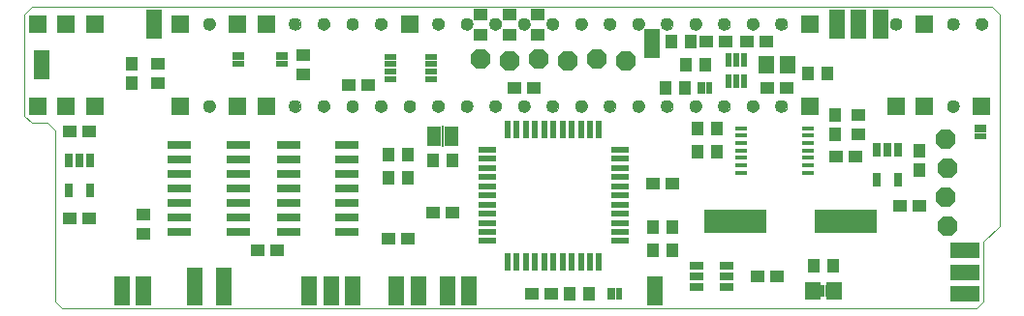
<source format=gts>
G04 EAGLE Gerber RS-274X export*
G75*
%MOMM*%
%FSLAX34Y34*%
%LPD*%
%INLötstopplack top*%
%IPPOS*%
%AMOC8*
5,1,8,0,0,1.08239X$1,22.5*%
G01*
%ADD10C,0.000000*%
%ADD11R,1.101600X1.201600*%
%ADD12R,1.201600X1.101600*%
%ADD13P,1.842011X8X202.500000*%
%ADD14R,1.371600X2.641600*%
%ADD15R,2.641600X1.371600*%
%ADD16R,0.990600X0.609600*%
%ADD17R,1.092200X0.152400*%
%ADD18R,1.270000X1.701800*%
%ADD19R,0.152400X1.828800*%
%ADD20R,2.133600X0.762000*%
%ADD21R,1.601600X0.601600*%
%ADD22R,0.601600X1.601600*%
%ADD23R,5.435600X2.032000*%
%ADD24R,1.092200X0.406400*%
%ADD25P,1.842011X8X292.500000*%
%ADD26R,0.651600X1.301600*%
%ADD27R,1.101600X0.501600*%
%ADD28R,1.201600X0.701600*%
%ADD29R,0.609600X0.990600*%
%ADD30R,0.152400X1.092200*%
%ADD31R,1.609600X1.609600*%
%ADD32C,1.101600*%
%ADD33R,1.401600X1.601600*%
%ADD34R,0.501600X1.151600*%
%ADD35R,1.451600X1.451600*%


D10*
X0Y168910D02*
X6350Y162560D01*
X20320Y162560D01*
X26670Y156210D01*
X26670Y6350D01*
X33020Y0D01*
X831850Y0D01*
X838200Y6350D01*
X838200Y58420D01*
X852170Y72390D01*
X852170Y257810D01*
X845820Y264160D01*
X6350Y264160D01*
X0Y257810D01*
X0Y168910D01*
D11*
X93980Y197240D03*
X93980Y214240D03*
D12*
X203590Y50800D03*
X220590Y50800D03*
X317890Y60960D03*
X334890Y60960D03*
X374260Y83820D03*
X357260Y83820D03*
X460620Y12700D03*
X443620Y12700D03*
X549030Y109220D03*
X566030Y109220D03*
X116840Y214240D03*
X116840Y197240D03*
D13*
X500380Y218440D03*
X449580Y218440D03*
X424180Y217170D03*
X474980Y217170D03*
X398780Y218440D03*
X525780Y217170D03*
D14*
X173990Y15240D03*
X148590Y15240D03*
D15*
X821690Y50800D03*
D12*
X104140Y82160D03*
X104140Y65160D03*
X243840Y221860D03*
X243840Y204860D03*
D11*
X317890Y134620D03*
X334890Y134620D03*
X317890Y114300D03*
X334890Y114300D03*
X357260Y129540D03*
X374260Y129540D03*
D16*
X186690Y222250D03*
X186690Y214630D03*
D17*
X186690Y218440D03*
D16*
X224790Y222250D03*
X224790Y214630D03*
D17*
X224790Y218440D03*
D16*
X835660Y151130D03*
X835660Y158750D03*
D17*
X835660Y154940D03*
D18*
X358140Y151130D03*
X373380Y151130D03*
D19*
X365760Y151130D03*
D20*
X186944Y67310D03*
X135636Y67310D03*
X186944Y80010D03*
X186944Y92710D03*
X135636Y80010D03*
X135636Y92710D03*
X186944Y105410D03*
X135636Y105410D03*
X186944Y118110D03*
X186944Y130810D03*
X135636Y118110D03*
X135636Y130810D03*
X186944Y143510D03*
X135636Y143510D03*
X282194Y67310D03*
X230886Y67310D03*
X282194Y80010D03*
X282194Y92710D03*
X230886Y80010D03*
X230886Y92710D03*
X282194Y105410D03*
X230886Y105410D03*
X282194Y118110D03*
X282194Y130810D03*
X230886Y118110D03*
X230886Y130810D03*
X282194Y143510D03*
X230886Y143510D03*
D21*
X404280Y139060D03*
X404280Y131060D03*
X404280Y123060D03*
X404280Y115060D03*
X404280Y107060D03*
X404280Y99060D03*
X404280Y91060D03*
X404280Y83060D03*
X404280Y75060D03*
X404280Y67060D03*
X404280Y59060D03*
D22*
X422280Y41060D03*
X430280Y41060D03*
X438280Y41060D03*
X446280Y41060D03*
X454280Y41060D03*
X462280Y41060D03*
X470280Y41060D03*
X478280Y41060D03*
X486280Y41060D03*
X494280Y41060D03*
X502280Y41060D03*
D21*
X520280Y59060D03*
X520280Y67060D03*
X520280Y75060D03*
X520280Y83060D03*
X520280Y91060D03*
X520280Y99060D03*
X520280Y107060D03*
X520280Y115060D03*
X520280Y123060D03*
X520280Y131060D03*
X520280Y139060D03*
D22*
X502280Y157060D03*
X494280Y157060D03*
X486280Y157060D03*
X478280Y157060D03*
X470280Y157060D03*
X462280Y157060D03*
X454280Y157060D03*
X446280Y157060D03*
X438280Y157060D03*
X430280Y157060D03*
X422280Y157060D03*
D12*
X764930Y90170D03*
X781930Y90170D03*
D11*
X782320Y121040D03*
X782320Y138040D03*
D23*
X621030Y76200D03*
X717550Y76200D03*
D24*
X684498Y118930D03*
X684498Y125430D03*
X684498Y131930D03*
X684498Y138430D03*
X684498Y144930D03*
X684498Y151430D03*
X684498Y157930D03*
X626142Y157930D03*
X626142Y151430D03*
X626142Y144930D03*
X626142Y138430D03*
X626142Y131930D03*
X626142Y125430D03*
X626142Y118930D03*
D11*
X566030Y50800D03*
X549030Y50800D03*
X566030Y71120D03*
X549030Y71120D03*
D12*
X56760Y78740D03*
X39760Y78740D03*
X56760Y154940D03*
X39760Y154940D03*
D25*
X806450Y123190D03*
X805180Y148590D03*
X805180Y97790D03*
X806450Y72390D03*
D15*
X821690Y31750D03*
D26*
X57760Y129841D03*
X48260Y129841D03*
X38760Y129841D03*
X38760Y103839D03*
X57760Y103839D03*
X763880Y138731D03*
X754380Y138731D03*
X744880Y138731D03*
X744880Y112729D03*
X763880Y112729D03*
D27*
X355820Y201070D03*
X355820Y207570D03*
X355820Y214070D03*
X355820Y220570D03*
X319820Y220570D03*
X319820Y214070D03*
X319820Y207570D03*
X319820Y201070D03*
D12*
X300600Y195580D03*
X283600Y195580D03*
X728980Y152790D03*
X728980Y169790D03*
D11*
X708660Y152790D03*
X708660Y169790D03*
D12*
X709050Y133350D03*
X726050Y133350D03*
X399034Y257166D03*
X399034Y240166D03*
X448818Y257166D03*
X448818Y240166D03*
X423926Y257166D03*
X423926Y240166D03*
D14*
X15240Y213360D03*
D28*
X587710Y37440D03*
X587710Y27940D03*
X587710Y18440D03*
X613710Y37440D03*
X613710Y27940D03*
X613710Y18440D03*
D15*
X821690Y12700D03*
D12*
X640470Y27940D03*
X657470Y27940D03*
X445380Y193040D03*
X428380Y193040D03*
D29*
X511810Y12700D03*
X519430Y12700D03*
D30*
X515620Y12700D03*
D11*
X476640Y12700D03*
X493640Y12700D03*
D14*
X104140Y15240D03*
X85090Y15240D03*
X113030Y248920D03*
X287020Y15240D03*
X248920Y15240D03*
X267970Y15240D03*
X369570Y15240D03*
X388620Y15240D03*
X344170Y15240D03*
X548640Y232410D03*
X325120Y15240D03*
X728980Y248920D03*
X709930Y248920D03*
X748030Y248920D03*
D31*
X211480Y177360D03*
X186480Y177360D03*
X686480Y177360D03*
X136480Y177360D03*
X61480Y177360D03*
X36480Y177360D03*
X11480Y177360D03*
X761480Y177360D03*
X786480Y177360D03*
X336480Y249360D03*
X211480Y249360D03*
X186480Y249360D03*
X136480Y249360D03*
X686480Y249360D03*
X786480Y249360D03*
X61480Y249360D03*
X36480Y249360D03*
X11480Y249360D03*
D10*
X806480Y177360D02*
X806482Y177501D01*
X806488Y177642D01*
X806498Y177782D01*
X806512Y177922D01*
X806530Y178062D01*
X806551Y178201D01*
X806577Y178340D01*
X806606Y178478D01*
X806640Y178614D01*
X806677Y178750D01*
X806718Y178885D01*
X806763Y179019D01*
X806812Y179151D01*
X806864Y179282D01*
X806920Y179411D01*
X806980Y179538D01*
X807043Y179664D01*
X807109Y179788D01*
X807180Y179911D01*
X807253Y180031D01*
X807330Y180149D01*
X807410Y180265D01*
X807494Y180378D01*
X807580Y180489D01*
X807670Y180598D01*
X807763Y180704D01*
X807858Y180807D01*
X807957Y180908D01*
X808058Y181006D01*
X808162Y181101D01*
X808269Y181193D01*
X808378Y181282D01*
X808490Y181367D01*
X808604Y181450D01*
X808720Y181530D01*
X808839Y181606D01*
X808960Y181678D01*
X809082Y181748D01*
X809207Y181813D01*
X809333Y181876D01*
X809461Y181934D01*
X809591Y181989D01*
X809722Y182041D01*
X809855Y182088D01*
X809989Y182132D01*
X810124Y182173D01*
X810260Y182209D01*
X810397Y182241D01*
X810535Y182270D01*
X810673Y182295D01*
X810813Y182315D01*
X810953Y182332D01*
X811093Y182345D01*
X811234Y182354D01*
X811374Y182359D01*
X811515Y182360D01*
X811656Y182357D01*
X811797Y182350D01*
X811937Y182339D01*
X812077Y182324D01*
X812217Y182305D01*
X812356Y182283D01*
X812494Y182256D01*
X812632Y182226D01*
X812768Y182191D01*
X812904Y182153D01*
X813038Y182111D01*
X813172Y182065D01*
X813304Y182016D01*
X813434Y181962D01*
X813563Y181905D01*
X813690Y181845D01*
X813816Y181781D01*
X813939Y181713D01*
X814061Y181642D01*
X814181Y181568D01*
X814298Y181490D01*
X814413Y181409D01*
X814526Y181325D01*
X814637Y181238D01*
X814745Y181147D01*
X814850Y181054D01*
X814953Y180957D01*
X815053Y180858D01*
X815150Y180756D01*
X815244Y180651D01*
X815335Y180544D01*
X815423Y180434D01*
X815508Y180322D01*
X815590Y180207D01*
X815669Y180090D01*
X815744Y179971D01*
X815816Y179850D01*
X815884Y179727D01*
X815949Y179602D01*
X816011Y179475D01*
X816068Y179346D01*
X816123Y179216D01*
X816173Y179085D01*
X816220Y178952D01*
X816263Y178818D01*
X816302Y178682D01*
X816337Y178546D01*
X816369Y178409D01*
X816396Y178271D01*
X816420Y178132D01*
X816440Y177992D01*
X816456Y177852D01*
X816468Y177712D01*
X816476Y177571D01*
X816480Y177430D01*
X816480Y177290D01*
X816476Y177149D01*
X816468Y177008D01*
X816456Y176868D01*
X816440Y176728D01*
X816420Y176588D01*
X816396Y176449D01*
X816369Y176311D01*
X816337Y176174D01*
X816302Y176038D01*
X816263Y175902D01*
X816220Y175768D01*
X816173Y175635D01*
X816123Y175504D01*
X816068Y175374D01*
X816011Y175245D01*
X815949Y175118D01*
X815884Y174993D01*
X815816Y174870D01*
X815744Y174749D01*
X815669Y174630D01*
X815590Y174513D01*
X815508Y174398D01*
X815423Y174286D01*
X815335Y174176D01*
X815244Y174069D01*
X815150Y173964D01*
X815053Y173862D01*
X814953Y173763D01*
X814850Y173666D01*
X814745Y173573D01*
X814637Y173482D01*
X814526Y173395D01*
X814413Y173311D01*
X814298Y173230D01*
X814181Y173152D01*
X814061Y173078D01*
X813939Y173007D01*
X813816Y172939D01*
X813690Y172875D01*
X813563Y172815D01*
X813434Y172758D01*
X813304Y172704D01*
X813172Y172655D01*
X813038Y172609D01*
X812904Y172567D01*
X812768Y172529D01*
X812632Y172494D01*
X812494Y172464D01*
X812356Y172437D01*
X812217Y172415D01*
X812077Y172396D01*
X811937Y172381D01*
X811797Y172370D01*
X811656Y172363D01*
X811515Y172360D01*
X811374Y172361D01*
X811234Y172366D01*
X811093Y172375D01*
X810953Y172388D01*
X810813Y172405D01*
X810673Y172425D01*
X810535Y172450D01*
X810397Y172479D01*
X810260Y172511D01*
X810124Y172547D01*
X809989Y172588D01*
X809855Y172632D01*
X809722Y172679D01*
X809591Y172731D01*
X809461Y172786D01*
X809333Y172844D01*
X809207Y172907D01*
X809082Y172972D01*
X808960Y173042D01*
X808839Y173114D01*
X808720Y173190D01*
X808604Y173270D01*
X808490Y173353D01*
X808378Y173438D01*
X808269Y173527D01*
X808162Y173619D01*
X808058Y173714D01*
X807957Y173812D01*
X807858Y173913D01*
X807763Y174016D01*
X807670Y174122D01*
X807580Y174231D01*
X807494Y174342D01*
X807410Y174455D01*
X807330Y174571D01*
X807253Y174689D01*
X807180Y174809D01*
X807109Y174932D01*
X807043Y175056D01*
X806980Y175182D01*
X806920Y175309D01*
X806864Y175438D01*
X806812Y175569D01*
X806763Y175701D01*
X806718Y175835D01*
X806677Y175970D01*
X806640Y176106D01*
X806606Y176242D01*
X806577Y176380D01*
X806551Y176519D01*
X806530Y176658D01*
X806512Y176798D01*
X806498Y176938D01*
X806488Y177078D01*
X806482Y177219D01*
X806480Y177360D01*
D32*
X811480Y177360D03*
D10*
X656480Y177360D02*
X656482Y177501D01*
X656488Y177642D01*
X656498Y177782D01*
X656512Y177922D01*
X656530Y178062D01*
X656551Y178201D01*
X656577Y178340D01*
X656606Y178478D01*
X656640Y178614D01*
X656677Y178750D01*
X656718Y178885D01*
X656763Y179019D01*
X656812Y179151D01*
X656864Y179282D01*
X656920Y179411D01*
X656980Y179538D01*
X657043Y179664D01*
X657109Y179788D01*
X657180Y179911D01*
X657253Y180031D01*
X657330Y180149D01*
X657410Y180265D01*
X657494Y180378D01*
X657580Y180489D01*
X657670Y180598D01*
X657763Y180704D01*
X657858Y180807D01*
X657957Y180908D01*
X658058Y181006D01*
X658162Y181101D01*
X658269Y181193D01*
X658378Y181282D01*
X658490Y181367D01*
X658604Y181450D01*
X658720Y181530D01*
X658839Y181606D01*
X658960Y181678D01*
X659082Y181748D01*
X659207Y181813D01*
X659333Y181876D01*
X659461Y181934D01*
X659591Y181989D01*
X659722Y182041D01*
X659855Y182088D01*
X659989Y182132D01*
X660124Y182173D01*
X660260Y182209D01*
X660397Y182241D01*
X660535Y182270D01*
X660673Y182295D01*
X660813Y182315D01*
X660953Y182332D01*
X661093Y182345D01*
X661234Y182354D01*
X661374Y182359D01*
X661515Y182360D01*
X661656Y182357D01*
X661797Y182350D01*
X661937Y182339D01*
X662077Y182324D01*
X662217Y182305D01*
X662356Y182283D01*
X662494Y182256D01*
X662632Y182226D01*
X662768Y182191D01*
X662904Y182153D01*
X663038Y182111D01*
X663172Y182065D01*
X663304Y182016D01*
X663434Y181962D01*
X663563Y181905D01*
X663690Y181845D01*
X663816Y181781D01*
X663939Y181713D01*
X664061Y181642D01*
X664181Y181568D01*
X664298Y181490D01*
X664413Y181409D01*
X664526Y181325D01*
X664637Y181238D01*
X664745Y181147D01*
X664850Y181054D01*
X664953Y180957D01*
X665053Y180858D01*
X665150Y180756D01*
X665244Y180651D01*
X665335Y180544D01*
X665423Y180434D01*
X665508Y180322D01*
X665590Y180207D01*
X665669Y180090D01*
X665744Y179971D01*
X665816Y179850D01*
X665884Y179727D01*
X665949Y179602D01*
X666011Y179475D01*
X666068Y179346D01*
X666123Y179216D01*
X666173Y179085D01*
X666220Y178952D01*
X666263Y178818D01*
X666302Y178682D01*
X666337Y178546D01*
X666369Y178409D01*
X666396Y178271D01*
X666420Y178132D01*
X666440Y177992D01*
X666456Y177852D01*
X666468Y177712D01*
X666476Y177571D01*
X666480Y177430D01*
X666480Y177290D01*
X666476Y177149D01*
X666468Y177008D01*
X666456Y176868D01*
X666440Y176728D01*
X666420Y176588D01*
X666396Y176449D01*
X666369Y176311D01*
X666337Y176174D01*
X666302Y176038D01*
X666263Y175902D01*
X666220Y175768D01*
X666173Y175635D01*
X666123Y175504D01*
X666068Y175374D01*
X666011Y175245D01*
X665949Y175118D01*
X665884Y174993D01*
X665816Y174870D01*
X665744Y174749D01*
X665669Y174630D01*
X665590Y174513D01*
X665508Y174398D01*
X665423Y174286D01*
X665335Y174176D01*
X665244Y174069D01*
X665150Y173964D01*
X665053Y173862D01*
X664953Y173763D01*
X664850Y173666D01*
X664745Y173573D01*
X664637Y173482D01*
X664526Y173395D01*
X664413Y173311D01*
X664298Y173230D01*
X664181Y173152D01*
X664061Y173078D01*
X663939Y173007D01*
X663816Y172939D01*
X663690Y172875D01*
X663563Y172815D01*
X663434Y172758D01*
X663304Y172704D01*
X663172Y172655D01*
X663038Y172609D01*
X662904Y172567D01*
X662768Y172529D01*
X662632Y172494D01*
X662494Y172464D01*
X662356Y172437D01*
X662217Y172415D01*
X662077Y172396D01*
X661937Y172381D01*
X661797Y172370D01*
X661656Y172363D01*
X661515Y172360D01*
X661374Y172361D01*
X661234Y172366D01*
X661093Y172375D01*
X660953Y172388D01*
X660813Y172405D01*
X660673Y172425D01*
X660535Y172450D01*
X660397Y172479D01*
X660260Y172511D01*
X660124Y172547D01*
X659989Y172588D01*
X659855Y172632D01*
X659722Y172679D01*
X659591Y172731D01*
X659461Y172786D01*
X659333Y172844D01*
X659207Y172907D01*
X659082Y172972D01*
X658960Y173042D01*
X658839Y173114D01*
X658720Y173190D01*
X658604Y173270D01*
X658490Y173353D01*
X658378Y173438D01*
X658269Y173527D01*
X658162Y173619D01*
X658058Y173714D01*
X657957Y173812D01*
X657858Y173913D01*
X657763Y174016D01*
X657670Y174122D01*
X657580Y174231D01*
X657494Y174342D01*
X657410Y174455D01*
X657330Y174571D01*
X657253Y174689D01*
X657180Y174809D01*
X657109Y174932D01*
X657043Y175056D01*
X656980Y175182D01*
X656920Y175309D01*
X656864Y175438D01*
X656812Y175569D01*
X656763Y175701D01*
X656718Y175835D01*
X656677Y175970D01*
X656640Y176106D01*
X656606Y176242D01*
X656577Y176380D01*
X656551Y176519D01*
X656530Y176658D01*
X656512Y176798D01*
X656498Y176938D01*
X656488Y177078D01*
X656482Y177219D01*
X656480Y177360D01*
D32*
X661480Y177360D03*
D10*
X631480Y177360D02*
X631482Y177501D01*
X631488Y177642D01*
X631498Y177782D01*
X631512Y177922D01*
X631530Y178062D01*
X631551Y178201D01*
X631577Y178340D01*
X631606Y178478D01*
X631640Y178614D01*
X631677Y178750D01*
X631718Y178885D01*
X631763Y179019D01*
X631812Y179151D01*
X631864Y179282D01*
X631920Y179411D01*
X631980Y179538D01*
X632043Y179664D01*
X632109Y179788D01*
X632180Y179911D01*
X632253Y180031D01*
X632330Y180149D01*
X632410Y180265D01*
X632494Y180378D01*
X632580Y180489D01*
X632670Y180598D01*
X632763Y180704D01*
X632858Y180807D01*
X632957Y180908D01*
X633058Y181006D01*
X633162Y181101D01*
X633269Y181193D01*
X633378Y181282D01*
X633490Y181367D01*
X633604Y181450D01*
X633720Y181530D01*
X633839Y181606D01*
X633960Y181678D01*
X634082Y181748D01*
X634207Y181813D01*
X634333Y181876D01*
X634461Y181934D01*
X634591Y181989D01*
X634722Y182041D01*
X634855Y182088D01*
X634989Y182132D01*
X635124Y182173D01*
X635260Y182209D01*
X635397Y182241D01*
X635535Y182270D01*
X635673Y182295D01*
X635813Y182315D01*
X635953Y182332D01*
X636093Y182345D01*
X636234Y182354D01*
X636374Y182359D01*
X636515Y182360D01*
X636656Y182357D01*
X636797Y182350D01*
X636937Y182339D01*
X637077Y182324D01*
X637217Y182305D01*
X637356Y182283D01*
X637494Y182256D01*
X637632Y182226D01*
X637768Y182191D01*
X637904Y182153D01*
X638038Y182111D01*
X638172Y182065D01*
X638304Y182016D01*
X638434Y181962D01*
X638563Y181905D01*
X638690Y181845D01*
X638816Y181781D01*
X638939Y181713D01*
X639061Y181642D01*
X639181Y181568D01*
X639298Y181490D01*
X639413Y181409D01*
X639526Y181325D01*
X639637Y181238D01*
X639745Y181147D01*
X639850Y181054D01*
X639953Y180957D01*
X640053Y180858D01*
X640150Y180756D01*
X640244Y180651D01*
X640335Y180544D01*
X640423Y180434D01*
X640508Y180322D01*
X640590Y180207D01*
X640669Y180090D01*
X640744Y179971D01*
X640816Y179850D01*
X640884Y179727D01*
X640949Y179602D01*
X641011Y179475D01*
X641068Y179346D01*
X641123Y179216D01*
X641173Y179085D01*
X641220Y178952D01*
X641263Y178818D01*
X641302Y178682D01*
X641337Y178546D01*
X641369Y178409D01*
X641396Y178271D01*
X641420Y178132D01*
X641440Y177992D01*
X641456Y177852D01*
X641468Y177712D01*
X641476Y177571D01*
X641480Y177430D01*
X641480Y177290D01*
X641476Y177149D01*
X641468Y177008D01*
X641456Y176868D01*
X641440Y176728D01*
X641420Y176588D01*
X641396Y176449D01*
X641369Y176311D01*
X641337Y176174D01*
X641302Y176038D01*
X641263Y175902D01*
X641220Y175768D01*
X641173Y175635D01*
X641123Y175504D01*
X641068Y175374D01*
X641011Y175245D01*
X640949Y175118D01*
X640884Y174993D01*
X640816Y174870D01*
X640744Y174749D01*
X640669Y174630D01*
X640590Y174513D01*
X640508Y174398D01*
X640423Y174286D01*
X640335Y174176D01*
X640244Y174069D01*
X640150Y173964D01*
X640053Y173862D01*
X639953Y173763D01*
X639850Y173666D01*
X639745Y173573D01*
X639637Y173482D01*
X639526Y173395D01*
X639413Y173311D01*
X639298Y173230D01*
X639181Y173152D01*
X639061Y173078D01*
X638939Y173007D01*
X638816Y172939D01*
X638690Y172875D01*
X638563Y172815D01*
X638434Y172758D01*
X638304Y172704D01*
X638172Y172655D01*
X638038Y172609D01*
X637904Y172567D01*
X637768Y172529D01*
X637632Y172494D01*
X637494Y172464D01*
X637356Y172437D01*
X637217Y172415D01*
X637077Y172396D01*
X636937Y172381D01*
X636797Y172370D01*
X636656Y172363D01*
X636515Y172360D01*
X636374Y172361D01*
X636234Y172366D01*
X636093Y172375D01*
X635953Y172388D01*
X635813Y172405D01*
X635673Y172425D01*
X635535Y172450D01*
X635397Y172479D01*
X635260Y172511D01*
X635124Y172547D01*
X634989Y172588D01*
X634855Y172632D01*
X634722Y172679D01*
X634591Y172731D01*
X634461Y172786D01*
X634333Y172844D01*
X634207Y172907D01*
X634082Y172972D01*
X633960Y173042D01*
X633839Y173114D01*
X633720Y173190D01*
X633604Y173270D01*
X633490Y173353D01*
X633378Y173438D01*
X633269Y173527D01*
X633162Y173619D01*
X633058Y173714D01*
X632957Y173812D01*
X632858Y173913D01*
X632763Y174016D01*
X632670Y174122D01*
X632580Y174231D01*
X632494Y174342D01*
X632410Y174455D01*
X632330Y174571D01*
X632253Y174689D01*
X632180Y174809D01*
X632109Y174932D01*
X632043Y175056D01*
X631980Y175182D01*
X631920Y175309D01*
X631864Y175438D01*
X631812Y175569D01*
X631763Y175701D01*
X631718Y175835D01*
X631677Y175970D01*
X631640Y176106D01*
X631606Y176242D01*
X631577Y176380D01*
X631551Y176519D01*
X631530Y176658D01*
X631512Y176798D01*
X631498Y176938D01*
X631488Y177078D01*
X631482Y177219D01*
X631480Y177360D01*
D32*
X636480Y177360D03*
D10*
X606480Y177360D02*
X606482Y177501D01*
X606488Y177642D01*
X606498Y177782D01*
X606512Y177922D01*
X606530Y178062D01*
X606551Y178201D01*
X606577Y178340D01*
X606606Y178478D01*
X606640Y178614D01*
X606677Y178750D01*
X606718Y178885D01*
X606763Y179019D01*
X606812Y179151D01*
X606864Y179282D01*
X606920Y179411D01*
X606980Y179538D01*
X607043Y179664D01*
X607109Y179788D01*
X607180Y179911D01*
X607253Y180031D01*
X607330Y180149D01*
X607410Y180265D01*
X607494Y180378D01*
X607580Y180489D01*
X607670Y180598D01*
X607763Y180704D01*
X607858Y180807D01*
X607957Y180908D01*
X608058Y181006D01*
X608162Y181101D01*
X608269Y181193D01*
X608378Y181282D01*
X608490Y181367D01*
X608604Y181450D01*
X608720Y181530D01*
X608839Y181606D01*
X608960Y181678D01*
X609082Y181748D01*
X609207Y181813D01*
X609333Y181876D01*
X609461Y181934D01*
X609591Y181989D01*
X609722Y182041D01*
X609855Y182088D01*
X609989Y182132D01*
X610124Y182173D01*
X610260Y182209D01*
X610397Y182241D01*
X610535Y182270D01*
X610673Y182295D01*
X610813Y182315D01*
X610953Y182332D01*
X611093Y182345D01*
X611234Y182354D01*
X611374Y182359D01*
X611515Y182360D01*
X611656Y182357D01*
X611797Y182350D01*
X611937Y182339D01*
X612077Y182324D01*
X612217Y182305D01*
X612356Y182283D01*
X612494Y182256D01*
X612632Y182226D01*
X612768Y182191D01*
X612904Y182153D01*
X613038Y182111D01*
X613172Y182065D01*
X613304Y182016D01*
X613434Y181962D01*
X613563Y181905D01*
X613690Y181845D01*
X613816Y181781D01*
X613939Y181713D01*
X614061Y181642D01*
X614181Y181568D01*
X614298Y181490D01*
X614413Y181409D01*
X614526Y181325D01*
X614637Y181238D01*
X614745Y181147D01*
X614850Y181054D01*
X614953Y180957D01*
X615053Y180858D01*
X615150Y180756D01*
X615244Y180651D01*
X615335Y180544D01*
X615423Y180434D01*
X615508Y180322D01*
X615590Y180207D01*
X615669Y180090D01*
X615744Y179971D01*
X615816Y179850D01*
X615884Y179727D01*
X615949Y179602D01*
X616011Y179475D01*
X616068Y179346D01*
X616123Y179216D01*
X616173Y179085D01*
X616220Y178952D01*
X616263Y178818D01*
X616302Y178682D01*
X616337Y178546D01*
X616369Y178409D01*
X616396Y178271D01*
X616420Y178132D01*
X616440Y177992D01*
X616456Y177852D01*
X616468Y177712D01*
X616476Y177571D01*
X616480Y177430D01*
X616480Y177290D01*
X616476Y177149D01*
X616468Y177008D01*
X616456Y176868D01*
X616440Y176728D01*
X616420Y176588D01*
X616396Y176449D01*
X616369Y176311D01*
X616337Y176174D01*
X616302Y176038D01*
X616263Y175902D01*
X616220Y175768D01*
X616173Y175635D01*
X616123Y175504D01*
X616068Y175374D01*
X616011Y175245D01*
X615949Y175118D01*
X615884Y174993D01*
X615816Y174870D01*
X615744Y174749D01*
X615669Y174630D01*
X615590Y174513D01*
X615508Y174398D01*
X615423Y174286D01*
X615335Y174176D01*
X615244Y174069D01*
X615150Y173964D01*
X615053Y173862D01*
X614953Y173763D01*
X614850Y173666D01*
X614745Y173573D01*
X614637Y173482D01*
X614526Y173395D01*
X614413Y173311D01*
X614298Y173230D01*
X614181Y173152D01*
X614061Y173078D01*
X613939Y173007D01*
X613816Y172939D01*
X613690Y172875D01*
X613563Y172815D01*
X613434Y172758D01*
X613304Y172704D01*
X613172Y172655D01*
X613038Y172609D01*
X612904Y172567D01*
X612768Y172529D01*
X612632Y172494D01*
X612494Y172464D01*
X612356Y172437D01*
X612217Y172415D01*
X612077Y172396D01*
X611937Y172381D01*
X611797Y172370D01*
X611656Y172363D01*
X611515Y172360D01*
X611374Y172361D01*
X611234Y172366D01*
X611093Y172375D01*
X610953Y172388D01*
X610813Y172405D01*
X610673Y172425D01*
X610535Y172450D01*
X610397Y172479D01*
X610260Y172511D01*
X610124Y172547D01*
X609989Y172588D01*
X609855Y172632D01*
X609722Y172679D01*
X609591Y172731D01*
X609461Y172786D01*
X609333Y172844D01*
X609207Y172907D01*
X609082Y172972D01*
X608960Y173042D01*
X608839Y173114D01*
X608720Y173190D01*
X608604Y173270D01*
X608490Y173353D01*
X608378Y173438D01*
X608269Y173527D01*
X608162Y173619D01*
X608058Y173714D01*
X607957Y173812D01*
X607858Y173913D01*
X607763Y174016D01*
X607670Y174122D01*
X607580Y174231D01*
X607494Y174342D01*
X607410Y174455D01*
X607330Y174571D01*
X607253Y174689D01*
X607180Y174809D01*
X607109Y174932D01*
X607043Y175056D01*
X606980Y175182D01*
X606920Y175309D01*
X606864Y175438D01*
X606812Y175569D01*
X606763Y175701D01*
X606718Y175835D01*
X606677Y175970D01*
X606640Y176106D01*
X606606Y176242D01*
X606577Y176380D01*
X606551Y176519D01*
X606530Y176658D01*
X606512Y176798D01*
X606498Y176938D01*
X606488Y177078D01*
X606482Y177219D01*
X606480Y177360D01*
D32*
X611480Y177360D03*
D10*
X581480Y177360D02*
X581482Y177501D01*
X581488Y177642D01*
X581498Y177782D01*
X581512Y177922D01*
X581530Y178062D01*
X581551Y178201D01*
X581577Y178340D01*
X581606Y178478D01*
X581640Y178614D01*
X581677Y178750D01*
X581718Y178885D01*
X581763Y179019D01*
X581812Y179151D01*
X581864Y179282D01*
X581920Y179411D01*
X581980Y179538D01*
X582043Y179664D01*
X582109Y179788D01*
X582180Y179911D01*
X582253Y180031D01*
X582330Y180149D01*
X582410Y180265D01*
X582494Y180378D01*
X582580Y180489D01*
X582670Y180598D01*
X582763Y180704D01*
X582858Y180807D01*
X582957Y180908D01*
X583058Y181006D01*
X583162Y181101D01*
X583269Y181193D01*
X583378Y181282D01*
X583490Y181367D01*
X583604Y181450D01*
X583720Y181530D01*
X583839Y181606D01*
X583960Y181678D01*
X584082Y181748D01*
X584207Y181813D01*
X584333Y181876D01*
X584461Y181934D01*
X584591Y181989D01*
X584722Y182041D01*
X584855Y182088D01*
X584989Y182132D01*
X585124Y182173D01*
X585260Y182209D01*
X585397Y182241D01*
X585535Y182270D01*
X585673Y182295D01*
X585813Y182315D01*
X585953Y182332D01*
X586093Y182345D01*
X586234Y182354D01*
X586374Y182359D01*
X586515Y182360D01*
X586656Y182357D01*
X586797Y182350D01*
X586937Y182339D01*
X587077Y182324D01*
X587217Y182305D01*
X587356Y182283D01*
X587494Y182256D01*
X587632Y182226D01*
X587768Y182191D01*
X587904Y182153D01*
X588038Y182111D01*
X588172Y182065D01*
X588304Y182016D01*
X588434Y181962D01*
X588563Y181905D01*
X588690Y181845D01*
X588816Y181781D01*
X588939Y181713D01*
X589061Y181642D01*
X589181Y181568D01*
X589298Y181490D01*
X589413Y181409D01*
X589526Y181325D01*
X589637Y181238D01*
X589745Y181147D01*
X589850Y181054D01*
X589953Y180957D01*
X590053Y180858D01*
X590150Y180756D01*
X590244Y180651D01*
X590335Y180544D01*
X590423Y180434D01*
X590508Y180322D01*
X590590Y180207D01*
X590669Y180090D01*
X590744Y179971D01*
X590816Y179850D01*
X590884Y179727D01*
X590949Y179602D01*
X591011Y179475D01*
X591068Y179346D01*
X591123Y179216D01*
X591173Y179085D01*
X591220Y178952D01*
X591263Y178818D01*
X591302Y178682D01*
X591337Y178546D01*
X591369Y178409D01*
X591396Y178271D01*
X591420Y178132D01*
X591440Y177992D01*
X591456Y177852D01*
X591468Y177712D01*
X591476Y177571D01*
X591480Y177430D01*
X591480Y177290D01*
X591476Y177149D01*
X591468Y177008D01*
X591456Y176868D01*
X591440Y176728D01*
X591420Y176588D01*
X591396Y176449D01*
X591369Y176311D01*
X591337Y176174D01*
X591302Y176038D01*
X591263Y175902D01*
X591220Y175768D01*
X591173Y175635D01*
X591123Y175504D01*
X591068Y175374D01*
X591011Y175245D01*
X590949Y175118D01*
X590884Y174993D01*
X590816Y174870D01*
X590744Y174749D01*
X590669Y174630D01*
X590590Y174513D01*
X590508Y174398D01*
X590423Y174286D01*
X590335Y174176D01*
X590244Y174069D01*
X590150Y173964D01*
X590053Y173862D01*
X589953Y173763D01*
X589850Y173666D01*
X589745Y173573D01*
X589637Y173482D01*
X589526Y173395D01*
X589413Y173311D01*
X589298Y173230D01*
X589181Y173152D01*
X589061Y173078D01*
X588939Y173007D01*
X588816Y172939D01*
X588690Y172875D01*
X588563Y172815D01*
X588434Y172758D01*
X588304Y172704D01*
X588172Y172655D01*
X588038Y172609D01*
X587904Y172567D01*
X587768Y172529D01*
X587632Y172494D01*
X587494Y172464D01*
X587356Y172437D01*
X587217Y172415D01*
X587077Y172396D01*
X586937Y172381D01*
X586797Y172370D01*
X586656Y172363D01*
X586515Y172360D01*
X586374Y172361D01*
X586234Y172366D01*
X586093Y172375D01*
X585953Y172388D01*
X585813Y172405D01*
X585673Y172425D01*
X585535Y172450D01*
X585397Y172479D01*
X585260Y172511D01*
X585124Y172547D01*
X584989Y172588D01*
X584855Y172632D01*
X584722Y172679D01*
X584591Y172731D01*
X584461Y172786D01*
X584333Y172844D01*
X584207Y172907D01*
X584082Y172972D01*
X583960Y173042D01*
X583839Y173114D01*
X583720Y173190D01*
X583604Y173270D01*
X583490Y173353D01*
X583378Y173438D01*
X583269Y173527D01*
X583162Y173619D01*
X583058Y173714D01*
X582957Y173812D01*
X582858Y173913D01*
X582763Y174016D01*
X582670Y174122D01*
X582580Y174231D01*
X582494Y174342D01*
X582410Y174455D01*
X582330Y174571D01*
X582253Y174689D01*
X582180Y174809D01*
X582109Y174932D01*
X582043Y175056D01*
X581980Y175182D01*
X581920Y175309D01*
X581864Y175438D01*
X581812Y175569D01*
X581763Y175701D01*
X581718Y175835D01*
X581677Y175970D01*
X581640Y176106D01*
X581606Y176242D01*
X581577Y176380D01*
X581551Y176519D01*
X581530Y176658D01*
X581512Y176798D01*
X581498Y176938D01*
X581488Y177078D01*
X581482Y177219D01*
X581480Y177360D01*
D32*
X586480Y177360D03*
D10*
X556480Y177360D02*
X556482Y177501D01*
X556488Y177642D01*
X556498Y177782D01*
X556512Y177922D01*
X556530Y178062D01*
X556551Y178201D01*
X556577Y178340D01*
X556606Y178478D01*
X556640Y178614D01*
X556677Y178750D01*
X556718Y178885D01*
X556763Y179019D01*
X556812Y179151D01*
X556864Y179282D01*
X556920Y179411D01*
X556980Y179538D01*
X557043Y179664D01*
X557109Y179788D01*
X557180Y179911D01*
X557253Y180031D01*
X557330Y180149D01*
X557410Y180265D01*
X557494Y180378D01*
X557580Y180489D01*
X557670Y180598D01*
X557763Y180704D01*
X557858Y180807D01*
X557957Y180908D01*
X558058Y181006D01*
X558162Y181101D01*
X558269Y181193D01*
X558378Y181282D01*
X558490Y181367D01*
X558604Y181450D01*
X558720Y181530D01*
X558839Y181606D01*
X558960Y181678D01*
X559082Y181748D01*
X559207Y181813D01*
X559333Y181876D01*
X559461Y181934D01*
X559591Y181989D01*
X559722Y182041D01*
X559855Y182088D01*
X559989Y182132D01*
X560124Y182173D01*
X560260Y182209D01*
X560397Y182241D01*
X560535Y182270D01*
X560673Y182295D01*
X560813Y182315D01*
X560953Y182332D01*
X561093Y182345D01*
X561234Y182354D01*
X561374Y182359D01*
X561515Y182360D01*
X561656Y182357D01*
X561797Y182350D01*
X561937Y182339D01*
X562077Y182324D01*
X562217Y182305D01*
X562356Y182283D01*
X562494Y182256D01*
X562632Y182226D01*
X562768Y182191D01*
X562904Y182153D01*
X563038Y182111D01*
X563172Y182065D01*
X563304Y182016D01*
X563434Y181962D01*
X563563Y181905D01*
X563690Y181845D01*
X563816Y181781D01*
X563939Y181713D01*
X564061Y181642D01*
X564181Y181568D01*
X564298Y181490D01*
X564413Y181409D01*
X564526Y181325D01*
X564637Y181238D01*
X564745Y181147D01*
X564850Y181054D01*
X564953Y180957D01*
X565053Y180858D01*
X565150Y180756D01*
X565244Y180651D01*
X565335Y180544D01*
X565423Y180434D01*
X565508Y180322D01*
X565590Y180207D01*
X565669Y180090D01*
X565744Y179971D01*
X565816Y179850D01*
X565884Y179727D01*
X565949Y179602D01*
X566011Y179475D01*
X566068Y179346D01*
X566123Y179216D01*
X566173Y179085D01*
X566220Y178952D01*
X566263Y178818D01*
X566302Y178682D01*
X566337Y178546D01*
X566369Y178409D01*
X566396Y178271D01*
X566420Y178132D01*
X566440Y177992D01*
X566456Y177852D01*
X566468Y177712D01*
X566476Y177571D01*
X566480Y177430D01*
X566480Y177290D01*
X566476Y177149D01*
X566468Y177008D01*
X566456Y176868D01*
X566440Y176728D01*
X566420Y176588D01*
X566396Y176449D01*
X566369Y176311D01*
X566337Y176174D01*
X566302Y176038D01*
X566263Y175902D01*
X566220Y175768D01*
X566173Y175635D01*
X566123Y175504D01*
X566068Y175374D01*
X566011Y175245D01*
X565949Y175118D01*
X565884Y174993D01*
X565816Y174870D01*
X565744Y174749D01*
X565669Y174630D01*
X565590Y174513D01*
X565508Y174398D01*
X565423Y174286D01*
X565335Y174176D01*
X565244Y174069D01*
X565150Y173964D01*
X565053Y173862D01*
X564953Y173763D01*
X564850Y173666D01*
X564745Y173573D01*
X564637Y173482D01*
X564526Y173395D01*
X564413Y173311D01*
X564298Y173230D01*
X564181Y173152D01*
X564061Y173078D01*
X563939Y173007D01*
X563816Y172939D01*
X563690Y172875D01*
X563563Y172815D01*
X563434Y172758D01*
X563304Y172704D01*
X563172Y172655D01*
X563038Y172609D01*
X562904Y172567D01*
X562768Y172529D01*
X562632Y172494D01*
X562494Y172464D01*
X562356Y172437D01*
X562217Y172415D01*
X562077Y172396D01*
X561937Y172381D01*
X561797Y172370D01*
X561656Y172363D01*
X561515Y172360D01*
X561374Y172361D01*
X561234Y172366D01*
X561093Y172375D01*
X560953Y172388D01*
X560813Y172405D01*
X560673Y172425D01*
X560535Y172450D01*
X560397Y172479D01*
X560260Y172511D01*
X560124Y172547D01*
X559989Y172588D01*
X559855Y172632D01*
X559722Y172679D01*
X559591Y172731D01*
X559461Y172786D01*
X559333Y172844D01*
X559207Y172907D01*
X559082Y172972D01*
X558960Y173042D01*
X558839Y173114D01*
X558720Y173190D01*
X558604Y173270D01*
X558490Y173353D01*
X558378Y173438D01*
X558269Y173527D01*
X558162Y173619D01*
X558058Y173714D01*
X557957Y173812D01*
X557858Y173913D01*
X557763Y174016D01*
X557670Y174122D01*
X557580Y174231D01*
X557494Y174342D01*
X557410Y174455D01*
X557330Y174571D01*
X557253Y174689D01*
X557180Y174809D01*
X557109Y174932D01*
X557043Y175056D01*
X556980Y175182D01*
X556920Y175309D01*
X556864Y175438D01*
X556812Y175569D01*
X556763Y175701D01*
X556718Y175835D01*
X556677Y175970D01*
X556640Y176106D01*
X556606Y176242D01*
X556577Y176380D01*
X556551Y176519D01*
X556530Y176658D01*
X556512Y176798D01*
X556498Y176938D01*
X556488Y177078D01*
X556482Y177219D01*
X556480Y177360D01*
D32*
X561480Y177360D03*
D10*
X531480Y177360D02*
X531482Y177501D01*
X531488Y177642D01*
X531498Y177782D01*
X531512Y177922D01*
X531530Y178062D01*
X531551Y178201D01*
X531577Y178340D01*
X531606Y178478D01*
X531640Y178614D01*
X531677Y178750D01*
X531718Y178885D01*
X531763Y179019D01*
X531812Y179151D01*
X531864Y179282D01*
X531920Y179411D01*
X531980Y179538D01*
X532043Y179664D01*
X532109Y179788D01*
X532180Y179911D01*
X532253Y180031D01*
X532330Y180149D01*
X532410Y180265D01*
X532494Y180378D01*
X532580Y180489D01*
X532670Y180598D01*
X532763Y180704D01*
X532858Y180807D01*
X532957Y180908D01*
X533058Y181006D01*
X533162Y181101D01*
X533269Y181193D01*
X533378Y181282D01*
X533490Y181367D01*
X533604Y181450D01*
X533720Y181530D01*
X533839Y181606D01*
X533960Y181678D01*
X534082Y181748D01*
X534207Y181813D01*
X534333Y181876D01*
X534461Y181934D01*
X534591Y181989D01*
X534722Y182041D01*
X534855Y182088D01*
X534989Y182132D01*
X535124Y182173D01*
X535260Y182209D01*
X535397Y182241D01*
X535535Y182270D01*
X535673Y182295D01*
X535813Y182315D01*
X535953Y182332D01*
X536093Y182345D01*
X536234Y182354D01*
X536374Y182359D01*
X536515Y182360D01*
X536656Y182357D01*
X536797Y182350D01*
X536937Y182339D01*
X537077Y182324D01*
X537217Y182305D01*
X537356Y182283D01*
X537494Y182256D01*
X537632Y182226D01*
X537768Y182191D01*
X537904Y182153D01*
X538038Y182111D01*
X538172Y182065D01*
X538304Y182016D01*
X538434Y181962D01*
X538563Y181905D01*
X538690Y181845D01*
X538816Y181781D01*
X538939Y181713D01*
X539061Y181642D01*
X539181Y181568D01*
X539298Y181490D01*
X539413Y181409D01*
X539526Y181325D01*
X539637Y181238D01*
X539745Y181147D01*
X539850Y181054D01*
X539953Y180957D01*
X540053Y180858D01*
X540150Y180756D01*
X540244Y180651D01*
X540335Y180544D01*
X540423Y180434D01*
X540508Y180322D01*
X540590Y180207D01*
X540669Y180090D01*
X540744Y179971D01*
X540816Y179850D01*
X540884Y179727D01*
X540949Y179602D01*
X541011Y179475D01*
X541068Y179346D01*
X541123Y179216D01*
X541173Y179085D01*
X541220Y178952D01*
X541263Y178818D01*
X541302Y178682D01*
X541337Y178546D01*
X541369Y178409D01*
X541396Y178271D01*
X541420Y178132D01*
X541440Y177992D01*
X541456Y177852D01*
X541468Y177712D01*
X541476Y177571D01*
X541480Y177430D01*
X541480Y177290D01*
X541476Y177149D01*
X541468Y177008D01*
X541456Y176868D01*
X541440Y176728D01*
X541420Y176588D01*
X541396Y176449D01*
X541369Y176311D01*
X541337Y176174D01*
X541302Y176038D01*
X541263Y175902D01*
X541220Y175768D01*
X541173Y175635D01*
X541123Y175504D01*
X541068Y175374D01*
X541011Y175245D01*
X540949Y175118D01*
X540884Y174993D01*
X540816Y174870D01*
X540744Y174749D01*
X540669Y174630D01*
X540590Y174513D01*
X540508Y174398D01*
X540423Y174286D01*
X540335Y174176D01*
X540244Y174069D01*
X540150Y173964D01*
X540053Y173862D01*
X539953Y173763D01*
X539850Y173666D01*
X539745Y173573D01*
X539637Y173482D01*
X539526Y173395D01*
X539413Y173311D01*
X539298Y173230D01*
X539181Y173152D01*
X539061Y173078D01*
X538939Y173007D01*
X538816Y172939D01*
X538690Y172875D01*
X538563Y172815D01*
X538434Y172758D01*
X538304Y172704D01*
X538172Y172655D01*
X538038Y172609D01*
X537904Y172567D01*
X537768Y172529D01*
X537632Y172494D01*
X537494Y172464D01*
X537356Y172437D01*
X537217Y172415D01*
X537077Y172396D01*
X536937Y172381D01*
X536797Y172370D01*
X536656Y172363D01*
X536515Y172360D01*
X536374Y172361D01*
X536234Y172366D01*
X536093Y172375D01*
X535953Y172388D01*
X535813Y172405D01*
X535673Y172425D01*
X535535Y172450D01*
X535397Y172479D01*
X535260Y172511D01*
X535124Y172547D01*
X534989Y172588D01*
X534855Y172632D01*
X534722Y172679D01*
X534591Y172731D01*
X534461Y172786D01*
X534333Y172844D01*
X534207Y172907D01*
X534082Y172972D01*
X533960Y173042D01*
X533839Y173114D01*
X533720Y173190D01*
X533604Y173270D01*
X533490Y173353D01*
X533378Y173438D01*
X533269Y173527D01*
X533162Y173619D01*
X533058Y173714D01*
X532957Y173812D01*
X532858Y173913D01*
X532763Y174016D01*
X532670Y174122D01*
X532580Y174231D01*
X532494Y174342D01*
X532410Y174455D01*
X532330Y174571D01*
X532253Y174689D01*
X532180Y174809D01*
X532109Y174932D01*
X532043Y175056D01*
X531980Y175182D01*
X531920Y175309D01*
X531864Y175438D01*
X531812Y175569D01*
X531763Y175701D01*
X531718Y175835D01*
X531677Y175970D01*
X531640Y176106D01*
X531606Y176242D01*
X531577Y176380D01*
X531551Y176519D01*
X531530Y176658D01*
X531512Y176798D01*
X531498Y176938D01*
X531488Y177078D01*
X531482Y177219D01*
X531480Y177360D01*
D32*
X536480Y177360D03*
D10*
X506480Y177360D02*
X506482Y177501D01*
X506488Y177642D01*
X506498Y177782D01*
X506512Y177922D01*
X506530Y178062D01*
X506551Y178201D01*
X506577Y178340D01*
X506606Y178478D01*
X506640Y178614D01*
X506677Y178750D01*
X506718Y178885D01*
X506763Y179019D01*
X506812Y179151D01*
X506864Y179282D01*
X506920Y179411D01*
X506980Y179538D01*
X507043Y179664D01*
X507109Y179788D01*
X507180Y179911D01*
X507253Y180031D01*
X507330Y180149D01*
X507410Y180265D01*
X507494Y180378D01*
X507580Y180489D01*
X507670Y180598D01*
X507763Y180704D01*
X507858Y180807D01*
X507957Y180908D01*
X508058Y181006D01*
X508162Y181101D01*
X508269Y181193D01*
X508378Y181282D01*
X508490Y181367D01*
X508604Y181450D01*
X508720Y181530D01*
X508839Y181606D01*
X508960Y181678D01*
X509082Y181748D01*
X509207Y181813D01*
X509333Y181876D01*
X509461Y181934D01*
X509591Y181989D01*
X509722Y182041D01*
X509855Y182088D01*
X509989Y182132D01*
X510124Y182173D01*
X510260Y182209D01*
X510397Y182241D01*
X510535Y182270D01*
X510673Y182295D01*
X510813Y182315D01*
X510953Y182332D01*
X511093Y182345D01*
X511234Y182354D01*
X511374Y182359D01*
X511515Y182360D01*
X511656Y182357D01*
X511797Y182350D01*
X511937Y182339D01*
X512077Y182324D01*
X512217Y182305D01*
X512356Y182283D01*
X512494Y182256D01*
X512632Y182226D01*
X512768Y182191D01*
X512904Y182153D01*
X513038Y182111D01*
X513172Y182065D01*
X513304Y182016D01*
X513434Y181962D01*
X513563Y181905D01*
X513690Y181845D01*
X513816Y181781D01*
X513939Y181713D01*
X514061Y181642D01*
X514181Y181568D01*
X514298Y181490D01*
X514413Y181409D01*
X514526Y181325D01*
X514637Y181238D01*
X514745Y181147D01*
X514850Y181054D01*
X514953Y180957D01*
X515053Y180858D01*
X515150Y180756D01*
X515244Y180651D01*
X515335Y180544D01*
X515423Y180434D01*
X515508Y180322D01*
X515590Y180207D01*
X515669Y180090D01*
X515744Y179971D01*
X515816Y179850D01*
X515884Y179727D01*
X515949Y179602D01*
X516011Y179475D01*
X516068Y179346D01*
X516123Y179216D01*
X516173Y179085D01*
X516220Y178952D01*
X516263Y178818D01*
X516302Y178682D01*
X516337Y178546D01*
X516369Y178409D01*
X516396Y178271D01*
X516420Y178132D01*
X516440Y177992D01*
X516456Y177852D01*
X516468Y177712D01*
X516476Y177571D01*
X516480Y177430D01*
X516480Y177290D01*
X516476Y177149D01*
X516468Y177008D01*
X516456Y176868D01*
X516440Y176728D01*
X516420Y176588D01*
X516396Y176449D01*
X516369Y176311D01*
X516337Y176174D01*
X516302Y176038D01*
X516263Y175902D01*
X516220Y175768D01*
X516173Y175635D01*
X516123Y175504D01*
X516068Y175374D01*
X516011Y175245D01*
X515949Y175118D01*
X515884Y174993D01*
X515816Y174870D01*
X515744Y174749D01*
X515669Y174630D01*
X515590Y174513D01*
X515508Y174398D01*
X515423Y174286D01*
X515335Y174176D01*
X515244Y174069D01*
X515150Y173964D01*
X515053Y173862D01*
X514953Y173763D01*
X514850Y173666D01*
X514745Y173573D01*
X514637Y173482D01*
X514526Y173395D01*
X514413Y173311D01*
X514298Y173230D01*
X514181Y173152D01*
X514061Y173078D01*
X513939Y173007D01*
X513816Y172939D01*
X513690Y172875D01*
X513563Y172815D01*
X513434Y172758D01*
X513304Y172704D01*
X513172Y172655D01*
X513038Y172609D01*
X512904Y172567D01*
X512768Y172529D01*
X512632Y172494D01*
X512494Y172464D01*
X512356Y172437D01*
X512217Y172415D01*
X512077Y172396D01*
X511937Y172381D01*
X511797Y172370D01*
X511656Y172363D01*
X511515Y172360D01*
X511374Y172361D01*
X511234Y172366D01*
X511093Y172375D01*
X510953Y172388D01*
X510813Y172405D01*
X510673Y172425D01*
X510535Y172450D01*
X510397Y172479D01*
X510260Y172511D01*
X510124Y172547D01*
X509989Y172588D01*
X509855Y172632D01*
X509722Y172679D01*
X509591Y172731D01*
X509461Y172786D01*
X509333Y172844D01*
X509207Y172907D01*
X509082Y172972D01*
X508960Y173042D01*
X508839Y173114D01*
X508720Y173190D01*
X508604Y173270D01*
X508490Y173353D01*
X508378Y173438D01*
X508269Y173527D01*
X508162Y173619D01*
X508058Y173714D01*
X507957Y173812D01*
X507858Y173913D01*
X507763Y174016D01*
X507670Y174122D01*
X507580Y174231D01*
X507494Y174342D01*
X507410Y174455D01*
X507330Y174571D01*
X507253Y174689D01*
X507180Y174809D01*
X507109Y174932D01*
X507043Y175056D01*
X506980Y175182D01*
X506920Y175309D01*
X506864Y175438D01*
X506812Y175569D01*
X506763Y175701D01*
X506718Y175835D01*
X506677Y175970D01*
X506640Y176106D01*
X506606Y176242D01*
X506577Y176380D01*
X506551Y176519D01*
X506530Y176658D01*
X506512Y176798D01*
X506498Y176938D01*
X506488Y177078D01*
X506482Y177219D01*
X506480Y177360D01*
D32*
X511480Y177360D03*
D10*
X481480Y177360D02*
X481482Y177501D01*
X481488Y177642D01*
X481498Y177782D01*
X481512Y177922D01*
X481530Y178062D01*
X481551Y178201D01*
X481577Y178340D01*
X481606Y178478D01*
X481640Y178614D01*
X481677Y178750D01*
X481718Y178885D01*
X481763Y179019D01*
X481812Y179151D01*
X481864Y179282D01*
X481920Y179411D01*
X481980Y179538D01*
X482043Y179664D01*
X482109Y179788D01*
X482180Y179911D01*
X482253Y180031D01*
X482330Y180149D01*
X482410Y180265D01*
X482494Y180378D01*
X482580Y180489D01*
X482670Y180598D01*
X482763Y180704D01*
X482858Y180807D01*
X482957Y180908D01*
X483058Y181006D01*
X483162Y181101D01*
X483269Y181193D01*
X483378Y181282D01*
X483490Y181367D01*
X483604Y181450D01*
X483720Y181530D01*
X483839Y181606D01*
X483960Y181678D01*
X484082Y181748D01*
X484207Y181813D01*
X484333Y181876D01*
X484461Y181934D01*
X484591Y181989D01*
X484722Y182041D01*
X484855Y182088D01*
X484989Y182132D01*
X485124Y182173D01*
X485260Y182209D01*
X485397Y182241D01*
X485535Y182270D01*
X485673Y182295D01*
X485813Y182315D01*
X485953Y182332D01*
X486093Y182345D01*
X486234Y182354D01*
X486374Y182359D01*
X486515Y182360D01*
X486656Y182357D01*
X486797Y182350D01*
X486937Y182339D01*
X487077Y182324D01*
X487217Y182305D01*
X487356Y182283D01*
X487494Y182256D01*
X487632Y182226D01*
X487768Y182191D01*
X487904Y182153D01*
X488038Y182111D01*
X488172Y182065D01*
X488304Y182016D01*
X488434Y181962D01*
X488563Y181905D01*
X488690Y181845D01*
X488816Y181781D01*
X488939Y181713D01*
X489061Y181642D01*
X489181Y181568D01*
X489298Y181490D01*
X489413Y181409D01*
X489526Y181325D01*
X489637Y181238D01*
X489745Y181147D01*
X489850Y181054D01*
X489953Y180957D01*
X490053Y180858D01*
X490150Y180756D01*
X490244Y180651D01*
X490335Y180544D01*
X490423Y180434D01*
X490508Y180322D01*
X490590Y180207D01*
X490669Y180090D01*
X490744Y179971D01*
X490816Y179850D01*
X490884Y179727D01*
X490949Y179602D01*
X491011Y179475D01*
X491068Y179346D01*
X491123Y179216D01*
X491173Y179085D01*
X491220Y178952D01*
X491263Y178818D01*
X491302Y178682D01*
X491337Y178546D01*
X491369Y178409D01*
X491396Y178271D01*
X491420Y178132D01*
X491440Y177992D01*
X491456Y177852D01*
X491468Y177712D01*
X491476Y177571D01*
X491480Y177430D01*
X491480Y177290D01*
X491476Y177149D01*
X491468Y177008D01*
X491456Y176868D01*
X491440Y176728D01*
X491420Y176588D01*
X491396Y176449D01*
X491369Y176311D01*
X491337Y176174D01*
X491302Y176038D01*
X491263Y175902D01*
X491220Y175768D01*
X491173Y175635D01*
X491123Y175504D01*
X491068Y175374D01*
X491011Y175245D01*
X490949Y175118D01*
X490884Y174993D01*
X490816Y174870D01*
X490744Y174749D01*
X490669Y174630D01*
X490590Y174513D01*
X490508Y174398D01*
X490423Y174286D01*
X490335Y174176D01*
X490244Y174069D01*
X490150Y173964D01*
X490053Y173862D01*
X489953Y173763D01*
X489850Y173666D01*
X489745Y173573D01*
X489637Y173482D01*
X489526Y173395D01*
X489413Y173311D01*
X489298Y173230D01*
X489181Y173152D01*
X489061Y173078D01*
X488939Y173007D01*
X488816Y172939D01*
X488690Y172875D01*
X488563Y172815D01*
X488434Y172758D01*
X488304Y172704D01*
X488172Y172655D01*
X488038Y172609D01*
X487904Y172567D01*
X487768Y172529D01*
X487632Y172494D01*
X487494Y172464D01*
X487356Y172437D01*
X487217Y172415D01*
X487077Y172396D01*
X486937Y172381D01*
X486797Y172370D01*
X486656Y172363D01*
X486515Y172360D01*
X486374Y172361D01*
X486234Y172366D01*
X486093Y172375D01*
X485953Y172388D01*
X485813Y172405D01*
X485673Y172425D01*
X485535Y172450D01*
X485397Y172479D01*
X485260Y172511D01*
X485124Y172547D01*
X484989Y172588D01*
X484855Y172632D01*
X484722Y172679D01*
X484591Y172731D01*
X484461Y172786D01*
X484333Y172844D01*
X484207Y172907D01*
X484082Y172972D01*
X483960Y173042D01*
X483839Y173114D01*
X483720Y173190D01*
X483604Y173270D01*
X483490Y173353D01*
X483378Y173438D01*
X483269Y173527D01*
X483162Y173619D01*
X483058Y173714D01*
X482957Y173812D01*
X482858Y173913D01*
X482763Y174016D01*
X482670Y174122D01*
X482580Y174231D01*
X482494Y174342D01*
X482410Y174455D01*
X482330Y174571D01*
X482253Y174689D01*
X482180Y174809D01*
X482109Y174932D01*
X482043Y175056D01*
X481980Y175182D01*
X481920Y175309D01*
X481864Y175438D01*
X481812Y175569D01*
X481763Y175701D01*
X481718Y175835D01*
X481677Y175970D01*
X481640Y176106D01*
X481606Y176242D01*
X481577Y176380D01*
X481551Y176519D01*
X481530Y176658D01*
X481512Y176798D01*
X481498Y176938D01*
X481488Y177078D01*
X481482Y177219D01*
X481480Y177360D01*
D32*
X486480Y177360D03*
D10*
X456480Y177360D02*
X456482Y177501D01*
X456488Y177642D01*
X456498Y177782D01*
X456512Y177922D01*
X456530Y178062D01*
X456551Y178201D01*
X456577Y178340D01*
X456606Y178478D01*
X456640Y178614D01*
X456677Y178750D01*
X456718Y178885D01*
X456763Y179019D01*
X456812Y179151D01*
X456864Y179282D01*
X456920Y179411D01*
X456980Y179538D01*
X457043Y179664D01*
X457109Y179788D01*
X457180Y179911D01*
X457253Y180031D01*
X457330Y180149D01*
X457410Y180265D01*
X457494Y180378D01*
X457580Y180489D01*
X457670Y180598D01*
X457763Y180704D01*
X457858Y180807D01*
X457957Y180908D01*
X458058Y181006D01*
X458162Y181101D01*
X458269Y181193D01*
X458378Y181282D01*
X458490Y181367D01*
X458604Y181450D01*
X458720Y181530D01*
X458839Y181606D01*
X458960Y181678D01*
X459082Y181748D01*
X459207Y181813D01*
X459333Y181876D01*
X459461Y181934D01*
X459591Y181989D01*
X459722Y182041D01*
X459855Y182088D01*
X459989Y182132D01*
X460124Y182173D01*
X460260Y182209D01*
X460397Y182241D01*
X460535Y182270D01*
X460673Y182295D01*
X460813Y182315D01*
X460953Y182332D01*
X461093Y182345D01*
X461234Y182354D01*
X461374Y182359D01*
X461515Y182360D01*
X461656Y182357D01*
X461797Y182350D01*
X461937Y182339D01*
X462077Y182324D01*
X462217Y182305D01*
X462356Y182283D01*
X462494Y182256D01*
X462632Y182226D01*
X462768Y182191D01*
X462904Y182153D01*
X463038Y182111D01*
X463172Y182065D01*
X463304Y182016D01*
X463434Y181962D01*
X463563Y181905D01*
X463690Y181845D01*
X463816Y181781D01*
X463939Y181713D01*
X464061Y181642D01*
X464181Y181568D01*
X464298Y181490D01*
X464413Y181409D01*
X464526Y181325D01*
X464637Y181238D01*
X464745Y181147D01*
X464850Y181054D01*
X464953Y180957D01*
X465053Y180858D01*
X465150Y180756D01*
X465244Y180651D01*
X465335Y180544D01*
X465423Y180434D01*
X465508Y180322D01*
X465590Y180207D01*
X465669Y180090D01*
X465744Y179971D01*
X465816Y179850D01*
X465884Y179727D01*
X465949Y179602D01*
X466011Y179475D01*
X466068Y179346D01*
X466123Y179216D01*
X466173Y179085D01*
X466220Y178952D01*
X466263Y178818D01*
X466302Y178682D01*
X466337Y178546D01*
X466369Y178409D01*
X466396Y178271D01*
X466420Y178132D01*
X466440Y177992D01*
X466456Y177852D01*
X466468Y177712D01*
X466476Y177571D01*
X466480Y177430D01*
X466480Y177290D01*
X466476Y177149D01*
X466468Y177008D01*
X466456Y176868D01*
X466440Y176728D01*
X466420Y176588D01*
X466396Y176449D01*
X466369Y176311D01*
X466337Y176174D01*
X466302Y176038D01*
X466263Y175902D01*
X466220Y175768D01*
X466173Y175635D01*
X466123Y175504D01*
X466068Y175374D01*
X466011Y175245D01*
X465949Y175118D01*
X465884Y174993D01*
X465816Y174870D01*
X465744Y174749D01*
X465669Y174630D01*
X465590Y174513D01*
X465508Y174398D01*
X465423Y174286D01*
X465335Y174176D01*
X465244Y174069D01*
X465150Y173964D01*
X465053Y173862D01*
X464953Y173763D01*
X464850Y173666D01*
X464745Y173573D01*
X464637Y173482D01*
X464526Y173395D01*
X464413Y173311D01*
X464298Y173230D01*
X464181Y173152D01*
X464061Y173078D01*
X463939Y173007D01*
X463816Y172939D01*
X463690Y172875D01*
X463563Y172815D01*
X463434Y172758D01*
X463304Y172704D01*
X463172Y172655D01*
X463038Y172609D01*
X462904Y172567D01*
X462768Y172529D01*
X462632Y172494D01*
X462494Y172464D01*
X462356Y172437D01*
X462217Y172415D01*
X462077Y172396D01*
X461937Y172381D01*
X461797Y172370D01*
X461656Y172363D01*
X461515Y172360D01*
X461374Y172361D01*
X461234Y172366D01*
X461093Y172375D01*
X460953Y172388D01*
X460813Y172405D01*
X460673Y172425D01*
X460535Y172450D01*
X460397Y172479D01*
X460260Y172511D01*
X460124Y172547D01*
X459989Y172588D01*
X459855Y172632D01*
X459722Y172679D01*
X459591Y172731D01*
X459461Y172786D01*
X459333Y172844D01*
X459207Y172907D01*
X459082Y172972D01*
X458960Y173042D01*
X458839Y173114D01*
X458720Y173190D01*
X458604Y173270D01*
X458490Y173353D01*
X458378Y173438D01*
X458269Y173527D01*
X458162Y173619D01*
X458058Y173714D01*
X457957Y173812D01*
X457858Y173913D01*
X457763Y174016D01*
X457670Y174122D01*
X457580Y174231D01*
X457494Y174342D01*
X457410Y174455D01*
X457330Y174571D01*
X457253Y174689D01*
X457180Y174809D01*
X457109Y174932D01*
X457043Y175056D01*
X456980Y175182D01*
X456920Y175309D01*
X456864Y175438D01*
X456812Y175569D01*
X456763Y175701D01*
X456718Y175835D01*
X456677Y175970D01*
X456640Y176106D01*
X456606Y176242D01*
X456577Y176380D01*
X456551Y176519D01*
X456530Y176658D01*
X456512Y176798D01*
X456498Y176938D01*
X456488Y177078D01*
X456482Y177219D01*
X456480Y177360D01*
D32*
X461480Y177360D03*
D10*
X431480Y177360D02*
X431482Y177501D01*
X431488Y177642D01*
X431498Y177782D01*
X431512Y177922D01*
X431530Y178062D01*
X431551Y178201D01*
X431577Y178340D01*
X431606Y178478D01*
X431640Y178614D01*
X431677Y178750D01*
X431718Y178885D01*
X431763Y179019D01*
X431812Y179151D01*
X431864Y179282D01*
X431920Y179411D01*
X431980Y179538D01*
X432043Y179664D01*
X432109Y179788D01*
X432180Y179911D01*
X432253Y180031D01*
X432330Y180149D01*
X432410Y180265D01*
X432494Y180378D01*
X432580Y180489D01*
X432670Y180598D01*
X432763Y180704D01*
X432858Y180807D01*
X432957Y180908D01*
X433058Y181006D01*
X433162Y181101D01*
X433269Y181193D01*
X433378Y181282D01*
X433490Y181367D01*
X433604Y181450D01*
X433720Y181530D01*
X433839Y181606D01*
X433960Y181678D01*
X434082Y181748D01*
X434207Y181813D01*
X434333Y181876D01*
X434461Y181934D01*
X434591Y181989D01*
X434722Y182041D01*
X434855Y182088D01*
X434989Y182132D01*
X435124Y182173D01*
X435260Y182209D01*
X435397Y182241D01*
X435535Y182270D01*
X435673Y182295D01*
X435813Y182315D01*
X435953Y182332D01*
X436093Y182345D01*
X436234Y182354D01*
X436374Y182359D01*
X436515Y182360D01*
X436656Y182357D01*
X436797Y182350D01*
X436937Y182339D01*
X437077Y182324D01*
X437217Y182305D01*
X437356Y182283D01*
X437494Y182256D01*
X437632Y182226D01*
X437768Y182191D01*
X437904Y182153D01*
X438038Y182111D01*
X438172Y182065D01*
X438304Y182016D01*
X438434Y181962D01*
X438563Y181905D01*
X438690Y181845D01*
X438816Y181781D01*
X438939Y181713D01*
X439061Y181642D01*
X439181Y181568D01*
X439298Y181490D01*
X439413Y181409D01*
X439526Y181325D01*
X439637Y181238D01*
X439745Y181147D01*
X439850Y181054D01*
X439953Y180957D01*
X440053Y180858D01*
X440150Y180756D01*
X440244Y180651D01*
X440335Y180544D01*
X440423Y180434D01*
X440508Y180322D01*
X440590Y180207D01*
X440669Y180090D01*
X440744Y179971D01*
X440816Y179850D01*
X440884Y179727D01*
X440949Y179602D01*
X441011Y179475D01*
X441068Y179346D01*
X441123Y179216D01*
X441173Y179085D01*
X441220Y178952D01*
X441263Y178818D01*
X441302Y178682D01*
X441337Y178546D01*
X441369Y178409D01*
X441396Y178271D01*
X441420Y178132D01*
X441440Y177992D01*
X441456Y177852D01*
X441468Y177712D01*
X441476Y177571D01*
X441480Y177430D01*
X441480Y177290D01*
X441476Y177149D01*
X441468Y177008D01*
X441456Y176868D01*
X441440Y176728D01*
X441420Y176588D01*
X441396Y176449D01*
X441369Y176311D01*
X441337Y176174D01*
X441302Y176038D01*
X441263Y175902D01*
X441220Y175768D01*
X441173Y175635D01*
X441123Y175504D01*
X441068Y175374D01*
X441011Y175245D01*
X440949Y175118D01*
X440884Y174993D01*
X440816Y174870D01*
X440744Y174749D01*
X440669Y174630D01*
X440590Y174513D01*
X440508Y174398D01*
X440423Y174286D01*
X440335Y174176D01*
X440244Y174069D01*
X440150Y173964D01*
X440053Y173862D01*
X439953Y173763D01*
X439850Y173666D01*
X439745Y173573D01*
X439637Y173482D01*
X439526Y173395D01*
X439413Y173311D01*
X439298Y173230D01*
X439181Y173152D01*
X439061Y173078D01*
X438939Y173007D01*
X438816Y172939D01*
X438690Y172875D01*
X438563Y172815D01*
X438434Y172758D01*
X438304Y172704D01*
X438172Y172655D01*
X438038Y172609D01*
X437904Y172567D01*
X437768Y172529D01*
X437632Y172494D01*
X437494Y172464D01*
X437356Y172437D01*
X437217Y172415D01*
X437077Y172396D01*
X436937Y172381D01*
X436797Y172370D01*
X436656Y172363D01*
X436515Y172360D01*
X436374Y172361D01*
X436234Y172366D01*
X436093Y172375D01*
X435953Y172388D01*
X435813Y172405D01*
X435673Y172425D01*
X435535Y172450D01*
X435397Y172479D01*
X435260Y172511D01*
X435124Y172547D01*
X434989Y172588D01*
X434855Y172632D01*
X434722Y172679D01*
X434591Y172731D01*
X434461Y172786D01*
X434333Y172844D01*
X434207Y172907D01*
X434082Y172972D01*
X433960Y173042D01*
X433839Y173114D01*
X433720Y173190D01*
X433604Y173270D01*
X433490Y173353D01*
X433378Y173438D01*
X433269Y173527D01*
X433162Y173619D01*
X433058Y173714D01*
X432957Y173812D01*
X432858Y173913D01*
X432763Y174016D01*
X432670Y174122D01*
X432580Y174231D01*
X432494Y174342D01*
X432410Y174455D01*
X432330Y174571D01*
X432253Y174689D01*
X432180Y174809D01*
X432109Y174932D01*
X432043Y175056D01*
X431980Y175182D01*
X431920Y175309D01*
X431864Y175438D01*
X431812Y175569D01*
X431763Y175701D01*
X431718Y175835D01*
X431677Y175970D01*
X431640Y176106D01*
X431606Y176242D01*
X431577Y176380D01*
X431551Y176519D01*
X431530Y176658D01*
X431512Y176798D01*
X431498Y176938D01*
X431488Y177078D01*
X431482Y177219D01*
X431480Y177360D01*
D32*
X436480Y177360D03*
D10*
X406480Y177360D02*
X406482Y177501D01*
X406488Y177642D01*
X406498Y177782D01*
X406512Y177922D01*
X406530Y178062D01*
X406551Y178201D01*
X406577Y178340D01*
X406606Y178478D01*
X406640Y178614D01*
X406677Y178750D01*
X406718Y178885D01*
X406763Y179019D01*
X406812Y179151D01*
X406864Y179282D01*
X406920Y179411D01*
X406980Y179538D01*
X407043Y179664D01*
X407109Y179788D01*
X407180Y179911D01*
X407253Y180031D01*
X407330Y180149D01*
X407410Y180265D01*
X407494Y180378D01*
X407580Y180489D01*
X407670Y180598D01*
X407763Y180704D01*
X407858Y180807D01*
X407957Y180908D01*
X408058Y181006D01*
X408162Y181101D01*
X408269Y181193D01*
X408378Y181282D01*
X408490Y181367D01*
X408604Y181450D01*
X408720Y181530D01*
X408839Y181606D01*
X408960Y181678D01*
X409082Y181748D01*
X409207Y181813D01*
X409333Y181876D01*
X409461Y181934D01*
X409591Y181989D01*
X409722Y182041D01*
X409855Y182088D01*
X409989Y182132D01*
X410124Y182173D01*
X410260Y182209D01*
X410397Y182241D01*
X410535Y182270D01*
X410673Y182295D01*
X410813Y182315D01*
X410953Y182332D01*
X411093Y182345D01*
X411234Y182354D01*
X411374Y182359D01*
X411515Y182360D01*
X411656Y182357D01*
X411797Y182350D01*
X411937Y182339D01*
X412077Y182324D01*
X412217Y182305D01*
X412356Y182283D01*
X412494Y182256D01*
X412632Y182226D01*
X412768Y182191D01*
X412904Y182153D01*
X413038Y182111D01*
X413172Y182065D01*
X413304Y182016D01*
X413434Y181962D01*
X413563Y181905D01*
X413690Y181845D01*
X413816Y181781D01*
X413939Y181713D01*
X414061Y181642D01*
X414181Y181568D01*
X414298Y181490D01*
X414413Y181409D01*
X414526Y181325D01*
X414637Y181238D01*
X414745Y181147D01*
X414850Y181054D01*
X414953Y180957D01*
X415053Y180858D01*
X415150Y180756D01*
X415244Y180651D01*
X415335Y180544D01*
X415423Y180434D01*
X415508Y180322D01*
X415590Y180207D01*
X415669Y180090D01*
X415744Y179971D01*
X415816Y179850D01*
X415884Y179727D01*
X415949Y179602D01*
X416011Y179475D01*
X416068Y179346D01*
X416123Y179216D01*
X416173Y179085D01*
X416220Y178952D01*
X416263Y178818D01*
X416302Y178682D01*
X416337Y178546D01*
X416369Y178409D01*
X416396Y178271D01*
X416420Y178132D01*
X416440Y177992D01*
X416456Y177852D01*
X416468Y177712D01*
X416476Y177571D01*
X416480Y177430D01*
X416480Y177290D01*
X416476Y177149D01*
X416468Y177008D01*
X416456Y176868D01*
X416440Y176728D01*
X416420Y176588D01*
X416396Y176449D01*
X416369Y176311D01*
X416337Y176174D01*
X416302Y176038D01*
X416263Y175902D01*
X416220Y175768D01*
X416173Y175635D01*
X416123Y175504D01*
X416068Y175374D01*
X416011Y175245D01*
X415949Y175118D01*
X415884Y174993D01*
X415816Y174870D01*
X415744Y174749D01*
X415669Y174630D01*
X415590Y174513D01*
X415508Y174398D01*
X415423Y174286D01*
X415335Y174176D01*
X415244Y174069D01*
X415150Y173964D01*
X415053Y173862D01*
X414953Y173763D01*
X414850Y173666D01*
X414745Y173573D01*
X414637Y173482D01*
X414526Y173395D01*
X414413Y173311D01*
X414298Y173230D01*
X414181Y173152D01*
X414061Y173078D01*
X413939Y173007D01*
X413816Y172939D01*
X413690Y172875D01*
X413563Y172815D01*
X413434Y172758D01*
X413304Y172704D01*
X413172Y172655D01*
X413038Y172609D01*
X412904Y172567D01*
X412768Y172529D01*
X412632Y172494D01*
X412494Y172464D01*
X412356Y172437D01*
X412217Y172415D01*
X412077Y172396D01*
X411937Y172381D01*
X411797Y172370D01*
X411656Y172363D01*
X411515Y172360D01*
X411374Y172361D01*
X411234Y172366D01*
X411093Y172375D01*
X410953Y172388D01*
X410813Y172405D01*
X410673Y172425D01*
X410535Y172450D01*
X410397Y172479D01*
X410260Y172511D01*
X410124Y172547D01*
X409989Y172588D01*
X409855Y172632D01*
X409722Y172679D01*
X409591Y172731D01*
X409461Y172786D01*
X409333Y172844D01*
X409207Y172907D01*
X409082Y172972D01*
X408960Y173042D01*
X408839Y173114D01*
X408720Y173190D01*
X408604Y173270D01*
X408490Y173353D01*
X408378Y173438D01*
X408269Y173527D01*
X408162Y173619D01*
X408058Y173714D01*
X407957Y173812D01*
X407858Y173913D01*
X407763Y174016D01*
X407670Y174122D01*
X407580Y174231D01*
X407494Y174342D01*
X407410Y174455D01*
X407330Y174571D01*
X407253Y174689D01*
X407180Y174809D01*
X407109Y174932D01*
X407043Y175056D01*
X406980Y175182D01*
X406920Y175309D01*
X406864Y175438D01*
X406812Y175569D01*
X406763Y175701D01*
X406718Y175835D01*
X406677Y175970D01*
X406640Y176106D01*
X406606Y176242D01*
X406577Y176380D01*
X406551Y176519D01*
X406530Y176658D01*
X406512Y176798D01*
X406498Y176938D01*
X406488Y177078D01*
X406482Y177219D01*
X406480Y177360D01*
D32*
X411480Y177360D03*
D10*
X381480Y177360D02*
X381482Y177501D01*
X381488Y177642D01*
X381498Y177782D01*
X381512Y177922D01*
X381530Y178062D01*
X381551Y178201D01*
X381577Y178340D01*
X381606Y178478D01*
X381640Y178614D01*
X381677Y178750D01*
X381718Y178885D01*
X381763Y179019D01*
X381812Y179151D01*
X381864Y179282D01*
X381920Y179411D01*
X381980Y179538D01*
X382043Y179664D01*
X382109Y179788D01*
X382180Y179911D01*
X382253Y180031D01*
X382330Y180149D01*
X382410Y180265D01*
X382494Y180378D01*
X382580Y180489D01*
X382670Y180598D01*
X382763Y180704D01*
X382858Y180807D01*
X382957Y180908D01*
X383058Y181006D01*
X383162Y181101D01*
X383269Y181193D01*
X383378Y181282D01*
X383490Y181367D01*
X383604Y181450D01*
X383720Y181530D01*
X383839Y181606D01*
X383960Y181678D01*
X384082Y181748D01*
X384207Y181813D01*
X384333Y181876D01*
X384461Y181934D01*
X384591Y181989D01*
X384722Y182041D01*
X384855Y182088D01*
X384989Y182132D01*
X385124Y182173D01*
X385260Y182209D01*
X385397Y182241D01*
X385535Y182270D01*
X385673Y182295D01*
X385813Y182315D01*
X385953Y182332D01*
X386093Y182345D01*
X386234Y182354D01*
X386374Y182359D01*
X386515Y182360D01*
X386656Y182357D01*
X386797Y182350D01*
X386937Y182339D01*
X387077Y182324D01*
X387217Y182305D01*
X387356Y182283D01*
X387494Y182256D01*
X387632Y182226D01*
X387768Y182191D01*
X387904Y182153D01*
X388038Y182111D01*
X388172Y182065D01*
X388304Y182016D01*
X388434Y181962D01*
X388563Y181905D01*
X388690Y181845D01*
X388816Y181781D01*
X388939Y181713D01*
X389061Y181642D01*
X389181Y181568D01*
X389298Y181490D01*
X389413Y181409D01*
X389526Y181325D01*
X389637Y181238D01*
X389745Y181147D01*
X389850Y181054D01*
X389953Y180957D01*
X390053Y180858D01*
X390150Y180756D01*
X390244Y180651D01*
X390335Y180544D01*
X390423Y180434D01*
X390508Y180322D01*
X390590Y180207D01*
X390669Y180090D01*
X390744Y179971D01*
X390816Y179850D01*
X390884Y179727D01*
X390949Y179602D01*
X391011Y179475D01*
X391068Y179346D01*
X391123Y179216D01*
X391173Y179085D01*
X391220Y178952D01*
X391263Y178818D01*
X391302Y178682D01*
X391337Y178546D01*
X391369Y178409D01*
X391396Y178271D01*
X391420Y178132D01*
X391440Y177992D01*
X391456Y177852D01*
X391468Y177712D01*
X391476Y177571D01*
X391480Y177430D01*
X391480Y177290D01*
X391476Y177149D01*
X391468Y177008D01*
X391456Y176868D01*
X391440Y176728D01*
X391420Y176588D01*
X391396Y176449D01*
X391369Y176311D01*
X391337Y176174D01*
X391302Y176038D01*
X391263Y175902D01*
X391220Y175768D01*
X391173Y175635D01*
X391123Y175504D01*
X391068Y175374D01*
X391011Y175245D01*
X390949Y175118D01*
X390884Y174993D01*
X390816Y174870D01*
X390744Y174749D01*
X390669Y174630D01*
X390590Y174513D01*
X390508Y174398D01*
X390423Y174286D01*
X390335Y174176D01*
X390244Y174069D01*
X390150Y173964D01*
X390053Y173862D01*
X389953Y173763D01*
X389850Y173666D01*
X389745Y173573D01*
X389637Y173482D01*
X389526Y173395D01*
X389413Y173311D01*
X389298Y173230D01*
X389181Y173152D01*
X389061Y173078D01*
X388939Y173007D01*
X388816Y172939D01*
X388690Y172875D01*
X388563Y172815D01*
X388434Y172758D01*
X388304Y172704D01*
X388172Y172655D01*
X388038Y172609D01*
X387904Y172567D01*
X387768Y172529D01*
X387632Y172494D01*
X387494Y172464D01*
X387356Y172437D01*
X387217Y172415D01*
X387077Y172396D01*
X386937Y172381D01*
X386797Y172370D01*
X386656Y172363D01*
X386515Y172360D01*
X386374Y172361D01*
X386234Y172366D01*
X386093Y172375D01*
X385953Y172388D01*
X385813Y172405D01*
X385673Y172425D01*
X385535Y172450D01*
X385397Y172479D01*
X385260Y172511D01*
X385124Y172547D01*
X384989Y172588D01*
X384855Y172632D01*
X384722Y172679D01*
X384591Y172731D01*
X384461Y172786D01*
X384333Y172844D01*
X384207Y172907D01*
X384082Y172972D01*
X383960Y173042D01*
X383839Y173114D01*
X383720Y173190D01*
X383604Y173270D01*
X383490Y173353D01*
X383378Y173438D01*
X383269Y173527D01*
X383162Y173619D01*
X383058Y173714D01*
X382957Y173812D01*
X382858Y173913D01*
X382763Y174016D01*
X382670Y174122D01*
X382580Y174231D01*
X382494Y174342D01*
X382410Y174455D01*
X382330Y174571D01*
X382253Y174689D01*
X382180Y174809D01*
X382109Y174932D01*
X382043Y175056D01*
X381980Y175182D01*
X381920Y175309D01*
X381864Y175438D01*
X381812Y175569D01*
X381763Y175701D01*
X381718Y175835D01*
X381677Y175970D01*
X381640Y176106D01*
X381606Y176242D01*
X381577Y176380D01*
X381551Y176519D01*
X381530Y176658D01*
X381512Y176798D01*
X381498Y176938D01*
X381488Y177078D01*
X381482Y177219D01*
X381480Y177360D01*
D32*
X386480Y177360D03*
D10*
X356480Y177360D02*
X356482Y177501D01*
X356488Y177642D01*
X356498Y177782D01*
X356512Y177922D01*
X356530Y178062D01*
X356551Y178201D01*
X356577Y178340D01*
X356606Y178478D01*
X356640Y178614D01*
X356677Y178750D01*
X356718Y178885D01*
X356763Y179019D01*
X356812Y179151D01*
X356864Y179282D01*
X356920Y179411D01*
X356980Y179538D01*
X357043Y179664D01*
X357109Y179788D01*
X357180Y179911D01*
X357253Y180031D01*
X357330Y180149D01*
X357410Y180265D01*
X357494Y180378D01*
X357580Y180489D01*
X357670Y180598D01*
X357763Y180704D01*
X357858Y180807D01*
X357957Y180908D01*
X358058Y181006D01*
X358162Y181101D01*
X358269Y181193D01*
X358378Y181282D01*
X358490Y181367D01*
X358604Y181450D01*
X358720Y181530D01*
X358839Y181606D01*
X358960Y181678D01*
X359082Y181748D01*
X359207Y181813D01*
X359333Y181876D01*
X359461Y181934D01*
X359591Y181989D01*
X359722Y182041D01*
X359855Y182088D01*
X359989Y182132D01*
X360124Y182173D01*
X360260Y182209D01*
X360397Y182241D01*
X360535Y182270D01*
X360673Y182295D01*
X360813Y182315D01*
X360953Y182332D01*
X361093Y182345D01*
X361234Y182354D01*
X361374Y182359D01*
X361515Y182360D01*
X361656Y182357D01*
X361797Y182350D01*
X361937Y182339D01*
X362077Y182324D01*
X362217Y182305D01*
X362356Y182283D01*
X362494Y182256D01*
X362632Y182226D01*
X362768Y182191D01*
X362904Y182153D01*
X363038Y182111D01*
X363172Y182065D01*
X363304Y182016D01*
X363434Y181962D01*
X363563Y181905D01*
X363690Y181845D01*
X363816Y181781D01*
X363939Y181713D01*
X364061Y181642D01*
X364181Y181568D01*
X364298Y181490D01*
X364413Y181409D01*
X364526Y181325D01*
X364637Y181238D01*
X364745Y181147D01*
X364850Y181054D01*
X364953Y180957D01*
X365053Y180858D01*
X365150Y180756D01*
X365244Y180651D01*
X365335Y180544D01*
X365423Y180434D01*
X365508Y180322D01*
X365590Y180207D01*
X365669Y180090D01*
X365744Y179971D01*
X365816Y179850D01*
X365884Y179727D01*
X365949Y179602D01*
X366011Y179475D01*
X366068Y179346D01*
X366123Y179216D01*
X366173Y179085D01*
X366220Y178952D01*
X366263Y178818D01*
X366302Y178682D01*
X366337Y178546D01*
X366369Y178409D01*
X366396Y178271D01*
X366420Y178132D01*
X366440Y177992D01*
X366456Y177852D01*
X366468Y177712D01*
X366476Y177571D01*
X366480Y177430D01*
X366480Y177290D01*
X366476Y177149D01*
X366468Y177008D01*
X366456Y176868D01*
X366440Y176728D01*
X366420Y176588D01*
X366396Y176449D01*
X366369Y176311D01*
X366337Y176174D01*
X366302Y176038D01*
X366263Y175902D01*
X366220Y175768D01*
X366173Y175635D01*
X366123Y175504D01*
X366068Y175374D01*
X366011Y175245D01*
X365949Y175118D01*
X365884Y174993D01*
X365816Y174870D01*
X365744Y174749D01*
X365669Y174630D01*
X365590Y174513D01*
X365508Y174398D01*
X365423Y174286D01*
X365335Y174176D01*
X365244Y174069D01*
X365150Y173964D01*
X365053Y173862D01*
X364953Y173763D01*
X364850Y173666D01*
X364745Y173573D01*
X364637Y173482D01*
X364526Y173395D01*
X364413Y173311D01*
X364298Y173230D01*
X364181Y173152D01*
X364061Y173078D01*
X363939Y173007D01*
X363816Y172939D01*
X363690Y172875D01*
X363563Y172815D01*
X363434Y172758D01*
X363304Y172704D01*
X363172Y172655D01*
X363038Y172609D01*
X362904Y172567D01*
X362768Y172529D01*
X362632Y172494D01*
X362494Y172464D01*
X362356Y172437D01*
X362217Y172415D01*
X362077Y172396D01*
X361937Y172381D01*
X361797Y172370D01*
X361656Y172363D01*
X361515Y172360D01*
X361374Y172361D01*
X361234Y172366D01*
X361093Y172375D01*
X360953Y172388D01*
X360813Y172405D01*
X360673Y172425D01*
X360535Y172450D01*
X360397Y172479D01*
X360260Y172511D01*
X360124Y172547D01*
X359989Y172588D01*
X359855Y172632D01*
X359722Y172679D01*
X359591Y172731D01*
X359461Y172786D01*
X359333Y172844D01*
X359207Y172907D01*
X359082Y172972D01*
X358960Y173042D01*
X358839Y173114D01*
X358720Y173190D01*
X358604Y173270D01*
X358490Y173353D01*
X358378Y173438D01*
X358269Y173527D01*
X358162Y173619D01*
X358058Y173714D01*
X357957Y173812D01*
X357858Y173913D01*
X357763Y174016D01*
X357670Y174122D01*
X357580Y174231D01*
X357494Y174342D01*
X357410Y174455D01*
X357330Y174571D01*
X357253Y174689D01*
X357180Y174809D01*
X357109Y174932D01*
X357043Y175056D01*
X356980Y175182D01*
X356920Y175309D01*
X356864Y175438D01*
X356812Y175569D01*
X356763Y175701D01*
X356718Y175835D01*
X356677Y175970D01*
X356640Y176106D01*
X356606Y176242D01*
X356577Y176380D01*
X356551Y176519D01*
X356530Y176658D01*
X356512Y176798D01*
X356498Y176938D01*
X356488Y177078D01*
X356482Y177219D01*
X356480Y177360D01*
D32*
X361480Y177360D03*
D10*
X331480Y177360D02*
X331482Y177501D01*
X331488Y177642D01*
X331498Y177782D01*
X331512Y177922D01*
X331530Y178062D01*
X331551Y178201D01*
X331577Y178340D01*
X331606Y178478D01*
X331640Y178614D01*
X331677Y178750D01*
X331718Y178885D01*
X331763Y179019D01*
X331812Y179151D01*
X331864Y179282D01*
X331920Y179411D01*
X331980Y179538D01*
X332043Y179664D01*
X332109Y179788D01*
X332180Y179911D01*
X332253Y180031D01*
X332330Y180149D01*
X332410Y180265D01*
X332494Y180378D01*
X332580Y180489D01*
X332670Y180598D01*
X332763Y180704D01*
X332858Y180807D01*
X332957Y180908D01*
X333058Y181006D01*
X333162Y181101D01*
X333269Y181193D01*
X333378Y181282D01*
X333490Y181367D01*
X333604Y181450D01*
X333720Y181530D01*
X333839Y181606D01*
X333960Y181678D01*
X334082Y181748D01*
X334207Y181813D01*
X334333Y181876D01*
X334461Y181934D01*
X334591Y181989D01*
X334722Y182041D01*
X334855Y182088D01*
X334989Y182132D01*
X335124Y182173D01*
X335260Y182209D01*
X335397Y182241D01*
X335535Y182270D01*
X335673Y182295D01*
X335813Y182315D01*
X335953Y182332D01*
X336093Y182345D01*
X336234Y182354D01*
X336374Y182359D01*
X336515Y182360D01*
X336656Y182357D01*
X336797Y182350D01*
X336937Y182339D01*
X337077Y182324D01*
X337217Y182305D01*
X337356Y182283D01*
X337494Y182256D01*
X337632Y182226D01*
X337768Y182191D01*
X337904Y182153D01*
X338038Y182111D01*
X338172Y182065D01*
X338304Y182016D01*
X338434Y181962D01*
X338563Y181905D01*
X338690Y181845D01*
X338816Y181781D01*
X338939Y181713D01*
X339061Y181642D01*
X339181Y181568D01*
X339298Y181490D01*
X339413Y181409D01*
X339526Y181325D01*
X339637Y181238D01*
X339745Y181147D01*
X339850Y181054D01*
X339953Y180957D01*
X340053Y180858D01*
X340150Y180756D01*
X340244Y180651D01*
X340335Y180544D01*
X340423Y180434D01*
X340508Y180322D01*
X340590Y180207D01*
X340669Y180090D01*
X340744Y179971D01*
X340816Y179850D01*
X340884Y179727D01*
X340949Y179602D01*
X341011Y179475D01*
X341068Y179346D01*
X341123Y179216D01*
X341173Y179085D01*
X341220Y178952D01*
X341263Y178818D01*
X341302Y178682D01*
X341337Y178546D01*
X341369Y178409D01*
X341396Y178271D01*
X341420Y178132D01*
X341440Y177992D01*
X341456Y177852D01*
X341468Y177712D01*
X341476Y177571D01*
X341480Y177430D01*
X341480Y177290D01*
X341476Y177149D01*
X341468Y177008D01*
X341456Y176868D01*
X341440Y176728D01*
X341420Y176588D01*
X341396Y176449D01*
X341369Y176311D01*
X341337Y176174D01*
X341302Y176038D01*
X341263Y175902D01*
X341220Y175768D01*
X341173Y175635D01*
X341123Y175504D01*
X341068Y175374D01*
X341011Y175245D01*
X340949Y175118D01*
X340884Y174993D01*
X340816Y174870D01*
X340744Y174749D01*
X340669Y174630D01*
X340590Y174513D01*
X340508Y174398D01*
X340423Y174286D01*
X340335Y174176D01*
X340244Y174069D01*
X340150Y173964D01*
X340053Y173862D01*
X339953Y173763D01*
X339850Y173666D01*
X339745Y173573D01*
X339637Y173482D01*
X339526Y173395D01*
X339413Y173311D01*
X339298Y173230D01*
X339181Y173152D01*
X339061Y173078D01*
X338939Y173007D01*
X338816Y172939D01*
X338690Y172875D01*
X338563Y172815D01*
X338434Y172758D01*
X338304Y172704D01*
X338172Y172655D01*
X338038Y172609D01*
X337904Y172567D01*
X337768Y172529D01*
X337632Y172494D01*
X337494Y172464D01*
X337356Y172437D01*
X337217Y172415D01*
X337077Y172396D01*
X336937Y172381D01*
X336797Y172370D01*
X336656Y172363D01*
X336515Y172360D01*
X336374Y172361D01*
X336234Y172366D01*
X336093Y172375D01*
X335953Y172388D01*
X335813Y172405D01*
X335673Y172425D01*
X335535Y172450D01*
X335397Y172479D01*
X335260Y172511D01*
X335124Y172547D01*
X334989Y172588D01*
X334855Y172632D01*
X334722Y172679D01*
X334591Y172731D01*
X334461Y172786D01*
X334333Y172844D01*
X334207Y172907D01*
X334082Y172972D01*
X333960Y173042D01*
X333839Y173114D01*
X333720Y173190D01*
X333604Y173270D01*
X333490Y173353D01*
X333378Y173438D01*
X333269Y173527D01*
X333162Y173619D01*
X333058Y173714D01*
X332957Y173812D01*
X332858Y173913D01*
X332763Y174016D01*
X332670Y174122D01*
X332580Y174231D01*
X332494Y174342D01*
X332410Y174455D01*
X332330Y174571D01*
X332253Y174689D01*
X332180Y174809D01*
X332109Y174932D01*
X332043Y175056D01*
X331980Y175182D01*
X331920Y175309D01*
X331864Y175438D01*
X331812Y175569D01*
X331763Y175701D01*
X331718Y175835D01*
X331677Y175970D01*
X331640Y176106D01*
X331606Y176242D01*
X331577Y176380D01*
X331551Y176519D01*
X331530Y176658D01*
X331512Y176798D01*
X331498Y176938D01*
X331488Y177078D01*
X331482Y177219D01*
X331480Y177360D01*
D32*
X336480Y177360D03*
D10*
X306480Y177360D02*
X306482Y177501D01*
X306488Y177642D01*
X306498Y177782D01*
X306512Y177922D01*
X306530Y178062D01*
X306551Y178201D01*
X306577Y178340D01*
X306606Y178478D01*
X306640Y178614D01*
X306677Y178750D01*
X306718Y178885D01*
X306763Y179019D01*
X306812Y179151D01*
X306864Y179282D01*
X306920Y179411D01*
X306980Y179538D01*
X307043Y179664D01*
X307109Y179788D01*
X307180Y179911D01*
X307253Y180031D01*
X307330Y180149D01*
X307410Y180265D01*
X307494Y180378D01*
X307580Y180489D01*
X307670Y180598D01*
X307763Y180704D01*
X307858Y180807D01*
X307957Y180908D01*
X308058Y181006D01*
X308162Y181101D01*
X308269Y181193D01*
X308378Y181282D01*
X308490Y181367D01*
X308604Y181450D01*
X308720Y181530D01*
X308839Y181606D01*
X308960Y181678D01*
X309082Y181748D01*
X309207Y181813D01*
X309333Y181876D01*
X309461Y181934D01*
X309591Y181989D01*
X309722Y182041D01*
X309855Y182088D01*
X309989Y182132D01*
X310124Y182173D01*
X310260Y182209D01*
X310397Y182241D01*
X310535Y182270D01*
X310673Y182295D01*
X310813Y182315D01*
X310953Y182332D01*
X311093Y182345D01*
X311234Y182354D01*
X311374Y182359D01*
X311515Y182360D01*
X311656Y182357D01*
X311797Y182350D01*
X311937Y182339D01*
X312077Y182324D01*
X312217Y182305D01*
X312356Y182283D01*
X312494Y182256D01*
X312632Y182226D01*
X312768Y182191D01*
X312904Y182153D01*
X313038Y182111D01*
X313172Y182065D01*
X313304Y182016D01*
X313434Y181962D01*
X313563Y181905D01*
X313690Y181845D01*
X313816Y181781D01*
X313939Y181713D01*
X314061Y181642D01*
X314181Y181568D01*
X314298Y181490D01*
X314413Y181409D01*
X314526Y181325D01*
X314637Y181238D01*
X314745Y181147D01*
X314850Y181054D01*
X314953Y180957D01*
X315053Y180858D01*
X315150Y180756D01*
X315244Y180651D01*
X315335Y180544D01*
X315423Y180434D01*
X315508Y180322D01*
X315590Y180207D01*
X315669Y180090D01*
X315744Y179971D01*
X315816Y179850D01*
X315884Y179727D01*
X315949Y179602D01*
X316011Y179475D01*
X316068Y179346D01*
X316123Y179216D01*
X316173Y179085D01*
X316220Y178952D01*
X316263Y178818D01*
X316302Y178682D01*
X316337Y178546D01*
X316369Y178409D01*
X316396Y178271D01*
X316420Y178132D01*
X316440Y177992D01*
X316456Y177852D01*
X316468Y177712D01*
X316476Y177571D01*
X316480Y177430D01*
X316480Y177290D01*
X316476Y177149D01*
X316468Y177008D01*
X316456Y176868D01*
X316440Y176728D01*
X316420Y176588D01*
X316396Y176449D01*
X316369Y176311D01*
X316337Y176174D01*
X316302Y176038D01*
X316263Y175902D01*
X316220Y175768D01*
X316173Y175635D01*
X316123Y175504D01*
X316068Y175374D01*
X316011Y175245D01*
X315949Y175118D01*
X315884Y174993D01*
X315816Y174870D01*
X315744Y174749D01*
X315669Y174630D01*
X315590Y174513D01*
X315508Y174398D01*
X315423Y174286D01*
X315335Y174176D01*
X315244Y174069D01*
X315150Y173964D01*
X315053Y173862D01*
X314953Y173763D01*
X314850Y173666D01*
X314745Y173573D01*
X314637Y173482D01*
X314526Y173395D01*
X314413Y173311D01*
X314298Y173230D01*
X314181Y173152D01*
X314061Y173078D01*
X313939Y173007D01*
X313816Y172939D01*
X313690Y172875D01*
X313563Y172815D01*
X313434Y172758D01*
X313304Y172704D01*
X313172Y172655D01*
X313038Y172609D01*
X312904Y172567D01*
X312768Y172529D01*
X312632Y172494D01*
X312494Y172464D01*
X312356Y172437D01*
X312217Y172415D01*
X312077Y172396D01*
X311937Y172381D01*
X311797Y172370D01*
X311656Y172363D01*
X311515Y172360D01*
X311374Y172361D01*
X311234Y172366D01*
X311093Y172375D01*
X310953Y172388D01*
X310813Y172405D01*
X310673Y172425D01*
X310535Y172450D01*
X310397Y172479D01*
X310260Y172511D01*
X310124Y172547D01*
X309989Y172588D01*
X309855Y172632D01*
X309722Y172679D01*
X309591Y172731D01*
X309461Y172786D01*
X309333Y172844D01*
X309207Y172907D01*
X309082Y172972D01*
X308960Y173042D01*
X308839Y173114D01*
X308720Y173190D01*
X308604Y173270D01*
X308490Y173353D01*
X308378Y173438D01*
X308269Y173527D01*
X308162Y173619D01*
X308058Y173714D01*
X307957Y173812D01*
X307858Y173913D01*
X307763Y174016D01*
X307670Y174122D01*
X307580Y174231D01*
X307494Y174342D01*
X307410Y174455D01*
X307330Y174571D01*
X307253Y174689D01*
X307180Y174809D01*
X307109Y174932D01*
X307043Y175056D01*
X306980Y175182D01*
X306920Y175309D01*
X306864Y175438D01*
X306812Y175569D01*
X306763Y175701D01*
X306718Y175835D01*
X306677Y175970D01*
X306640Y176106D01*
X306606Y176242D01*
X306577Y176380D01*
X306551Y176519D01*
X306530Y176658D01*
X306512Y176798D01*
X306498Y176938D01*
X306488Y177078D01*
X306482Y177219D01*
X306480Y177360D01*
D32*
X311480Y177360D03*
D10*
X281480Y177360D02*
X281482Y177501D01*
X281488Y177642D01*
X281498Y177782D01*
X281512Y177922D01*
X281530Y178062D01*
X281551Y178201D01*
X281577Y178340D01*
X281606Y178478D01*
X281640Y178614D01*
X281677Y178750D01*
X281718Y178885D01*
X281763Y179019D01*
X281812Y179151D01*
X281864Y179282D01*
X281920Y179411D01*
X281980Y179538D01*
X282043Y179664D01*
X282109Y179788D01*
X282180Y179911D01*
X282253Y180031D01*
X282330Y180149D01*
X282410Y180265D01*
X282494Y180378D01*
X282580Y180489D01*
X282670Y180598D01*
X282763Y180704D01*
X282858Y180807D01*
X282957Y180908D01*
X283058Y181006D01*
X283162Y181101D01*
X283269Y181193D01*
X283378Y181282D01*
X283490Y181367D01*
X283604Y181450D01*
X283720Y181530D01*
X283839Y181606D01*
X283960Y181678D01*
X284082Y181748D01*
X284207Y181813D01*
X284333Y181876D01*
X284461Y181934D01*
X284591Y181989D01*
X284722Y182041D01*
X284855Y182088D01*
X284989Y182132D01*
X285124Y182173D01*
X285260Y182209D01*
X285397Y182241D01*
X285535Y182270D01*
X285673Y182295D01*
X285813Y182315D01*
X285953Y182332D01*
X286093Y182345D01*
X286234Y182354D01*
X286374Y182359D01*
X286515Y182360D01*
X286656Y182357D01*
X286797Y182350D01*
X286937Y182339D01*
X287077Y182324D01*
X287217Y182305D01*
X287356Y182283D01*
X287494Y182256D01*
X287632Y182226D01*
X287768Y182191D01*
X287904Y182153D01*
X288038Y182111D01*
X288172Y182065D01*
X288304Y182016D01*
X288434Y181962D01*
X288563Y181905D01*
X288690Y181845D01*
X288816Y181781D01*
X288939Y181713D01*
X289061Y181642D01*
X289181Y181568D01*
X289298Y181490D01*
X289413Y181409D01*
X289526Y181325D01*
X289637Y181238D01*
X289745Y181147D01*
X289850Y181054D01*
X289953Y180957D01*
X290053Y180858D01*
X290150Y180756D01*
X290244Y180651D01*
X290335Y180544D01*
X290423Y180434D01*
X290508Y180322D01*
X290590Y180207D01*
X290669Y180090D01*
X290744Y179971D01*
X290816Y179850D01*
X290884Y179727D01*
X290949Y179602D01*
X291011Y179475D01*
X291068Y179346D01*
X291123Y179216D01*
X291173Y179085D01*
X291220Y178952D01*
X291263Y178818D01*
X291302Y178682D01*
X291337Y178546D01*
X291369Y178409D01*
X291396Y178271D01*
X291420Y178132D01*
X291440Y177992D01*
X291456Y177852D01*
X291468Y177712D01*
X291476Y177571D01*
X291480Y177430D01*
X291480Y177290D01*
X291476Y177149D01*
X291468Y177008D01*
X291456Y176868D01*
X291440Y176728D01*
X291420Y176588D01*
X291396Y176449D01*
X291369Y176311D01*
X291337Y176174D01*
X291302Y176038D01*
X291263Y175902D01*
X291220Y175768D01*
X291173Y175635D01*
X291123Y175504D01*
X291068Y175374D01*
X291011Y175245D01*
X290949Y175118D01*
X290884Y174993D01*
X290816Y174870D01*
X290744Y174749D01*
X290669Y174630D01*
X290590Y174513D01*
X290508Y174398D01*
X290423Y174286D01*
X290335Y174176D01*
X290244Y174069D01*
X290150Y173964D01*
X290053Y173862D01*
X289953Y173763D01*
X289850Y173666D01*
X289745Y173573D01*
X289637Y173482D01*
X289526Y173395D01*
X289413Y173311D01*
X289298Y173230D01*
X289181Y173152D01*
X289061Y173078D01*
X288939Y173007D01*
X288816Y172939D01*
X288690Y172875D01*
X288563Y172815D01*
X288434Y172758D01*
X288304Y172704D01*
X288172Y172655D01*
X288038Y172609D01*
X287904Y172567D01*
X287768Y172529D01*
X287632Y172494D01*
X287494Y172464D01*
X287356Y172437D01*
X287217Y172415D01*
X287077Y172396D01*
X286937Y172381D01*
X286797Y172370D01*
X286656Y172363D01*
X286515Y172360D01*
X286374Y172361D01*
X286234Y172366D01*
X286093Y172375D01*
X285953Y172388D01*
X285813Y172405D01*
X285673Y172425D01*
X285535Y172450D01*
X285397Y172479D01*
X285260Y172511D01*
X285124Y172547D01*
X284989Y172588D01*
X284855Y172632D01*
X284722Y172679D01*
X284591Y172731D01*
X284461Y172786D01*
X284333Y172844D01*
X284207Y172907D01*
X284082Y172972D01*
X283960Y173042D01*
X283839Y173114D01*
X283720Y173190D01*
X283604Y173270D01*
X283490Y173353D01*
X283378Y173438D01*
X283269Y173527D01*
X283162Y173619D01*
X283058Y173714D01*
X282957Y173812D01*
X282858Y173913D01*
X282763Y174016D01*
X282670Y174122D01*
X282580Y174231D01*
X282494Y174342D01*
X282410Y174455D01*
X282330Y174571D01*
X282253Y174689D01*
X282180Y174809D01*
X282109Y174932D01*
X282043Y175056D01*
X281980Y175182D01*
X281920Y175309D01*
X281864Y175438D01*
X281812Y175569D01*
X281763Y175701D01*
X281718Y175835D01*
X281677Y175970D01*
X281640Y176106D01*
X281606Y176242D01*
X281577Y176380D01*
X281551Y176519D01*
X281530Y176658D01*
X281512Y176798D01*
X281498Y176938D01*
X281488Y177078D01*
X281482Y177219D01*
X281480Y177360D01*
D32*
X286480Y177360D03*
D10*
X256480Y177360D02*
X256482Y177501D01*
X256488Y177642D01*
X256498Y177782D01*
X256512Y177922D01*
X256530Y178062D01*
X256551Y178201D01*
X256577Y178340D01*
X256606Y178478D01*
X256640Y178614D01*
X256677Y178750D01*
X256718Y178885D01*
X256763Y179019D01*
X256812Y179151D01*
X256864Y179282D01*
X256920Y179411D01*
X256980Y179538D01*
X257043Y179664D01*
X257109Y179788D01*
X257180Y179911D01*
X257253Y180031D01*
X257330Y180149D01*
X257410Y180265D01*
X257494Y180378D01*
X257580Y180489D01*
X257670Y180598D01*
X257763Y180704D01*
X257858Y180807D01*
X257957Y180908D01*
X258058Y181006D01*
X258162Y181101D01*
X258269Y181193D01*
X258378Y181282D01*
X258490Y181367D01*
X258604Y181450D01*
X258720Y181530D01*
X258839Y181606D01*
X258960Y181678D01*
X259082Y181748D01*
X259207Y181813D01*
X259333Y181876D01*
X259461Y181934D01*
X259591Y181989D01*
X259722Y182041D01*
X259855Y182088D01*
X259989Y182132D01*
X260124Y182173D01*
X260260Y182209D01*
X260397Y182241D01*
X260535Y182270D01*
X260673Y182295D01*
X260813Y182315D01*
X260953Y182332D01*
X261093Y182345D01*
X261234Y182354D01*
X261374Y182359D01*
X261515Y182360D01*
X261656Y182357D01*
X261797Y182350D01*
X261937Y182339D01*
X262077Y182324D01*
X262217Y182305D01*
X262356Y182283D01*
X262494Y182256D01*
X262632Y182226D01*
X262768Y182191D01*
X262904Y182153D01*
X263038Y182111D01*
X263172Y182065D01*
X263304Y182016D01*
X263434Y181962D01*
X263563Y181905D01*
X263690Y181845D01*
X263816Y181781D01*
X263939Y181713D01*
X264061Y181642D01*
X264181Y181568D01*
X264298Y181490D01*
X264413Y181409D01*
X264526Y181325D01*
X264637Y181238D01*
X264745Y181147D01*
X264850Y181054D01*
X264953Y180957D01*
X265053Y180858D01*
X265150Y180756D01*
X265244Y180651D01*
X265335Y180544D01*
X265423Y180434D01*
X265508Y180322D01*
X265590Y180207D01*
X265669Y180090D01*
X265744Y179971D01*
X265816Y179850D01*
X265884Y179727D01*
X265949Y179602D01*
X266011Y179475D01*
X266068Y179346D01*
X266123Y179216D01*
X266173Y179085D01*
X266220Y178952D01*
X266263Y178818D01*
X266302Y178682D01*
X266337Y178546D01*
X266369Y178409D01*
X266396Y178271D01*
X266420Y178132D01*
X266440Y177992D01*
X266456Y177852D01*
X266468Y177712D01*
X266476Y177571D01*
X266480Y177430D01*
X266480Y177290D01*
X266476Y177149D01*
X266468Y177008D01*
X266456Y176868D01*
X266440Y176728D01*
X266420Y176588D01*
X266396Y176449D01*
X266369Y176311D01*
X266337Y176174D01*
X266302Y176038D01*
X266263Y175902D01*
X266220Y175768D01*
X266173Y175635D01*
X266123Y175504D01*
X266068Y175374D01*
X266011Y175245D01*
X265949Y175118D01*
X265884Y174993D01*
X265816Y174870D01*
X265744Y174749D01*
X265669Y174630D01*
X265590Y174513D01*
X265508Y174398D01*
X265423Y174286D01*
X265335Y174176D01*
X265244Y174069D01*
X265150Y173964D01*
X265053Y173862D01*
X264953Y173763D01*
X264850Y173666D01*
X264745Y173573D01*
X264637Y173482D01*
X264526Y173395D01*
X264413Y173311D01*
X264298Y173230D01*
X264181Y173152D01*
X264061Y173078D01*
X263939Y173007D01*
X263816Y172939D01*
X263690Y172875D01*
X263563Y172815D01*
X263434Y172758D01*
X263304Y172704D01*
X263172Y172655D01*
X263038Y172609D01*
X262904Y172567D01*
X262768Y172529D01*
X262632Y172494D01*
X262494Y172464D01*
X262356Y172437D01*
X262217Y172415D01*
X262077Y172396D01*
X261937Y172381D01*
X261797Y172370D01*
X261656Y172363D01*
X261515Y172360D01*
X261374Y172361D01*
X261234Y172366D01*
X261093Y172375D01*
X260953Y172388D01*
X260813Y172405D01*
X260673Y172425D01*
X260535Y172450D01*
X260397Y172479D01*
X260260Y172511D01*
X260124Y172547D01*
X259989Y172588D01*
X259855Y172632D01*
X259722Y172679D01*
X259591Y172731D01*
X259461Y172786D01*
X259333Y172844D01*
X259207Y172907D01*
X259082Y172972D01*
X258960Y173042D01*
X258839Y173114D01*
X258720Y173190D01*
X258604Y173270D01*
X258490Y173353D01*
X258378Y173438D01*
X258269Y173527D01*
X258162Y173619D01*
X258058Y173714D01*
X257957Y173812D01*
X257858Y173913D01*
X257763Y174016D01*
X257670Y174122D01*
X257580Y174231D01*
X257494Y174342D01*
X257410Y174455D01*
X257330Y174571D01*
X257253Y174689D01*
X257180Y174809D01*
X257109Y174932D01*
X257043Y175056D01*
X256980Y175182D01*
X256920Y175309D01*
X256864Y175438D01*
X256812Y175569D01*
X256763Y175701D01*
X256718Y175835D01*
X256677Y175970D01*
X256640Y176106D01*
X256606Y176242D01*
X256577Y176380D01*
X256551Y176519D01*
X256530Y176658D01*
X256512Y176798D01*
X256498Y176938D01*
X256488Y177078D01*
X256482Y177219D01*
X256480Y177360D01*
D32*
X261480Y177360D03*
D10*
X231480Y177360D02*
X231482Y177501D01*
X231488Y177642D01*
X231498Y177782D01*
X231512Y177922D01*
X231530Y178062D01*
X231551Y178201D01*
X231577Y178340D01*
X231606Y178478D01*
X231640Y178614D01*
X231677Y178750D01*
X231718Y178885D01*
X231763Y179019D01*
X231812Y179151D01*
X231864Y179282D01*
X231920Y179411D01*
X231980Y179538D01*
X232043Y179664D01*
X232109Y179788D01*
X232180Y179911D01*
X232253Y180031D01*
X232330Y180149D01*
X232410Y180265D01*
X232494Y180378D01*
X232580Y180489D01*
X232670Y180598D01*
X232763Y180704D01*
X232858Y180807D01*
X232957Y180908D01*
X233058Y181006D01*
X233162Y181101D01*
X233269Y181193D01*
X233378Y181282D01*
X233490Y181367D01*
X233604Y181450D01*
X233720Y181530D01*
X233839Y181606D01*
X233960Y181678D01*
X234082Y181748D01*
X234207Y181813D01*
X234333Y181876D01*
X234461Y181934D01*
X234591Y181989D01*
X234722Y182041D01*
X234855Y182088D01*
X234989Y182132D01*
X235124Y182173D01*
X235260Y182209D01*
X235397Y182241D01*
X235535Y182270D01*
X235673Y182295D01*
X235813Y182315D01*
X235953Y182332D01*
X236093Y182345D01*
X236234Y182354D01*
X236374Y182359D01*
X236515Y182360D01*
X236656Y182357D01*
X236797Y182350D01*
X236937Y182339D01*
X237077Y182324D01*
X237217Y182305D01*
X237356Y182283D01*
X237494Y182256D01*
X237632Y182226D01*
X237768Y182191D01*
X237904Y182153D01*
X238038Y182111D01*
X238172Y182065D01*
X238304Y182016D01*
X238434Y181962D01*
X238563Y181905D01*
X238690Y181845D01*
X238816Y181781D01*
X238939Y181713D01*
X239061Y181642D01*
X239181Y181568D01*
X239298Y181490D01*
X239413Y181409D01*
X239526Y181325D01*
X239637Y181238D01*
X239745Y181147D01*
X239850Y181054D01*
X239953Y180957D01*
X240053Y180858D01*
X240150Y180756D01*
X240244Y180651D01*
X240335Y180544D01*
X240423Y180434D01*
X240508Y180322D01*
X240590Y180207D01*
X240669Y180090D01*
X240744Y179971D01*
X240816Y179850D01*
X240884Y179727D01*
X240949Y179602D01*
X241011Y179475D01*
X241068Y179346D01*
X241123Y179216D01*
X241173Y179085D01*
X241220Y178952D01*
X241263Y178818D01*
X241302Y178682D01*
X241337Y178546D01*
X241369Y178409D01*
X241396Y178271D01*
X241420Y178132D01*
X241440Y177992D01*
X241456Y177852D01*
X241468Y177712D01*
X241476Y177571D01*
X241480Y177430D01*
X241480Y177290D01*
X241476Y177149D01*
X241468Y177008D01*
X241456Y176868D01*
X241440Y176728D01*
X241420Y176588D01*
X241396Y176449D01*
X241369Y176311D01*
X241337Y176174D01*
X241302Y176038D01*
X241263Y175902D01*
X241220Y175768D01*
X241173Y175635D01*
X241123Y175504D01*
X241068Y175374D01*
X241011Y175245D01*
X240949Y175118D01*
X240884Y174993D01*
X240816Y174870D01*
X240744Y174749D01*
X240669Y174630D01*
X240590Y174513D01*
X240508Y174398D01*
X240423Y174286D01*
X240335Y174176D01*
X240244Y174069D01*
X240150Y173964D01*
X240053Y173862D01*
X239953Y173763D01*
X239850Y173666D01*
X239745Y173573D01*
X239637Y173482D01*
X239526Y173395D01*
X239413Y173311D01*
X239298Y173230D01*
X239181Y173152D01*
X239061Y173078D01*
X238939Y173007D01*
X238816Y172939D01*
X238690Y172875D01*
X238563Y172815D01*
X238434Y172758D01*
X238304Y172704D01*
X238172Y172655D01*
X238038Y172609D01*
X237904Y172567D01*
X237768Y172529D01*
X237632Y172494D01*
X237494Y172464D01*
X237356Y172437D01*
X237217Y172415D01*
X237077Y172396D01*
X236937Y172381D01*
X236797Y172370D01*
X236656Y172363D01*
X236515Y172360D01*
X236374Y172361D01*
X236234Y172366D01*
X236093Y172375D01*
X235953Y172388D01*
X235813Y172405D01*
X235673Y172425D01*
X235535Y172450D01*
X235397Y172479D01*
X235260Y172511D01*
X235124Y172547D01*
X234989Y172588D01*
X234855Y172632D01*
X234722Y172679D01*
X234591Y172731D01*
X234461Y172786D01*
X234333Y172844D01*
X234207Y172907D01*
X234082Y172972D01*
X233960Y173042D01*
X233839Y173114D01*
X233720Y173190D01*
X233604Y173270D01*
X233490Y173353D01*
X233378Y173438D01*
X233269Y173527D01*
X233162Y173619D01*
X233058Y173714D01*
X232957Y173812D01*
X232858Y173913D01*
X232763Y174016D01*
X232670Y174122D01*
X232580Y174231D01*
X232494Y174342D01*
X232410Y174455D01*
X232330Y174571D01*
X232253Y174689D01*
X232180Y174809D01*
X232109Y174932D01*
X232043Y175056D01*
X231980Y175182D01*
X231920Y175309D01*
X231864Y175438D01*
X231812Y175569D01*
X231763Y175701D01*
X231718Y175835D01*
X231677Y175970D01*
X231640Y176106D01*
X231606Y176242D01*
X231577Y176380D01*
X231551Y176519D01*
X231530Y176658D01*
X231512Y176798D01*
X231498Y176938D01*
X231488Y177078D01*
X231482Y177219D01*
X231480Y177360D01*
D32*
X236480Y177360D03*
D10*
X156480Y249360D02*
X156482Y249501D01*
X156488Y249642D01*
X156498Y249782D01*
X156512Y249922D01*
X156530Y250062D01*
X156551Y250201D01*
X156577Y250340D01*
X156606Y250478D01*
X156640Y250614D01*
X156677Y250750D01*
X156718Y250885D01*
X156763Y251019D01*
X156812Y251151D01*
X156864Y251282D01*
X156920Y251411D01*
X156980Y251538D01*
X157043Y251664D01*
X157109Y251788D01*
X157180Y251911D01*
X157253Y252031D01*
X157330Y252149D01*
X157410Y252265D01*
X157494Y252378D01*
X157580Y252489D01*
X157670Y252598D01*
X157763Y252704D01*
X157858Y252807D01*
X157957Y252908D01*
X158058Y253006D01*
X158162Y253101D01*
X158269Y253193D01*
X158378Y253282D01*
X158490Y253367D01*
X158604Y253450D01*
X158720Y253530D01*
X158839Y253606D01*
X158960Y253678D01*
X159082Y253748D01*
X159207Y253813D01*
X159333Y253876D01*
X159461Y253934D01*
X159591Y253989D01*
X159722Y254041D01*
X159855Y254088D01*
X159989Y254132D01*
X160124Y254173D01*
X160260Y254209D01*
X160397Y254241D01*
X160535Y254270D01*
X160673Y254295D01*
X160813Y254315D01*
X160953Y254332D01*
X161093Y254345D01*
X161234Y254354D01*
X161374Y254359D01*
X161515Y254360D01*
X161656Y254357D01*
X161797Y254350D01*
X161937Y254339D01*
X162077Y254324D01*
X162217Y254305D01*
X162356Y254283D01*
X162494Y254256D01*
X162632Y254226D01*
X162768Y254191D01*
X162904Y254153D01*
X163038Y254111D01*
X163172Y254065D01*
X163304Y254016D01*
X163434Y253962D01*
X163563Y253905D01*
X163690Y253845D01*
X163816Y253781D01*
X163939Y253713D01*
X164061Y253642D01*
X164181Y253568D01*
X164298Y253490D01*
X164413Y253409D01*
X164526Y253325D01*
X164637Y253238D01*
X164745Y253147D01*
X164850Y253054D01*
X164953Y252957D01*
X165053Y252858D01*
X165150Y252756D01*
X165244Y252651D01*
X165335Y252544D01*
X165423Y252434D01*
X165508Y252322D01*
X165590Y252207D01*
X165669Y252090D01*
X165744Y251971D01*
X165816Y251850D01*
X165884Y251727D01*
X165949Y251602D01*
X166011Y251475D01*
X166068Y251346D01*
X166123Y251216D01*
X166173Y251085D01*
X166220Y250952D01*
X166263Y250818D01*
X166302Y250682D01*
X166337Y250546D01*
X166369Y250409D01*
X166396Y250271D01*
X166420Y250132D01*
X166440Y249992D01*
X166456Y249852D01*
X166468Y249712D01*
X166476Y249571D01*
X166480Y249430D01*
X166480Y249290D01*
X166476Y249149D01*
X166468Y249008D01*
X166456Y248868D01*
X166440Y248728D01*
X166420Y248588D01*
X166396Y248449D01*
X166369Y248311D01*
X166337Y248174D01*
X166302Y248038D01*
X166263Y247902D01*
X166220Y247768D01*
X166173Y247635D01*
X166123Y247504D01*
X166068Y247374D01*
X166011Y247245D01*
X165949Y247118D01*
X165884Y246993D01*
X165816Y246870D01*
X165744Y246749D01*
X165669Y246630D01*
X165590Y246513D01*
X165508Y246398D01*
X165423Y246286D01*
X165335Y246176D01*
X165244Y246069D01*
X165150Y245964D01*
X165053Y245862D01*
X164953Y245763D01*
X164850Y245666D01*
X164745Y245573D01*
X164637Y245482D01*
X164526Y245395D01*
X164413Y245311D01*
X164298Y245230D01*
X164181Y245152D01*
X164061Y245078D01*
X163939Y245007D01*
X163816Y244939D01*
X163690Y244875D01*
X163563Y244815D01*
X163434Y244758D01*
X163304Y244704D01*
X163172Y244655D01*
X163038Y244609D01*
X162904Y244567D01*
X162768Y244529D01*
X162632Y244494D01*
X162494Y244464D01*
X162356Y244437D01*
X162217Y244415D01*
X162077Y244396D01*
X161937Y244381D01*
X161797Y244370D01*
X161656Y244363D01*
X161515Y244360D01*
X161374Y244361D01*
X161234Y244366D01*
X161093Y244375D01*
X160953Y244388D01*
X160813Y244405D01*
X160673Y244425D01*
X160535Y244450D01*
X160397Y244479D01*
X160260Y244511D01*
X160124Y244547D01*
X159989Y244588D01*
X159855Y244632D01*
X159722Y244679D01*
X159591Y244731D01*
X159461Y244786D01*
X159333Y244844D01*
X159207Y244907D01*
X159082Y244972D01*
X158960Y245042D01*
X158839Y245114D01*
X158720Y245190D01*
X158604Y245270D01*
X158490Y245353D01*
X158378Y245438D01*
X158269Y245527D01*
X158162Y245619D01*
X158058Y245714D01*
X157957Y245812D01*
X157858Y245913D01*
X157763Y246016D01*
X157670Y246122D01*
X157580Y246231D01*
X157494Y246342D01*
X157410Y246455D01*
X157330Y246571D01*
X157253Y246689D01*
X157180Y246809D01*
X157109Y246932D01*
X157043Y247056D01*
X156980Y247182D01*
X156920Y247309D01*
X156864Y247438D01*
X156812Y247569D01*
X156763Y247701D01*
X156718Y247835D01*
X156677Y247970D01*
X156640Y248106D01*
X156606Y248242D01*
X156577Y248380D01*
X156551Y248519D01*
X156530Y248658D01*
X156512Y248798D01*
X156498Y248938D01*
X156488Y249078D01*
X156482Y249219D01*
X156480Y249360D01*
D32*
X161480Y249360D03*
D10*
X231480Y249360D02*
X231482Y249501D01*
X231488Y249642D01*
X231498Y249782D01*
X231512Y249922D01*
X231530Y250062D01*
X231551Y250201D01*
X231577Y250340D01*
X231606Y250478D01*
X231640Y250614D01*
X231677Y250750D01*
X231718Y250885D01*
X231763Y251019D01*
X231812Y251151D01*
X231864Y251282D01*
X231920Y251411D01*
X231980Y251538D01*
X232043Y251664D01*
X232109Y251788D01*
X232180Y251911D01*
X232253Y252031D01*
X232330Y252149D01*
X232410Y252265D01*
X232494Y252378D01*
X232580Y252489D01*
X232670Y252598D01*
X232763Y252704D01*
X232858Y252807D01*
X232957Y252908D01*
X233058Y253006D01*
X233162Y253101D01*
X233269Y253193D01*
X233378Y253282D01*
X233490Y253367D01*
X233604Y253450D01*
X233720Y253530D01*
X233839Y253606D01*
X233960Y253678D01*
X234082Y253748D01*
X234207Y253813D01*
X234333Y253876D01*
X234461Y253934D01*
X234591Y253989D01*
X234722Y254041D01*
X234855Y254088D01*
X234989Y254132D01*
X235124Y254173D01*
X235260Y254209D01*
X235397Y254241D01*
X235535Y254270D01*
X235673Y254295D01*
X235813Y254315D01*
X235953Y254332D01*
X236093Y254345D01*
X236234Y254354D01*
X236374Y254359D01*
X236515Y254360D01*
X236656Y254357D01*
X236797Y254350D01*
X236937Y254339D01*
X237077Y254324D01*
X237217Y254305D01*
X237356Y254283D01*
X237494Y254256D01*
X237632Y254226D01*
X237768Y254191D01*
X237904Y254153D01*
X238038Y254111D01*
X238172Y254065D01*
X238304Y254016D01*
X238434Y253962D01*
X238563Y253905D01*
X238690Y253845D01*
X238816Y253781D01*
X238939Y253713D01*
X239061Y253642D01*
X239181Y253568D01*
X239298Y253490D01*
X239413Y253409D01*
X239526Y253325D01*
X239637Y253238D01*
X239745Y253147D01*
X239850Y253054D01*
X239953Y252957D01*
X240053Y252858D01*
X240150Y252756D01*
X240244Y252651D01*
X240335Y252544D01*
X240423Y252434D01*
X240508Y252322D01*
X240590Y252207D01*
X240669Y252090D01*
X240744Y251971D01*
X240816Y251850D01*
X240884Y251727D01*
X240949Y251602D01*
X241011Y251475D01*
X241068Y251346D01*
X241123Y251216D01*
X241173Y251085D01*
X241220Y250952D01*
X241263Y250818D01*
X241302Y250682D01*
X241337Y250546D01*
X241369Y250409D01*
X241396Y250271D01*
X241420Y250132D01*
X241440Y249992D01*
X241456Y249852D01*
X241468Y249712D01*
X241476Y249571D01*
X241480Y249430D01*
X241480Y249290D01*
X241476Y249149D01*
X241468Y249008D01*
X241456Y248868D01*
X241440Y248728D01*
X241420Y248588D01*
X241396Y248449D01*
X241369Y248311D01*
X241337Y248174D01*
X241302Y248038D01*
X241263Y247902D01*
X241220Y247768D01*
X241173Y247635D01*
X241123Y247504D01*
X241068Y247374D01*
X241011Y247245D01*
X240949Y247118D01*
X240884Y246993D01*
X240816Y246870D01*
X240744Y246749D01*
X240669Y246630D01*
X240590Y246513D01*
X240508Y246398D01*
X240423Y246286D01*
X240335Y246176D01*
X240244Y246069D01*
X240150Y245964D01*
X240053Y245862D01*
X239953Y245763D01*
X239850Y245666D01*
X239745Y245573D01*
X239637Y245482D01*
X239526Y245395D01*
X239413Y245311D01*
X239298Y245230D01*
X239181Y245152D01*
X239061Y245078D01*
X238939Y245007D01*
X238816Y244939D01*
X238690Y244875D01*
X238563Y244815D01*
X238434Y244758D01*
X238304Y244704D01*
X238172Y244655D01*
X238038Y244609D01*
X237904Y244567D01*
X237768Y244529D01*
X237632Y244494D01*
X237494Y244464D01*
X237356Y244437D01*
X237217Y244415D01*
X237077Y244396D01*
X236937Y244381D01*
X236797Y244370D01*
X236656Y244363D01*
X236515Y244360D01*
X236374Y244361D01*
X236234Y244366D01*
X236093Y244375D01*
X235953Y244388D01*
X235813Y244405D01*
X235673Y244425D01*
X235535Y244450D01*
X235397Y244479D01*
X235260Y244511D01*
X235124Y244547D01*
X234989Y244588D01*
X234855Y244632D01*
X234722Y244679D01*
X234591Y244731D01*
X234461Y244786D01*
X234333Y244844D01*
X234207Y244907D01*
X234082Y244972D01*
X233960Y245042D01*
X233839Y245114D01*
X233720Y245190D01*
X233604Y245270D01*
X233490Y245353D01*
X233378Y245438D01*
X233269Y245527D01*
X233162Y245619D01*
X233058Y245714D01*
X232957Y245812D01*
X232858Y245913D01*
X232763Y246016D01*
X232670Y246122D01*
X232580Y246231D01*
X232494Y246342D01*
X232410Y246455D01*
X232330Y246571D01*
X232253Y246689D01*
X232180Y246809D01*
X232109Y246932D01*
X232043Y247056D01*
X231980Y247182D01*
X231920Y247309D01*
X231864Y247438D01*
X231812Y247569D01*
X231763Y247701D01*
X231718Y247835D01*
X231677Y247970D01*
X231640Y248106D01*
X231606Y248242D01*
X231577Y248380D01*
X231551Y248519D01*
X231530Y248658D01*
X231512Y248798D01*
X231498Y248938D01*
X231488Y249078D01*
X231482Y249219D01*
X231480Y249360D01*
D32*
X236480Y249360D03*
D10*
X256480Y249360D02*
X256482Y249501D01*
X256488Y249642D01*
X256498Y249782D01*
X256512Y249922D01*
X256530Y250062D01*
X256551Y250201D01*
X256577Y250340D01*
X256606Y250478D01*
X256640Y250614D01*
X256677Y250750D01*
X256718Y250885D01*
X256763Y251019D01*
X256812Y251151D01*
X256864Y251282D01*
X256920Y251411D01*
X256980Y251538D01*
X257043Y251664D01*
X257109Y251788D01*
X257180Y251911D01*
X257253Y252031D01*
X257330Y252149D01*
X257410Y252265D01*
X257494Y252378D01*
X257580Y252489D01*
X257670Y252598D01*
X257763Y252704D01*
X257858Y252807D01*
X257957Y252908D01*
X258058Y253006D01*
X258162Y253101D01*
X258269Y253193D01*
X258378Y253282D01*
X258490Y253367D01*
X258604Y253450D01*
X258720Y253530D01*
X258839Y253606D01*
X258960Y253678D01*
X259082Y253748D01*
X259207Y253813D01*
X259333Y253876D01*
X259461Y253934D01*
X259591Y253989D01*
X259722Y254041D01*
X259855Y254088D01*
X259989Y254132D01*
X260124Y254173D01*
X260260Y254209D01*
X260397Y254241D01*
X260535Y254270D01*
X260673Y254295D01*
X260813Y254315D01*
X260953Y254332D01*
X261093Y254345D01*
X261234Y254354D01*
X261374Y254359D01*
X261515Y254360D01*
X261656Y254357D01*
X261797Y254350D01*
X261937Y254339D01*
X262077Y254324D01*
X262217Y254305D01*
X262356Y254283D01*
X262494Y254256D01*
X262632Y254226D01*
X262768Y254191D01*
X262904Y254153D01*
X263038Y254111D01*
X263172Y254065D01*
X263304Y254016D01*
X263434Y253962D01*
X263563Y253905D01*
X263690Y253845D01*
X263816Y253781D01*
X263939Y253713D01*
X264061Y253642D01*
X264181Y253568D01*
X264298Y253490D01*
X264413Y253409D01*
X264526Y253325D01*
X264637Y253238D01*
X264745Y253147D01*
X264850Y253054D01*
X264953Y252957D01*
X265053Y252858D01*
X265150Y252756D01*
X265244Y252651D01*
X265335Y252544D01*
X265423Y252434D01*
X265508Y252322D01*
X265590Y252207D01*
X265669Y252090D01*
X265744Y251971D01*
X265816Y251850D01*
X265884Y251727D01*
X265949Y251602D01*
X266011Y251475D01*
X266068Y251346D01*
X266123Y251216D01*
X266173Y251085D01*
X266220Y250952D01*
X266263Y250818D01*
X266302Y250682D01*
X266337Y250546D01*
X266369Y250409D01*
X266396Y250271D01*
X266420Y250132D01*
X266440Y249992D01*
X266456Y249852D01*
X266468Y249712D01*
X266476Y249571D01*
X266480Y249430D01*
X266480Y249290D01*
X266476Y249149D01*
X266468Y249008D01*
X266456Y248868D01*
X266440Y248728D01*
X266420Y248588D01*
X266396Y248449D01*
X266369Y248311D01*
X266337Y248174D01*
X266302Y248038D01*
X266263Y247902D01*
X266220Y247768D01*
X266173Y247635D01*
X266123Y247504D01*
X266068Y247374D01*
X266011Y247245D01*
X265949Y247118D01*
X265884Y246993D01*
X265816Y246870D01*
X265744Y246749D01*
X265669Y246630D01*
X265590Y246513D01*
X265508Y246398D01*
X265423Y246286D01*
X265335Y246176D01*
X265244Y246069D01*
X265150Y245964D01*
X265053Y245862D01*
X264953Y245763D01*
X264850Y245666D01*
X264745Y245573D01*
X264637Y245482D01*
X264526Y245395D01*
X264413Y245311D01*
X264298Y245230D01*
X264181Y245152D01*
X264061Y245078D01*
X263939Y245007D01*
X263816Y244939D01*
X263690Y244875D01*
X263563Y244815D01*
X263434Y244758D01*
X263304Y244704D01*
X263172Y244655D01*
X263038Y244609D01*
X262904Y244567D01*
X262768Y244529D01*
X262632Y244494D01*
X262494Y244464D01*
X262356Y244437D01*
X262217Y244415D01*
X262077Y244396D01*
X261937Y244381D01*
X261797Y244370D01*
X261656Y244363D01*
X261515Y244360D01*
X261374Y244361D01*
X261234Y244366D01*
X261093Y244375D01*
X260953Y244388D01*
X260813Y244405D01*
X260673Y244425D01*
X260535Y244450D01*
X260397Y244479D01*
X260260Y244511D01*
X260124Y244547D01*
X259989Y244588D01*
X259855Y244632D01*
X259722Y244679D01*
X259591Y244731D01*
X259461Y244786D01*
X259333Y244844D01*
X259207Y244907D01*
X259082Y244972D01*
X258960Y245042D01*
X258839Y245114D01*
X258720Y245190D01*
X258604Y245270D01*
X258490Y245353D01*
X258378Y245438D01*
X258269Y245527D01*
X258162Y245619D01*
X258058Y245714D01*
X257957Y245812D01*
X257858Y245913D01*
X257763Y246016D01*
X257670Y246122D01*
X257580Y246231D01*
X257494Y246342D01*
X257410Y246455D01*
X257330Y246571D01*
X257253Y246689D01*
X257180Y246809D01*
X257109Y246932D01*
X257043Y247056D01*
X256980Y247182D01*
X256920Y247309D01*
X256864Y247438D01*
X256812Y247569D01*
X256763Y247701D01*
X256718Y247835D01*
X256677Y247970D01*
X256640Y248106D01*
X256606Y248242D01*
X256577Y248380D01*
X256551Y248519D01*
X256530Y248658D01*
X256512Y248798D01*
X256498Y248938D01*
X256488Y249078D01*
X256482Y249219D01*
X256480Y249360D01*
D32*
X261480Y249360D03*
D10*
X281480Y249360D02*
X281482Y249501D01*
X281488Y249642D01*
X281498Y249782D01*
X281512Y249922D01*
X281530Y250062D01*
X281551Y250201D01*
X281577Y250340D01*
X281606Y250478D01*
X281640Y250614D01*
X281677Y250750D01*
X281718Y250885D01*
X281763Y251019D01*
X281812Y251151D01*
X281864Y251282D01*
X281920Y251411D01*
X281980Y251538D01*
X282043Y251664D01*
X282109Y251788D01*
X282180Y251911D01*
X282253Y252031D01*
X282330Y252149D01*
X282410Y252265D01*
X282494Y252378D01*
X282580Y252489D01*
X282670Y252598D01*
X282763Y252704D01*
X282858Y252807D01*
X282957Y252908D01*
X283058Y253006D01*
X283162Y253101D01*
X283269Y253193D01*
X283378Y253282D01*
X283490Y253367D01*
X283604Y253450D01*
X283720Y253530D01*
X283839Y253606D01*
X283960Y253678D01*
X284082Y253748D01*
X284207Y253813D01*
X284333Y253876D01*
X284461Y253934D01*
X284591Y253989D01*
X284722Y254041D01*
X284855Y254088D01*
X284989Y254132D01*
X285124Y254173D01*
X285260Y254209D01*
X285397Y254241D01*
X285535Y254270D01*
X285673Y254295D01*
X285813Y254315D01*
X285953Y254332D01*
X286093Y254345D01*
X286234Y254354D01*
X286374Y254359D01*
X286515Y254360D01*
X286656Y254357D01*
X286797Y254350D01*
X286937Y254339D01*
X287077Y254324D01*
X287217Y254305D01*
X287356Y254283D01*
X287494Y254256D01*
X287632Y254226D01*
X287768Y254191D01*
X287904Y254153D01*
X288038Y254111D01*
X288172Y254065D01*
X288304Y254016D01*
X288434Y253962D01*
X288563Y253905D01*
X288690Y253845D01*
X288816Y253781D01*
X288939Y253713D01*
X289061Y253642D01*
X289181Y253568D01*
X289298Y253490D01*
X289413Y253409D01*
X289526Y253325D01*
X289637Y253238D01*
X289745Y253147D01*
X289850Y253054D01*
X289953Y252957D01*
X290053Y252858D01*
X290150Y252756D01*
X290244Y252651D01*
X290335Y252544D01*
X290423Y252434D01*
X290508Y252322D01*
X290590Y252207D01*
X290669Y252090D01*
X290744Y251971D01*
X290816Y251850D01*
X290884Y251727D01*
X290949Y251602D01*
X291011Y251475D01*
X291068Y251346D01*
X291123Y251216D01*
X291173Y251085D01*
X291220Y250952D01*
X291263Y250818D01*
X291302Y250682D01*
X291337Y250546D01*
X291369Y250409D01*
X291396Y250271D01*
X291420Y250132D01*
X291440Y249992D01*
X291456Y249852D01*
X291468Y249712D01*
X291476Y249571D01*
X291480Y249430D01*
X291480Y249290D01*
X291476Y249149D01*
X291468Y249008D01*
X291456Y248868D01*
X291440Y248728D01*
X291420Y248588D01*
X291396Y248449D01*
X291369Y248311D01*
X291337Y248174D01*
X291302Y248038D01*
X291263Y247902D01*
X291220Y247768D01*
X291173Y247635D01*
X291123Y247504D01*
X291068Y247374D01*
X291011Y247245D01*
X290949Y247118D01*
X290884Y246993D01*
X290816Y246870D01*
X290744Y246749D01*
X290669Y246630D01*
X290590Y246513D01*
X290508Y246398D01*
X290423Y246286D01*
X290335Y246176D01*
X290244Y246069D01*
X290150Y245964D01*
X290053Y245862D01*
X289953Y245763D01*
X289850Y245666D01*
X289745Y245573D01*
X289637Y245482D01*
X289526Y245395D01*
X289413Y245311D01*
X289298Y245230D01*
X289181Y245152D01*
X289061Y245078D01*
X288939Y245007D01*
X288816Y244939D01*
X288690Y244875D01*
X288563Y244815D01*
X288434Y244758D01*
X288304Y244704D01*
X288172Y244655D01*
X288038Y244609D01*
X287904Y244567D01*
X287768Y244529D01*
X287632Y244494D01*
X287494Y244464D01*
X287356Y244437D01*
X287217Y244415D01*
X287077Y244396D01*
X286937Y244381D01*
X286797Y244370D01*
X286656Y244363D01*
X286515Y244360D01*
X286374Y244361D01*
X286234Y244366D01*
X286093Y244375D01*
X285953Y244388D01*
X285813Y244405D01*
X285673Y244425D01*
X285535Y244450D01*
X285397Y244479D01*
X285260Y244511D01*
X285124Y244547D01*
X284989Y244588D01*
X284855Y244632D01*
X284722Y244679D01*
X284591Y244731D01*
X284461Y244786D01*
X284333Y244844D01*
X284207Y244907D01*
X284082Y244972D01*
X283960Y245042D01*
X283839Y245114D01*
X283720Y245190D01*
X283604Y245270D01*
X283490Y245353D01*
X283378Y245438D01*
X283269Y245527D01*
X283162Y245619D01*
X283058Y245714D01*
X282957Y245812D01*
X282858Y245913D01*
X282763Y246016D01*
X282670Y246122D01*
X282580Y246231D01*
X282494Y246342D01*
X282410Y246455D01*
X282330Y246571D01*
X282253Y246689D01*
X282180Y246809D01*
X282109Y246932D01*
X282043Y247056D01*
X281980Y247182D01*
X281920Y247309D01*
X281864Y247438D01*
X281812Y247569D01*
X281763Y247701D01*
X281718Y247835D01*
X281677Y247970D01*
X281640Y248106D01*
X281606Y248242D01*
X281577Y248380D01*
X281551Y248519D01*
X281530Y248658D01*
X281512Y248798D01*
X281498Y248938D01*
X281488Y249078D01*
X281482Y249219D01*
X281480Y249360D01*
D32*
X286480Y249360D03*
D10*
X306480Y249360D02*
X306482Y249501D01*
X306488Y249642D01*
X306498Y249782D01*
X306512Y249922D01*
X306530Y250062D01*
X306551Y250201D01*
X306577Y250340D01*
X306606Y250478D01*
X306640Y250614D01*
X306677Y250750D01*
X306718Y250885D01*
X306763Y251019D01*
X306812Y251151D01*
X306864Y251282D01*
X306920Y251411D01*
X306980Y251538D01*
X307043Y251664D01*
X307109Y251788D01*
X307180Y251911D01*
X307253Y252031D01*
X307330Y252149D01*
X307410Y252265D01*
X307494Y252378D01*
X307580Y252489D01*
X307670Y252598D01*
X307763Y252704D01*
X307858Y252807D01*
X307957Y252908D01*
X308058Y253006D01*
X308162Y253101D01*
X308269Y253193D01*
X308378Y253282D01*
X308490Y253367D01*
X308604Y253450D01*
X308720Y253530D01*
X308839Y253606D01*
X308960Y253678D01*
X309082Y253748D01*
X309207Y253813D01*
X309333Y253876D01*
X309461Y253934D01*
X309591Y253989D01*
X309722Y254041D01*
X309855Y254088D01*
X309989Y254132D01*
X310124Y254173D01*
X310260Y254209D01*
X310397Y254241D01*
X310535Y254270D01*
X310673Y254295D01*
X310813Y254315D01*
X310953Y254332D01*
X311093Y254345D01*
X311234Y254354D01*
X311374Y254359D01*
X311515Y254360D01*
X311656Y254357D01*
X311797Y254350D01*
X311937Y254339D01*
X312077Y254324D01*
X312217Y254305D01*
X312356Y254283D01*
X312494Y254256D01*
X312632Y254226D01*
X312768Y254191D01*
X312904Y254153D01*
X313038Y254111D01*
X313172Y254065D01*
X313304Y254016D01*
X313434Y253962D01*
X313563Y253905D01*
X313690Y253845D01*
X313816Y253781D01*
X313939Y253713D01*
X314061Y253642D01*
X314181Y253568D01*
X314298Y253490D01*
X314413Y253409D01*
X314526Y253325D01*
X314637Y253238D01*
X314745Y253147D01*
X314850Y253054D01*
X314953Y252957D01*
X315053Y252858D01*
X315150Y252756D01*
X315244Y252651D01*
X315335Y252544D01*
X315423Y252434D01*
X315508Y252322D01*
X315590Y252207D01*
X315669Y252090D01*
X315744Y251971D01*
X315816Y251850D01*
X315884Y251727D01*
X315949Y251602D01*
X316011Y251475D01*
X316068Y251346D01*
X316123Y251216D01*
X316173Y251085D01*
X316220Y250952D01*
X316263Y250818D01*
X316302Y250682D01*
X316337Y250546D01*
X316369Y250409D01*
X316396Y250271D01*
X316420Y250132D01*
X316440Y249992D01*
X316456Y249852D01*
X316468Y249712D01*
X316476Y249571D01*
X316480Y249430D01*
X316480Y249290D01*
X316476Y249149D01*
X316468Y249008D01*
X316456Y248868D01*
X316440Y248728D01*
X316420Y248588D01*
X316396Y248449D01*
X316369Y248311D01*
X316337Y248174D01*
X316302Y248038D01*
X316263Y247902D01*
X316220Y247768D01*
X316173Y247635D01*
X316123Y247504D01*
X316068Y247374D01*
X316011Y247245D01*
X315949Y247118D01*
X315884Y246993D01*
X315816Y246870D01*
X315744Y246749D01*
X315669Y246630D01*
X315590Y246513D01*
X315508Y246398D01*
X315423Y246286D01*
X315335Y246176D01*
X315244Y246069D01*
X315150Y245964D01*
X315053Y245862D01*
X314953Y245763D01*
X314850Y245666D01*
X314745Y245573D01*
X314637Y245482D01*
X314526Y245395D01*
X314413Y245311D01*
X314298Y245230D01*
X314181Y245152D01*
X314061Y245078D01*
X313939Y245007D01*
X313816Y244939D01*
X313690Y244875D01*
X313563Y244815D01*
X313434Y244758D01*
X313304Y244704D01*
X313172Y244655D01*
X313038Y244609D01*
X312904Y244567D01*
X312768Y244529D01*
X312632Y244494D01*
X312494Y244464D01*
X312356Y244437D01*
X312217Y244415D01*
X312077Y244396D01*
X311937Y244381D01*
X311797Y244370D01*
X311656Y244363D01*
X311515Y244360D01*
X311374Y244361D01*
X311234Y244366D01*
X311093Y244375D01*
X310953Y244388D01*
X310813Y244405D01*
X310673Y244425D01*
X310535Y244450D01*
X310397Y244479D01*
X310260Y244511D01*
X310124Y244547D01*
X309989Y244588D01*
X309855Y244632D01*
X309722Y244679D01*
X309591Y244731D01*
X309461Y244786D01*
X309333Y244844D01*
X309207Y244907D01*
X309082Y244972D01*
X308960Y245042D01*
X308839Y245114D01*
X308720Y245190D01*
X308604Y245270D01*
X308490Y245353D01*
X308378Y245438D01*
X308269Y245527D01*
X308162Y245619D01*
X308058Y245714D01*
X307957Y245812D01*
X307858Y245913D01*
X307763Y246016D01*
X307670Y246122D01*
X307580Y246231D01*
X307494Y246342D01*
X307410Y246455D01*
X307330Y246571D01*
X307253Y246689D01*
X307180Y246809D01*
X307109Y246932D01*
X307043Y247056D01*
X306980Y247182D01*
X306920Y247309D01*
X306864Y247438D01*
X306812Y247569D01*
X306763Y247701D01*
X306718Y247835D01*
X306677Y247970D01*
X306640Y248106D01*
X306606Y248242D01*
X306577Y248380D01*
X306551Y248519D01*
X306530Y248658D01*
X306512Y248798D01*
X306498Y248938D01*
X306488Y249078D01*
X306482Y249219D01*
X306480Y249360D01*
D32*
X311480Y249360D03*
D10*
X356480Y249360D02*
X356482Y249501D01*
X356488Y249642D01*
X356498Y249782D01*
X356512Y249922D01*
X356530Y250062D01*
X356551Y250201D01*
X356577Y250340D01*
X356606Y250478D01*
X356640Y250614D01*
X356677Y250750D01*
X356718Y250885D01*
X356763Y251019D01*
X356812Y251151D01*
X356864Y251282D01*
X356920Y251411D01*
X356980Y251538D01*
X357043Y251664D01*
X357109Y251788D01*
X357180Y251911D01*
X357253Y252031D01*
X357330Y252149D01*
X357410Y252265D01*
X357494Y252378D01*
X357580Y252489D01*
X357670Y252598D01*
X357763Y252704D01*
X357858Y252807D01*
X357957Y252908D01*
X358058Y253006D01*
X358162Y253101D01*
X358269Y253193D01*
X358378Y253282D01*
X358490Y253367D01*
X358604Y253450D01*
X358720Y253530D01*
X358839Y253606D01*
X358960Y253678D01*
X359082Y253748D01*
X359207Y253813D01*
X359333Y253876D01*
X359461Y253934D01*
X359591Y253989D01*
X359722Y254041D01*
X359855Y254088D01*
X359989Y254132D01*
X360124Y254173D01*
X360260Y254209D01*
X360397Y254241D01*
X360535Y254270D01*
X360673Y254295D01*
X360813Y254315D01*
X360953Y254332D01*
X361093Y254345D01*
X361234Y254354D01*
X361374Y254359D01*
X361515Y254360D01*
X361656Y254357D01*
X361797Y254350D01*
X361937Y254339D01*
X362077Y254324D01*
X362217Y254305D01*
X362356Y254283D01*
X362494Y254256D01*
X362632Y254226D01*
X362768Y254191D01*
X362904Y254153D01*
X363038Y254111D01*
X363172Y254065D01*
X363304Y254016D01*
X363434Y253962D01*
X363563Y253905D01*
X363690Y253845D01*
X363816Y253781D01*
X363939Y253713D01*
X364061Y253642D01*
X364181Y253568D01*
X364298Y253490D01*
X364413Y253409D01*
X364526Y253325D01*
X364637Y253238D01*
X364745Y253147D01*
X364850Y253054D01*
X364953Y252957D01*
X365053Y252858D01*
X365150Y252756D01*
X365244Y252651D01*
X365335Y252544D01*
X365423Y252434D01*
X365508Y252322D01*
X365590Y252207D01*
X365669Y252090D01*
X365744Y251971D01*
X365816Y251850D01*
X365884Y251727D01*
X365949Y251602D01*
X366011Y251475D01*
X366068Y251346D01*
X366123Y251216D01*
X366173Y251085D01*
X366220Y250952D01*
X366263Y250818D01*
X366302Y250682D01*
X366337Y250546D01*
X366369Y250409D01*
X366396Y250271D01*
X366420Y250132D01*
X366440Y249992D01*
X366456Y249852D01*
X366468Y249712D01*
X366476Y249571D01*
X366480Y249430D01*
X366480Y249290D01*
X366476Y249149D01*
X366468Y249008D01*
X366456Y248868D01*
X366440Y248728D01*
X366420Y248588D01*
X366396Y248449D01*
X366369Y248311D01*
X366337Y248174D01*
X366302Y248038D01*
X366263Y247902D01*
X366220Y247768D01*
X366173Y247635D01*
X366123Y247504D01*
X366068Y247374D01*
X366011Y247245D01*
X365949Y247118D01*
X365884Y246993D01*
X365816Y246870D01*
X365744Y246749D01*
X365669Y246630D01*
X365590Y246513D01*
X365508Y246398D01*
X365423Y246286D01*
X365335Y246176D01*
X365244Y246069D01*
X365150Y245964D01*
X365053Y245862D01*
X364953Y245763D01*
X364850Y245666D01*
X364745Y245573D01*
X364637Y245482D01*
X364526Y245395D01*
X364413Y245311D01*
X364298Y245230D01*
X364181Y245152D01*
X364061Y245078D01*
X363939Y245007D01*
X363816Y244939D01*
X363690Y244875D01*
X363563Y244815D01*
X363434Y244758D01*
X363304Y244704D01*
X363172Y244655D01*
X363038Y244609D01*
X362904Y244567D01*
X362768Y244529D01*
X362632Y244494D01*
X362494Y244464D01*
X362356Y244437D01*
X362217Y244415D01*
X362077Y244396D01*
X361937Y244381D01*
X361797Y244370D01*
X361656Y244363D01*
X361515Y244360D01*
X361374Y244361D01*
X361234Y244366D01*
X361093Y244375D01*
X360953Y244388D01*
X360813Y244405D01*
X360673Y244425D01*
X360535Y244450D01*
X360397Y244479D01*
X360260Y244511D01*
X360124Y244547D01*
X359989Y244588D01*
X359855Y244632D01*
X359722Y244679D01*
X359591Y244731D01*
X359461Y244786D01*
X359333Y244844D01*
X359207Y244907D01*
X359082Y244972D01*
X358960Y245042D01*
X358839Y245114D01*
X358720Y245190D01*
X358604Y245270D01*
X358490Y245353D01*
X358378Y245438D01*
X358269Y245527D01*
X358162Y245619D01*
X358058Y245714D01*
X357957Y245812D01*
X357858Y245913D01*
X357763Y246016D01*
X357670Y246122D01*
X357580Y246231D01*
X357494Y246342D01*
X357410Y246455D01*
X357330Y246571D01*
X357253Y246689D01*
X357180Y246809D01*
X357109Y246932D01*
X357043Y247056D01*
X356980Y247182D01*
X356920Y247309D01*
X356864Y247438D01*
X356812Y247569D01*
X356763Y247701D01*
X356718Y247835D01*
X356677Y247970D01*
X356640Y248106D01*
X356606Y248242D01*
X356577Y248380D01*
X356551Y248519D01*
X356530Y248658D01*
X356512Y248798D01*
X356498Y248938D01*
X356488Y249078D01*
X356482Y249219D01*
X356480Y249360D01*
D32*
X361480Y249360D03*
D10*
X381480Y249360D02*
X381482Y249501D01*
X381488Y249642D01*
X381498Y249782D01*
X381512Y249922D01*
X381530Y250062D01*
X381551Y250201D01*
X381577Y250340D01*
X381606Y250478D01*
X381640Y250614D01*
X381677Y250750D01*
X381718Y250885D01*
X381763Y251019D01*
X381812Y251151D01*
X381864Y251282D01*
X381920Y251411D01*
X381980Y251538D01*
X382043Y251664D01*
X382109Y251788D01*
X382180Y251911D01*
X382253Y252031D01*
X382330Y252149D01*
X382410Y252265D01*
X382494Y252378D01*
X382580Y252489D01*
X382670Y252598D01*
X382763Y252704D01*
X382858Y252807D01*
X382957Y252908D01*
X383058Y253006D01*
X383162Y253101D01*
X383269Y253193D01*
X383378Y253282D01*
X383490Y253367D01*
X383604Y253450D01*
X383720Y253530D01*
X383839Y253606D01*
X383960Y253678D01*
X384082Y253748D01*
X384207Y253813D01*
X384333Y253876D01*
X384461Y253934D01*
X384591Y253989D01*
X384722Y254041D01*
X384855Y254088D01*
X384989Y254132D01*
X385124Y254173D01*
X385260Y254209D01*
X385397Y254241D01*
X385535Y254270D01*
X385673Y254295D01*
X385813Y254315D01*
X385953Y254332D01*
X386093Y254345D01*
X386234Y254354D01*
X386374Y254359D01*
X386515Y254360D01*
X386656Y254357D01*
X386797Y254350D01*
X386937Y254339D01*
X387077Y254324D01*
X387217Y254305D01*
X387356Y254283D01*
X387494Y254256D01*
X387632Y254226D01*
X387768Y254191D01*
X387904Y254153D01*
X388038Y254111D01*
X388172Y254065D01*
X388304Y254016D01*
X388434Y253962D01*
X388563Y253905D01*
X388690Y253845D01*
X388816Y253781D01*
X388939Y253713D01*
X389061Y253642D01*
X389181Y253568D01*
X389298Y253490D01*
X389413Y253409D01*
X389526Y253325D01*
X389637Y253238D01*
X389745Y253147D01*
X389850Y253054D01*
X389953Y252957D01*
X390053Y252858D01*
X390150Y252756D01*
X390244Y252651D01*
X390335Y252544D01*
X390423Y252434D01*
X390508Y252322D01*
X390590Y252207D01*
X390669Y252090D01*
X390744Y251971D01*
X390816Y251850D01*
X390884Y251727D01*
X390949Y251602D01*
X391011Y251475D01*
X391068Y251346D01*
X391123Y251216D01*
X391173Y251085D01*
X391220Y250952D01*
X391263Y250818D01*
X391302Y250682D01*
X391337Y250546D01*
X391369Y250409D01*
X391396Y250271D01*
X391420Y250132D01*
X391440Y249992D01*
X391456Y249852D01*
X391468Y249712D01*
X391476Y249571D01*
X391480Y249430D01*
X391480Y249290D01*
X391476Y249149D01*
X391468Y249008D01*
X391456Y248868D01*
X391440Y248728D01*
X391420Y248588D01*
X391396Y248449D01*
X391369Y248311D01*
X391337Y248174D01*
X391302Y248038D01*
X391263Y247902D01*
X391220Y247768D01*
X391173Y247635D01*
X391123Y247504D01*
X391068Y247374D01*
X391011Y247245D01*
X390949Y247118D01*
X390884Y246993D01*
X390816Y246870D01*
X390744Y246749D01*
X390669Y246630D01*
X390590Y246513D01*
X390508Y246398D01*
X390423Y246286D01*
X390335Y246176D01*
X390244Y246069D01*
X390150Y245964D01*
X390053Y245862D01*
X389953Y245763D01*
X389850Y245666D01*
X389745Y245573D01*
X389637Y245482D01*
X389526Y245395D01*
X389413Y245311D01*
X389298Y245230D01*
X389181Y245152D01*
X389061Y245078D01*
X388939Y245007D01*
X388816Y244939D01*
X388690Y244875D01*
X388563Y244815D01*
X388434Y244758D01*
X388304Y244704D01*
X388172Y244655D01*
X388038Y244609D01*
X387904Y244567D01*
X387768Y244529D01*
X387632Y244494D01*
X387494Y244464D01*
X387356Y244437D01*
X387217Y244415D01*
X387077Y244396D01*
X386937Y244381D01*
X386797Y244370D01*
X386656Y244363D01*
X386515Y244360D01*
X386374Y244361D01*
X386234Y244366D01*
X386093Y244375D01*
X385953Y244388D01*
X385813Y244405D01*
X385673Y244425D01*
X385535Y244450D01*
X385397Y244479D01*
X385260Y244511D01*
X385124Y244547D01*
X384989Y244588D01*
X384855Y244632D01*
X384722Y244679D01*
X384591Y244731D01*
X384461Y244786D01*
X384333Y244844D01*
X384207Y244907D01*
X384082Y244972D01*
X383960Y245042D01*
X383839Y245114D01*
X383720Y245190D01*
X383604Y245270D01*
X383490Y245353D01*
X383378Y245438D01*
X383269Y245527D01*
X383162Y245619D01*
X383058Y245714D01*
X382957Y245812D01*
X382858Y245913D01*
X382763Y246016D01*
X382670Y246122D01*
X382580Y246231D01*
X382494Y246342D01*
X382410Y246455D01*
X382330Y246571D01*
X382253Y246689D01*
X382180Y246809D01*
X382109Y246932D01*
X382043Y247056D01*
X381980Y247182D01*
X381920Y247309D01*
X381864Y247438D01*
X381812Y247569D01*
X381763Y247701D01*
X381718Y247835D01*
X381677Y247970D01*
X381640Y248106D01*
X381606Y248242D01*
X381577Y248380D01*
X381551Y248519D01*
X381530Y248658D01*
X381512Y248798D01*
X381498Y248938D01*
X381488Y249078D01*
X381482Y249219D01*
X381480Y249360D01*
D32*
X386480Y249360D03*
D10*
X406480Y249360D02*
X406482Y249501D01*
X406488Y249642D01*
X406498Y249782D01*
X406512Y249922D01*
X406530Y250062D01*
X406551Y250201D01*
X406577Y250340D01*
X406606Y250478D01*
X406640Y250614D01*
X406677Y250750D01*
X406718Y250885D01*
X406763Y251019D01*
X406812Y251151D01*
X406864Y251282D01*
X406920Y251411D01*
X406980Y251538D01*
X407043Y251664D01*
X407109Y251788D01*
X407180Y251911D01*
X407253Y252031D01*
X407330Y252149D01*
X407410Y252265D01*
X407494Y252378D01*
X407580Y252489D01*
X407670Y252598D01*
X407763Y252704D01*
X407858Y252807D01*
X407957Y252908D01*
X408058Y253006D01*
X408162Y253101D01*
X408269Y253193D01*
X408378Y253282D01*
X408490Y253367D01*
X408604Y253450D01*
X408720Y253530D01*
X408839Y253606D01*
X408960Y253678D01*
X409082Y253748D01*
X409207Y253813D01*
X409333Y253876D01*
X409461Y253934D01*
X409591Y253989D01*
X409722Y254041D01*
X409855Y254088D01*
X409989Y254132D01*
X410124Y254173D01*
X410260Y254209D01*
X410397Y254241D01*
X410535Y254270D01*
X410673Y254295D01*
X410813Y254315D01*
X410953Y254332D01*
X411093Y254345D01*
X411234Y254354D01*
X411374Y254359D01*
X411515Y254360D01*
X411656Y254357D01*
X411797Y254350D01*
X411937Y254339D01*
X412077Y254324D01*
X412217Y254305D01*
X412356Y254283D01*
X412494Y254256D01*
X412632Y254226D01*
X412768Y254191D01*
X412904Y254153D01*
X413038Y254111D01*
X413172Y254065D01*
X413304Y254016D01*
X413434Y253962D01*
X413563Y253905D01*
X413690Y253845D01*
X413816Y253781D01*
X413939Y253713D01*
X414061Y253642D01*
X414181Y253568D01*
X414298Y253490D01*
X414413Y253409D01*
X414526Y253325D01*
X414637Y253238D01*
X414745Y253147D01*
X414850Y253054D01*
X414953Y252957D01*
X415053Y252858D01*
X415150Y252756D01*
X415244Y252651D01*
X415335Y252544D01*
X415423Y252434D01*
X415508Y252322D01*
X415590Y252207D01*
X415669Y252090D01*
X415744Y251971D01*
X415816Y251850D01*
X415884Y251727D01*
X415949Y251602D01*
X416011Y251475D01*
X416068Y251346D01*
X416123Y251216D01*
X416173Y251085D01*
X416220Y250952D01*
X416263Y250818D01*
X416302Y250682D01*
X416337Y250546D01*
X416369Y250409D01*
X416396Y250271D01*
X416420Y250132D01*
X416440Y249992D01*
X416456Y249852D01*
X416468Y249712D01*
X416476Y249571D01*
X416480Y249430D01*
X416480Y249290D01*
X416476Y249149D01*
X416468Y249008D01*
X416456Y248868D01*
X416440Y248728D01*
X416420Y248588D01*
X416396Y248449D01*
X416369Y248311D01*
X416337Y248174D01*
X416302Y248038D01*
X416263Y247902D01*
X416220Y247768D01*
X416173Y247635D01*
X416123Y247504D01*
X416068Y247374D01*
X416011Y247245D01*
X415949Y247118D01*
X415884Y246993D01*
X415816Y246870D01*
X415744Y246749D01*
X415669Y246630D01*
X415590Y246513D01*
X415508Y246398D01*
X415423Y246286D01*
X415335Y246176D01*
X415244Y246069D01*
X415150Y245964D01*
X415053Y245862D01*
X414953Y245763D01*
X414850Y245666D01*
X414745Y245573D01*
X414637Y245482D01*
X414526Y245395D01*
X414413Y245311D01*
X414298Y245230D01*
X414181Y245152D01*
X414061Y245078D01*
X413939Y245007D01*
X413816Y244939D01*
X413690Y244875D01*
X413563Y244815D01*
X413434Y244758D01*
X413304Y244704D01*
X413172Y244655D01*
X413038Y244609D01*
X412904Y244567D01*
X412768Y244529D01*
X412632Y244494D01*
X412494Y244464D01*
X412356Y244437D01*
X412217Y244415D01*
X412077Y244396D01*
X411937Y244381D01*
X411797Y244370D01*
X411656Y244363D01*
X411515Y244360D01*
X411374Y244361D01*
X411234Y244366D01*
X411093Y244375D01*
X410953Y244388D01*
X410813Y244405D01*
X410673Y244425D01*
X410535Y244450D01*
X410397Y244479D01*
X410260Y244511D01*
X410124Y244547D01*
X409989Y244588D01*
X409855Y244632D01*
X409722Y244679D01*
X409591Y244731D01*
X409461Y244786D01*
X409333Y244844D01*
X409207Y244907D01*
X409082Y244972D01*
X408960Y245042D01*
X408839Y245114D01*
X408720Y245190D01*
X408604Y245270D01*
X408490Y245353D01*
X408378Y245438D01*
X408269Y245527D01*
X408162Y245619D01*
X408058Y245714D01*
X407957Y245812D01*
X407858Y245913D01*
X407763Y246016D01*
X407670Y246122D01*
X407580Y246231D01*
X407494Y246342D01*
X407410Y246455D01*
X407330Y246571D01*
X407253Y246689D01*
X407180Y246809D01*
X407109Y246932D01*
X407043Y247056D01*
X406980Y247182D01*
X406920Y247309D01*
X406864Y247438D01*
X406812Y247569D01*
X406763Y247701D01*
X406718Y247835D01*
X406677Y247970D01*
X406640Y248106D01*
X406606Y248242D01*
X406577Y248380D01*
X406551Y248519D01*
X406530Y248658D01*
X406512Y248798D01*
X406498Y248938D01*
X406488Y249078D01*
X406482Y249219D01*
X406480Y249360D01*
D32*
X411480Y249360D03*
D10*
X431480Y249360D02*
X431482Y249501D01*
X431488Y249642D01*
X431498Y249782D01*
X431512Y249922D01*
X431530Y250062D01*
X431551Y250201D01*
X431577Y250340D01*
X431606Y250478D01*
X431640Y250614D01*
X431677Y250750D01*
X431718Y250885D01*
X431763Y251019D01*
X431812Y251151D01*
X431864Y251282D01*
X431920Y251411D01*
X431980Y251538D01*
X432043Y251664D01*
X432109Y251788D01*
X432180Y251911D01*
X432253Y252031D01*
X432330Y252149D01*
X432410Y252265D01*
X432494Y252378D01*
X432580Y252489D01*
X432670Y252598D01*
X432763Y252704D01*
X432858Y252807D01*
X432957Y252908D01*
X433058Y253006D01*
X433162Y253101D01*
X433269Y253193D01*
X433378Y253282D01*
X433490Y253367D01*
X433604Y253450D01*
X433720Y253530D01*
X433839Y253606D01*
X433960Y253678D01*
X434082Y253748D01*
X434207Y253813D01*
X434333Y253876D01*
X434461Y253934D01*
X434591Y253989D01*
X434722Y254041D01*
X434855Y254088D01*
X434989Y254132D01*
X435124Y254173D01*
X435260Y254209D01*
X435397Y254241D01*
X435535Y254270D01*
X435673Y254295D01*
X435813Y254315D01*
X435953Y254332D01*
X436093Y254345D01*
X436234Y254354D01*
X436374Y254359D01*
X436515Y254360D01*
X436656Y254357D01*
X436797Y254350D01*
X436937Y254339D01*
X437077Y254324D01*
X437217Y254305D01*
X437356Y254283D01*
X437494Y254256D01*
X437632Y254226D01*
X437768Y254191D01*
X437904Y254153D01*
X438038Y254111D01*
X438172Y254065D01*
X438304Y254016D01*
X438434Y253962D01*
X438563Y253905D01*
X438690Y253845D01*
X438816Y253781D01*
X438939Y253713D01*
X439061Y253642D01*
X439181Y253568D01*
X439298Y253490D01*
X439413Y253409D01*
X439526Y253325D01*
X439637Y253238D01*
X439745Y253147D01*
X439850Y253054D01*
X439953Y252957D01*
X440053Y252858D01*
X440150Y252756D01*
X440244Y252651D01*
X440335Y252544D01*
X440423Y252434D01*
X440508Y252322D01*
X440590Y252207D01*
X440669Y252090D01*
X440744Y251971D01*
X440816Y251850D01*
X440884Y251727D01*
X440949Y251602D01*
X441011Y251475D01*
X441068Y251346D01*
X441123Y251216D01*
X441173Y251085D01*
X441220Y250952D01*
X441263Y250818D01*
X441302Y250682D01*
X441337Y250546D01*
X441369Y250409D01*
X441396Y250271D01*
X441420Y250132D01*
X441440Y249992D01*
X441456Y249852D01*
X441468Y249712D01*
X441476Y249571D01*
X441480Y249430D01*
X441480Y249290D01*
X441476Y249149D01*
X441468Y249008D01*
X441456Y248868D01*
X441440Y248728D01*
X441420Y248588D01*
X441396Y248449D01*
X441369Y248311D01*
X441337Y248174D01*
X441302Y248038D01*
X441263Y247902D01*
X441220Y247768D01*
X441173Y247635D01*
X441123Y247504D01*
X441068Y247374D01*
X441011Y247245D01*
X440949Y247118D01*
X440884Y246993D01*
X440816Y246870D01*
X440744Y246749D01*
X440669Y246630D01*
X440590Y246513D01*
X440508Y246398D01*
X440423Y246286D01*
X440335Y246176D01*
X440244Y246069D01*
X440150Y245964D01*
X440053Y245862D01*
X439953Y245763D01*
X439850Y245666D01*
X439745Y245573D01*
X439637Y245482D01*
X439526Y245395D01*
X439413Y245311D01*
X439298Y245230D01*
X439181Y245152D01*
X439061Y245078D01*
X438939Y245007D01*
X438816Y244939D01*
X438690Y244875D01*
X438563Y244815D01*
X438434Y244758D01*
X438304Y244704D01*
X438172Y244655D01*
X438038Y244609D01*
X437904Y244567D01*
X437768Y244529D01*
X437632Y244494D01*
X437494Y244464D01*
X437356Y244437D01*
X437217Y244415D01*
X437077Y244396D01*
X436937Y244381D01*
X436797Y244370D01*
X436656Y244363D01*
X436515Y244360D01*
X436374Y244361D01*
X436234Y244366D01*
X436093Y244375D01*
X435953Y244388D01*
X435813Y244405D01*
X435673Y244425D01*
X435535Y244450D01*
X435397Y244479D01*
X435260Y244511D01*
X435124Y244547D01*
X434989Y244588D01*
X434855Y244632D01*
X434722Y244679D01*
X434591Y244731D01*
X434461Y244786D01*
X434333Y244844D01*
X434207Y244907D01*
X434082Y244972D01*
X433960Y245042D01*
X433839Y245114D01*
X433720Y245190D01*
X433604Y245270D01*
X433490Y245353D01*
X433378Y245438D01*
X433269Y245527D01*
X433162Y245619D01*
X433058Y245714D01*
X432957Y245812D01*
X432858Y245913D01*
X432763Y246016D01*
X432670Y246122D01*
X432580Y246231D01*
X432494Y246342D01*
X432410Y246455D01*
X432330Y246571D01*
X432253Y246689D01*
X432180Y246809D01*
X432109Y246932D01*
X432043Y247056D01*
X431980Y247182D01*
X431920Y247309D01*
X431864Y247438D01*
X431812Y247569D01*
X431763Y247701D01*
X431718Y247835D01*
X431677Y247970D01*
X431640Y248106D01*
X431606Y248242D01*
X431577Y248380D01*
X431551Y248519D01*
X431530Y248658D01*
X431512Y248798D01*
X431498Y248938D01*
X431488Y249078D01*
X431482Y249219D01*
X431480Y249360D01*
D32*
X436480Y249360D03*
D10*
X456480Y249360D02*
X456482Y249501D01*
X456488Y249642D01*
X456498Y249782D01*
X456512Y249922D01*
X456530Y250062D01*
X456551Y250201D01*
X456577Y250340D01*
X456606Y250478D01*
X456640Y250614D01*
X456677Y250750D01*
X456718Y250885D01*
X456763Y251019D01*
X456812Y251151D01*
X456864Y251282D01*
X456920Y251411D01*
X456980Y251538D01*
X457043Y251664D01*
X457109Y251788D01*
X457180Y251911D01*
X457253Y252031D01*
X457330Y252149D01*
X457410Y252265D01*
X457494Y252378D01*
X457580Y252489D01*
X457670Y252598D01*
X457763Y252704D01*
X457858Y252807D01*
X457957Y252908D01*
X458058Y253006D01*
X458162Y253101D01*
X458269Y253193D01*
X458378Y253282D01*
X458490Y253367D01*
X458604Y253450D01*
X458720Y253530D01*
X458839Y253606D01*
X458960Y253678D01*
X459082Y253748D01*
X459207Y253813D01*
X459333Y253876D01*
X459461Y253934D01*
X459591Y253989D01*
X459722Y254041D01*
X459855Y254088D01*
X459989Y254132D01*
X460124Y254173D01*
X460260Y254209D01*
X460397Y254241D01*
X460535Y254270D01*
X460673Y254295D01*
X460813Y254315D01*
X460953Y254332D01*
X461093Y254345D01*
X461234Y254354D01*
X461374Y254359D01*
X461515Y254360D01*
X461656Y254357D01*
X461797Y254350D01*
X461937Y254339D01*
X462077Y254324D01*
X462217Y254305D01*
X462356Y254283D01*
X462494Y254256D01*
X462632Y254226D01*
X462768Y254191D01*
X462904Y254153D01*
X463038Y254111D01*
X463172Y254065D01*
X463304Y254016D01*
X463434Y253962D01*
X463563Y253905D01*
X463690Y253845D01*
X463816Y253781D01*
X463939Y253713D01*
X464061Y253642D01*
X464181Y253568D01*
X464298Y253490D01*
X464413Y253409D01*
X464526Y253325D01*
X464637Y253238D01*
X464745Y253147D01*
X464850Y253054D01*
X464953Y252957D01*
X465053Y252858D01*
X465150Y252756D01*
X465244Y252651D01*
X465335Y252544D01*
X465423Y252434D01*
X465508Y252322D01*
X465590Y252207D01*
X465669Y252090D01*
X465744Y251971D01*
X465816Y251850D01*
X465884Y251727D01*
X465949Y251602D01*
X466011Y251475D01*
X466068Y251346D01*
X466123Y251216D01*
X466173Y251085D01*
X466220Y250952D01*
X466263Y250818D01*
X466302Y250682D01*
X466337Y250546D01*
X466369Y250409D01*
X466396Y250271D01*
X466420Y250132D01*
X466440Y249992D01*
X466456Y249852D01*
X466468Y249712D01*
X466476Y249571D01*
X466480Y249430D01*
X466480Y249290D01*
X466476Y249149D01*
X466468Y249008D01*
X466456Y248868D01*
X466440Y248728D01*
X466420Y248588D01*
X466396Y248449D01*
X466369Y248311D01*
X466337Y248174D01*
X466302Y248038D01*
X466263Y247902D01*
X466220Y247768D01*
X466173Y247635D01*
X466123Y247504D01*
X466068Y247374D01*
X466011Y247245D01*
X465949Y247118D01*
X465884Y246993D01*
X465816Y246870D01*
X465744Y246749D01*
X465669Y246630D01*
X465590Y246513D01*
X465508Y246398D01*
X465423Y246286D01*
X465335Y246176D01*
X465244Y246069D01*
X465150Y245964D01*
X465053Y245862D01*
X464953Y245763D01*
X464850Y245666D01*
X464745Y245573D01*
X464637Y245482D01*
X464526Y245395D01*
X464413Y245311D01*
X464298Y245230D01*
X464181Y245152D01*
X464061Y245078D01*
X463939Y245007D01*
X463816Y244939D01*
X463690Y244875D01*
X463563Y244815D01*
X463434Y244758D01*
X463304Y244704D01*
X463172Y244655D01*
X463038Y244609D01*
X462904Y244567D01*
X462768Y244529D01*
X462632Y244494D01*
X462494Y244464D01*
X462356Y244437D01*
X462217Y244415D01*
X462077Y244396D01*
X461937Y244381D01*
X461797Y244370D01*
X461656Y244363D01*
X461515Y244360D01*
X461374Y244361D01*
X461234Y244366D01*
X461093Y244375D01*
X460953Y244388D01*
X460813Y244405D01*
X460673Y244425D01*
X460535Y244450D01*
X460397Y244479D01*
X460260Y244511D01*
X460124Y244547D01*
X459989Y244588D01*
X459855Y244632D01*
X459722Y244679D01*
X459591Y244731D01*
X459461Y244786D01*
X459333Y244844D01*
X459207Y244907D01*
X459082Y244972D01*
X458960Y245042D01*
X458839Y245114D01*
X458720Y245190D01*
X458604Y245270D01*
X458490Y245353D01*
X458378Y245438D01*
X458269Y245527D01*
X458162Y245619D01*
X458058Y245714D01*
X457957Y245812D01*
X457858Y245913D01*
X457763Y246016D01*
X457670Y246122D01*
X457580Y246231D01*
X457494Y246342D01*
X457410Y246455D01*
X457330Y246571D01*
X457253Y246689D01*
X457180Y246809D01*
X457109Y246932D01*
X457043Y247056D01*
X456980Y247182D01*
X456920Y247309D01*
X456864Y247438D01*
X456812Y247569D01*
X456763Y247701D01*
X456718Y247835D01*
X456677Y247970D01*
X456640Y248106D01*
X456606Y248242D01*
X456577Y248380D01*
X456551Y248519D01*
X456530Y248658D01*
X456512Y248798D01*
X456498Y248938D01*
X456488Y249078D01*
X456482Y249219D01*
X456480Y249360D01*
D32*
X461480Y249360D03*
D10*
X481480Y249360D02*
X481482Y249501D01*
X481488Y249642D01*
X481498Y249782D01*
X481512Y249922D01*
X481530Y250062D01*
X481551Y250201D01*
X481577Y250340D01*
X481606Y250478D01*
X481640Y250614D01*
X481677Y250750D01*
X481718Y250885D01*
X481763Y251019D01*
X481812Y251151D01*
X481864Y251282D01*
X481920Y251411D01*
X481980Y251538D01*
X482043Y251664D01*
X482109Y251788D01*
X482180Y251911D01*
X482253Y252031D01*
X482330Y252149D01*
X482410Y252265D01*
X482494Y252378D01*
X482580Y252489D01*
X482670Y252598D01*
X482763Y252704D01*
X482858Y252807D01*
X482957Y252908D01*
X483058Y253006D01*
X483162Y253101D01*
X483269Y253193D01*
X483378Y253282D01*
X483490Y253367D01*
X483604Y253450D01*
X483720Y253530D01*
X483839Y253606D01*
X483960Y253678D01*
X484082Y253748D01*
X484207Y253813D01*
X484333Y253876D01*
X484461Y253934D01*
X484591Y253989D01*
X484722Y254041D01*
X484855Y254088D01*
X484989Y254132D01*
X485124Y254173D01*
X485260Y254209D01*
X485397Y254241D01*
X485535Y254270D01*
X485673Y254295D01*
X485813Y254315D01*
X485953Y254332D01*
X486093Y254345D01*
X486234Y254354D01*
X486374Y254359D01*
X486515Y254360D01*
X486656Y254357D01*
X486797Y254350D01*
X486937Y254339D01*
X487077Y254324D01*
X487217Y254305D01*
X487356Y254283D01*
X487494Y254256D01*
X487632Y254226D01*
X487768Y254191D01*
X487904Y254153D01*
X488038Y254111D01*
X488172Y254065D01*
X488304Y254016D01*
X488434Y253962D01*
X488563Y253905D01*
X488690Y253845D01*
X488816Y253781D01*
X488939Y253713D01*
X489061Y253642D01*
X489181Y253568D01*
X489298Y253490D01*
X489413Y253409D01*
X489526Y253325D01*
X489637Y253238D01*
X489745Y253147D01*
X489850Y253054D01*
X489953Y252957D01*
X490053Y252858D01*
X490150Y252756D01*
X490244Y252651D01*
X490335Y252544D01*
X490423Y252434D01*
X490508Y252322D01*
X490590Y252207D01*
X490669Y252090D01*
X490744Y251971D01*
X490816Y251850D01*
X490884Y251727D01*
X490949Y251602D01*
X491011Y251475D01*
X491068Y251346D01*
X491123Y251216D01*
X491173Y251085D01*
X491220Y250952D01*
X491263Y250818D01*
X491302Y250682D01*
X491337Y250546D01*
X491369Y250409D01*
X491396Y250271D01*
X491420Y250132D01*
X491440Y249992D01*
X491456Y249852D01*
X491468Y249712D01*
X491476Y249571D01*
X491480Y249430D01*
X491480Y249290D01*
X491476Y249149D01*
X491468Y249008D01*
X491456Y248868D01*
X491440Y248728D01*
X491420Y248588D01*
X491396Y248449D01*
X491369Y248311D01*
X491337Y248174D01*
X491302Y248038D01*
X491263Y247902D01*
X491220Y247768D01*
X491173Y247635D01*
X491123Y247504D01*
X491068Y247374D01*
X491011Y247245D01*
X490949Y247118D01*
X490884Y246993D01*
X490816Y246870D01*
X490744Y246749D01*
X490669Y246630D01*
X490590Y246513D01*
X490508Y246398D01*
X490423Y246286D01*
X490335Y246176D01*
X490244Y246069D01*
X490150Y245964D01*
X490053Y245862D01*
X489953Y245763D01*
X489850Y245666D01*
X489745Y245573D01*
X489637Y245482D01*
X489526Y245395D01*
X489413Y245311D01*
X489298Y245230D01*
X489181Y245152D01*
X489061Y245078D01*
X488939Y245007D01*
X488816Y244939D01*
X488690Y244875D01*
X488563Y244815D01*
X488434Y244758D01*
X488304Y244704D01*
X488172Y244655D01*
X488038Y244609D01*
X487904Y244567D01*
X487768Y244529D01*
X487632Y244494D01*
X487494Y244464D01*
X487356Y244437D01*
X487217Y244415D01*
X487077Y244396D01*
X486937Y244381D01*
X486797Y244370D01*
X486656Y244363D01*
X486515Y244360D01*
X486374Y244361D01*
X486234Y244366D01*
X486093Y244375D01*
X485953Y244388D01*
X485813Y244405D01*
X485673Y244425D01*
X485535Y244450D01*
X485397Y244479D01*
X485260Y244511D01*
X485124Y244547D01*
X484989Y244588D01*
X484855Y244632D01*
X484722Y244679D01*
X484591Y244731D01*
X484461Y244786D01*
X484333Y244844D01*
X484207Y244907D01*
X484082Y244972D01*
X483960Y245042D01*
X483839Y245114D01*
X483720Y245190D01*
X483604Y245270D01*
X483490Y245353D01*
X483378Y245438D01*
X483269Y245527D01*
X483162Y245619D01*
X483058Y245714D01*
X482957Y245812D01*
X482858Y245913D01*
X482763Y246016D01*
X482670Y246122D01*
X482580Y246231D01*
X482494Y246342D01*
X482410Y246455D01*
X482330Y246571D01*
X482253Y246689D01*
X482180Y246809D01*
X482109Y246932D01*
X482043Y247056D01*
X481980Y247182D01*
X481920Y247309D01*
X481864Y247438D01*
X481812Y247569D01*
X481763Y247701D01*
X481718Y247835D01*
X481677Y247970D01*
X481640Y248106D01*
X481606Y248242D01*
X481577Y248380D01*
X481551Y248519D01*
X481530Y248658D01*
X481512Y248798D01*
X481498Y248938D01*
X481488Y249078D01*
X481482Y249219D01*
X481480Y249360D01*
D32*
X486480Y249360D03*
D10*
X506480Y249360D02*
X506482Y249501D01*
X506488Y249642D01*
X506498Y249782D01*
X506512Y249922D01*
X506530Y250062D01*
X506551Y250201D01*
X506577Y250340D01*
X506606Y250478D01*
X506640Y250614D01*
X506677Y250750D01*
X506718Y250885D01*
X506763Y251019D01*
X506812Y251151D01*
X506864Y251282D01*
X506920Y251411D01*
X506980Y251538D01*
X507043Y251664D01*
X507109Y251788D01*
X507180Y251911D01*
X507253Y252031D01*
X507330Y252149D01*
X507410Y252265D01*
X507494Y252378D01*
X507580Y252489D01*
X507670Y252598D01*
X507763Y252704D01*
X507858Y252807D01*
X507957Y252908D01*
X508058Y253006D01*
X508162Y253101D01*
X508269Y253193D01*
X508378Y253282D01*
X508490Y253367D01*
X508604Y253450D01*
X508720Y253530D01*
X508839Y253606D01*
X508960Y253678D01*
X509082Y253748D01*
X509207Y253813D01*
X509333Y253876D01*
X509461Y253934D01*
X509591Y253989D01*
X509722Y254041D01*
X509855Y254088D01*
X509989Y254132D01*
X510124Y254173D01*
X510260Y254209D01*
X510397Y254241D01*
X510535Y254270D01*
X510673Y254295D01*
X510813Y254315D01*
X510953Y254332D01*
X511093Y254345D01*
X511234Y254354D01*
X511374Y254359D01*
X511515Y254360D01*
X511656Y254357D01*
X511797Y254350D01*
X511937Y254339D01*
X512077Y254324D01*
X512217Y254305D01*
X512356Y254283D01*
X512494Y254256D01*
X512632Y254226D01*
X512768Y254191D01*
X512904Y254153D01*
X513038Y254111D01*
X513172Y254065D01*
X513304Y254016D01*
X513434Y253962D01*
X513563Y253905D01*
X513690Y253845D01*
X513816Y253781D01*
X513939Y253713D01*
X514061Y253642D01*
X514181Y253568D01*
X514298Y253490D01*
X514413Y253409D01*
X514526Y253325D01*
X514637Y253238D01*
X514745Y253147D01*
X514850Y253054D01*
X514953Y252957D01*
X515053Y252858D01*
X515150Y252756D01*
X515244Y252651D01*
X515335Y252544D01*
X515423Y252434D01*
X515508Y252322D01*
X515590Y252207D01*
X515669Y252090D01*
X515744Y251971D01*
X515816Y251850D01*
X515884Y251727D01*
X515949Y251602D01*
X516011Y251475D01*
X516068Y251346D01*
X516123Y251216D01*
X516173Y251085D01*
X516220Y250952D01*
X516263Y250818D01*
X516302Y250682D01*
X516337Y250546D01*
X516369Y250409D01*
X516396Y250271D01*
X516420Y250132D01*
X516440Y249992D01*
X516456Y249852D01*
X516468Y249712D01*
X516476Y249571D01*
X516480Y249430D01*
X516480Y249290D01*
X516476Y249149D01*
X516468Y249008D01*
X516456Y248868D01*
X516440Y248728D01*
X516420Y248588D01*
X516396Y248449D01*
X516369Y248311D01*
X516337Y248174D01*
X516302Y248038D01*
X516263Y247902D01*
X516220Y247768D01*
X516173Y247635D01*
X516123Y247504D01*
X516068Y247374D01*
X516011Y247245D01*
X515949Y247118D01*
X515884Y246993D01*
X515816Y246870D01*
X515744Y246749D01*
X515669Y246630D01*
X515590Y246513D01*
X515508Y246398D01*
X515423Y246286D01*
X515335Y246176D01*
X515244Y246069D01*
X515150Y245964D01*
X515053Y245862D01*
X514953Y245763D01*
X514850Y245666D01*
X514745Y245573D01*
X514637Y245482D01*
X514526Y245395D01*
X514413Y245311D01*
X514298Y245230D01*
X514181Y245152D01*
X514061Y245078D01*
X513939Y245007D01*
X513816Y244939D01*
X513690Y244875D01*
X513563Y244815D01*
X513434Y244758D01*
X513304Y244704D01*
X513172Y244655D01*
X513038Y244609D01*
X512904Y244567D01*
X512768Y244529D01*
X512632Y244494D01*
X512494Y244464D01*
X512356Y244437D01*
X512217Y244415D01*
X512077Y244396D01*
X511937Y244381D01*
X511797Y244370D01*
X511656Y244363D01*
X511515Y244360D01*
X511374Y244361D01*
X511234Y244366D01*
X511093Y244375D01*
X510953Y244388D01*
X510813Y244405D01*
X510673Y244425D01*
X510535Y244450D01*
X510397Y244479D01*
X510260Y244511D01*
X510124Y244547D01*
X509989Y244588D01*
X509855Y244632D01*
X509722Y244679D01*
X509591Y244731D01*
X509461Y244786D01*
X509333Y244844D01*
X509207Y244907D01*
X509082Y244972D01*
X508960Y245042D01*
X508839Y245114D01*
X508720Y245190D01*
X508604Y245270D01*
X508490Y245353D01*
X508378Y245438D01*
X508269Y245527D01*
X508162Y245619D01*
X508058Y245714D01*
X507957Y245812D01*
X507858Y245913D01*
X507763Y246016D01*
X507670Y246122D01*
X507580Y246231D01*
X507494Y246342D01*
X507410Y246455D01*
X507330Y246571D01*
X507253Y246689D01*
X507180Y246809D01*
X507109Y246932D01*
X507043Y247056D01*
X506980Y247182D01*
X506920Y247309D01*
X506864Y247438D01*
X506812Y247569D01*
X506763Y247701D01*
X506718Y247835D01*
X506677Y247970D01*
X506640Y248106D01*
X506606Y248242D01*
X506577Y248380D01*
X506551Y248519D01*
X506530Y248658D01*
X506512Y248798D01*
X506498Y248938D01*
X506488Y249078D01*
X506482Y249219D01*
X506480Y249360D01*
D32*
X511480Y249360D03*
D10*
X531480Y249360D02*
X531482Y249501D01*
X531488Y249642D01*
X531498Y249782D01*
X531512Y249922D01*
X531530Y250062D01*
X531551Y250201D01*
X531577Y250340D01*
X531606Y250478D01*
X531640Y250614D01*
X531677Y250750D01*
X531718Y250885D01*
X531763Y251019D01*
X531812Y251151D01*
X531864Y251282D01*
X531920Y251411D01*
X531980Y251538D01*
X532043Y251664D01*
X532109Y251788D01*
X532180Y251911D01*
X532253Y252031D01*
X532330Y252149D01*
X532410Y252265D01*
X532494Y252378D01*
X532580Y252489D01*
X532670Y252598D01*
X532763Y252704D01*
X532858Y252807D01*
X532957Y252908D01*
X533058Y253006D01*
X533162Y253101D01*
X533269Y253193D01*
X533378Y253282D01*
X533490Y253367D01*
X533604Y253450D01*
X533720Y253530D01*
X533839Y253606D01*
X533960Y253678D01*
X534082Y253748D01*
X534207Y253813D01*
X534333Y253876D01*
X534461Y253934D01*
X534591Y253989D01*
X534722Y254041D01*
X534855Y254088D01*
X534989Y254132D01*
X535124Y254173D01*
X535260Y254209D01*
X535397Y254241D01*
X535535Y254270D01*
X535673Y254295D01*
X535813Y254315D01*
X535953Y254332D01*
X536093Y254345D01*
X536234Y254354D01*
X536374Y254359D01*
X536515Y254360D01*
X536656Y254357D01*
X536797Y254350D01*
X536937Y254339D01*
X537077Y254324D01*
X537217Y254305D01*
X537356Y254283D01*
X537494Y254256D01*
X537632Y254226D01*
X537768Y254191D01*
X537904Y254153D01*
X538038Y254111D01*
X538172Y254065D01*
X538304Y254016D01*
X538434Y253962D01*
X538563Y253905D01*
X538690Y253845D01*
X538816Y253781D01*
X538939Y253713D01*
X539061Y253642D01*
X539181Y253568D01*
X539298Y253490D01*
X539413Y253409D01*
X539526Y253325D01*
X539637Y253238D01*
X539745Y253147D01*
X539850Y253054D01*
X539953Y252957D01*
X540053Y252858D01*
X540150Y252756D01*
X540244Y252651D01*
X540335Y252544D01*
X540423Y252434D01*
X540508Y252322D01*
X540590Y252207D01*
X540669Y252090D01*
X540744Y251971D01*
X540816Y251850D01*
X540884Y251727D01*
X540949Y251602D01*
X541011Y251475D01*
X541068Y251346D01*
X541123Y251216D01*
X541173Y251085D01*
X541220Y250952D01*
X541263Y250818D01*
X541302Y250682D01*
X541337Y250546D01*
X541369Y250409D01*
X541396Y250271D01*
X541420Y250132D01*
X541440Y249992D01*
X541456Y249852D01*
X541468Y249712D01*
X541476Y249571D01*
X541480Y249430D01*
X541480Y249290D01*
X541476Y249149D01*
X541468Y249008D01*
X541456Y248868D01*
X541440Y248728D01*
X541420Y248588D01*
X541396Y248449D01*
X541369Y248311D01*
X541337Y248174D01*
X541302Y248038D01*
X541263Y247902D01*
X541220Y247768D01*
X541173Y247635D01*
X541123Y247504D01*
X541068Y247374D01*
X541011Y247245D01*
X540949Y247118D01*
X540884Y246993D01*
X540816Y246870D01*
X540744Y246749D01*
X540669Y246630D01*
X540590Y246513D01*
X540508Y246398D01*
X540423Y246286D01*
X540335Y246176D01*
X540244Y246069D01*
X540150Y245964D01*
X540053Y245862D01*
X539953Y245763D01*
X539850Y245666D01*
X539745Y245573D01*
X539637Y245482D01*
X539526Y245395D01*
X539413Y245311D01*
X539298Y245230D01*
X539181Y245152D01*
X539061Y245078D01*
X538939Y245007D01*
X538816Y244939D01*
X538690Y244875D01*
X538563Y244815D01*
X538434Y244758D01*
X538304Y244704D01*
X538172Y244655D01*
X538038Y244609D01*
X537904Y244567D01*
X537768Y244529D01*
X537632Y244494D01*
X537494Y244464D01*
X537356Y244437D01*
X537217Y244415D01*
X537077Y244396D01*
X536937Y244381D01*
X536797Y244370D01*
X536656Y244363D01*
X536515Y244360D01*
X536374Y244361D01*
X536234Y244366D01*
X536093Y244375D01*
X535953Y244388D01*
X535813Y244405D01*
X535673Y244425D01*
X535535Y244450D01*
X535397Y244479D01*
X535260Y244511D01*
X535124Y244547D01*
X534989Y244588D01*
X534855Y244632D01*
X534722Y244679D01*
X534591Y244731D01*
X534461Y244786D01*
X534333Y244844D01*
X534207Y244907D01*
X534082Y244972D01*
X533960Y245042D01*
X533839Y245114D01*
X533720Y245190D01*
X533604Y245270D01*
X533490Y245353D01*
X533378Y245438D01*
X533269Y245527D01*
X533162Y245619D01*
X533058Y245714D01*
X532957Y245812D01*
X532858Y245913D01*
X532763Y246016D01*
X532670Y246122D01*
X532580Y246231D01*
X532494Y246342D01*
X532410Y246455D01*
X532330Y246571D01*
X532253Y246689D01*
X532180Y246809D01*
X532109Y246932D01*
X532043Y247056D01*
X531980Y247182D01*
X531920Y247309D01*
X531864Y247438D01*
X531812Y247569D01*
X531763Y247701D01*
X531718Y247835D01*
X531677Y247970D01*
X531640Y248106D01*
X531606Y248242D01*
X531577Y248380D01*
X531551Y248519D01*
X531530Y248658D01*
X531512Y248798D01*
X531498Y248938D01*
X531488Y249078D01*
X531482Y249219D01*
X531480Y249360D01*
D32*
X536480Y249360D03*
D10*
X556480Y249360D02*
X556482Y249501D01*
X556488Y249642D01*
X556498Y249782D01*
X556512Y249922D01*
X556530Y250062D01*
X556551Y250201D01*
X556577Y250340D01*
X556606Y250478D01*
X556640Y250614D01*
X556677Y250750D01*
X556718Y250885D01*
X556763Y251019D01*
X556812Y251151D01*
X556864Y251282D01*
X556920Y251411D01*
X556980Y251538D01*
X557043Y251664D01*
X557109Y251788D01*
X557180Y251911D01*
X557253Y252031D01*
X557330Y252149D01*
X557410Y252265D01*
X557494Y252378D01*
X557580Y252489D01*
X557670Y252598D01*
X557763Y252704D01*
X557858Y252807D01*
X557957Y252908D01*
X558058Y253006D01*
X558162Y253101D01*
X558269Y253193D01*
X558378Y253282D01*
X558490Y253367D01*
X558604Y253450D01*
X558720Y253530D01*
X558839Y253606D01*
X558960Y253678D01*
X559082Y253748D01*
X559207Y253813D01*
X559333Y253876D01*
X559461Y253934D01*
X559591Y253989D01*
X559722Y254041D01*
X559855Y254088D01*
X559989Y254132D01*
X560124Y254173D01*
X560260Y254209D01*
X560397Y254241D01*
X560535Y254270D01*
X560673Y254295D01*
X560813Y254315D01*
X560953Y254332D01*
X561093Y254345D01*
X561234Y254354D01*
X561374Y254359D01*
X561515Y254360D01*
X561656Y254357D01*
X561797Y254350D01*
X561937Y254339D01*
X562077Y254324D01*
X562217Y254305D01*
X562356Y254283D01*
X562494Y254256D01*
X562632Y254226D01*
X562768Y254191D01*
X562904Y254153D01*
X563038Y254111D01*
X563172Y254065D01*
X563304Y254016D01*
X563434Y253962D01*
X563563Y253905D01*
X563690Y253845D01*
X563816Y253781D01*
X563939Y253713D01*
X564061Y253642D01*
X564181Y253568D01*
X564298Y253490D01*
X564413Y253409D01*
X564526Y253325D01*
X564637Y253238D01*
X564745Y253147D01*
X564850Y253054D01*
X564953Y252957D01*
X565053Y252858D01*
X565150Y252756D01*
X565244Y252651D01*
X565335Y252544D01*
X565423Y252434D01*
X565508Y252322D01*
X565590Y252207D01*
X565669Y252090D01*
X565744Y251971D01*
X565816Y251850D01*
X565884Y251727D01*
X565949Y251602D01*
X566011Y251475D01*
X566068Y251346D01*
X566123Y251216D01*
X566173Y251085D01*
X566220Y250952D01*
X566263Y250818D01*
X566302Y250682D01*
X566337Y250546D01*
X566369Y250409D01*
X566396Y250271D01*
X566420Y250132D01*
X566440Y249992D01*
X566456Y249852D01*
X566468Y249712D01*
X566476Y249571D01*
X566480Y249430D01*
X566480Y249290D01*
X566476Y249149D01*
X566468Y249008D01*
X566456Y248868D01*
X566440Y248728D01*
X566420Y248588D01*
X566396Y248449D01*
X566369Y248311D01*
X566337Y248174D01*
X566302Y248038D01*
X566263Y247902D01*
X566220Y247768D01*
X566173Y247635D01*
X566123Y247504D01*
X566068Y247374D01*
X566011Y247245D01*
X565949Y247118D01*
X565884Y246993D01*
X565816Y246870D01*
X565744Y246749D01*
X565669Y246630D01*
X565590Y246513D01*
X565508Y246398D01*
X565423Y246286D01*
X565335Y246176D01*
X565244Y246069D01*
X565150Y245964D01*
X565053Y245862D01*
X564953Y245763D01*
X564850Y245666D01*
X564745Y245573D01*
X564637Y245482D01*
X564526Y245395D01*
X564413Y245311D01*
X564298Y245230D01*
X564181Y245152D01*
X564061Y245078D01*
X563939Y245007D01*
X563816Y244939D01*
X563690Y244875D01*
X563563Y244815D01*
X563434Y244758D01*
X563304Y244704D01*
X563172Y244655D01*
X563038Y244609D01*
X562904Y244567D01*
X562768Y244529D01*
X562632Y244494D01*
X562494Y244464D01*
X562356Y244437D01*
X562217Y244415D01*
X562077Y244396D01*
X561937Y244381D01*
X561797Y244370D01*
X561656Y244363D01*
X561515Y244360D01*
X561374Y244361D01*
X561234Y244366D01*
X561093Y244375D01*
X560953Y244388D01*
X560813Y244405D01*
X560673Y244425D01*
X560535Y244450D01*
X560397Y244479D01*
X560260Y244511D01*
X560124Y244547D01*
X559989Y244588D01*
X559855Y244632D01*
X559722Y244679D01*
X559591Y244731D01*
X559461Y244786D01*
X559333Y244844D01*
X559207Y244907D01*
X559082Y244972D01*
X558960Y245042D01*
X558839Y245114D01*
X558720Y245190D01*
X558604Y245270D01*
X558490Y245353D01*
X558378Y245438D01*
X558269Y245527D01*
X558162Y245619D01*
X558058Y245714D01*
X557957Y245812D01*
X557858Y245913D01*
X557763Y246016D01*
X557670Y246122D01*
X557580Y246231D01*
X557494Y246342D01*
X557410Y246455D01*
X557330Y246571D01*
X557253Y246689D01*
X557180Y246809D01*
X557109Y246932D01*
X557043Y247056D01*
X556980Y247182D01*
X556920Y247309D01*
X556864Y247438D01*
X556812Y247569D01*
X556763Y247701D01*
X556718Y247835D01*
X556677Y247970D01*
X556640Y248106D01*
X556606Y248242D01*
X556577Y248380D01*
X556551Y248519D01*
X556530Y248658D01*
X556512Y248798D01*
X556498Y248938D01*
X556488Y249078D01*
X556482Y249219D01*
X556480Y249360D01*
D32*
X561480Y249360D03*
D10*
X581480Y249360D02*
X581482Y249501D01*
X581488Y249642D01*
X581498Y249782D01*
X581512Y249922D01*
X581530Y250062D01*
X581551Y250201D01*
X581577Y250340D01*
X581606Y250478D01*
X581640Y250614D01*
X581677Y250750D01*
X581718Y250885D01*
X581763Y251019D01*
X581812Y251151D01*
X581864Y251282D01*
X581920Y251411D01*
X581980Y251538D01*
X582043Y251664D01*
X582109Y251788D01*
X582180Y251911D01*
X582253Y252031D01*
X582330Y252149D01*
X582410Y252265D01*
X582494Y252378D01*
X582580Y252489D01*
X582670Y252598D01*
X582763Y252704D01*
X582858Y252807D01*
X582957Y252908D01*
X583058Y253006D01*
X583162Y253101D01*
X583269Y253193D01*
X583378Y253282D01*
X583490Y253367D01*
X583604Y253450D01*
X583720Y253530D01*
X583839Y253606D01*
X583960Y253678D01*
X584082Y253748D01*
X584207Y253813D01*
X584333Y253876D01*
X584461Y253934D01*
X584591Y253989D01*
X584722Y254041D01*
X584855Y254088D01*
X584989Y254132D01*
X585124Y254173D01*
X585260Y254209D01*
X585397Y254241D01*
X585535Y254270D01*
X585673Y254295D01*
X585813Y254315D01*
X585953Y254332D01*
X586093Y254345D01*
X586234Y254354D01*
X586374Y254359D01*
X586515Y254360D01*
X586656Y254357D01*
X586797Y254350D01*
X586937Y254339D01*
X587077Y254324D01*
X587217Y254305D01*
X587356Y254283D01*
X587494Y254256D01*
X587632Y254226D01*
X587768Y254191D01*
X587904Y254153D01*
X588038Y254111D01*
X588172Y254065D01*
X588304Y254016D01*
X588434Y253962D01*
X588563Y253905D01*
X588690Y253845D01*
X588816Y253781D01*
X588939Y253713D01*
X589061Y253642D01*
X589181Y253568D01*
X589298Y253490D01*
X589413Y253409D01*
X589526Y253325D01*
X589637Y253238D01*
X589745Y253147D01*
X589850Y253054D01*
X589953Y252957D01*
X590053Y252858D01*
X590150Y252756D01*
X590244Y252651D01*
X590335Y252544D01*
X590423Y252434D01*
X590508Y252322D01*
X590590Y252207D01*
X590669Y252090D01*
X590744Y251971D01*
X590816Y251850D01*
X590884Y251727D01*
X590949Y251602D01*
X591011Y251475D01*
X591068Y251346D01*
X591123Y251216D01*
X591173Y251085D01*
X591220Y250952D01*
X591263Y250818D01*
X591302Y250682D01*
X591337Y250546D01*
X591369Y250409D01*
X591396Y250271D01*
X591420Y250132D01*
X591440Y249992D01*
X591456Y249852D01*
X591468Y249712D01*
X591476Y249571D01*
X591480Y249430D01*
X591480Y249290D01*
X591476Y249149D01*
X591468Y249008D01*
X591456Y248868D01*
X591440Y248728D01*
X591420Y248588D01*
X591396Y248449D01*
X591369Y248311D01*
X591337Y248174D01*
X591302Y248038D01*
X591263Y247902D01*
X591220Y247768D01*
X591173Y247635D01*
X591123Y247504D01*
X591068Y247374D01*
X591011Y247245D01*
X590949Y247118D01*
X590884Y246993D01*
X590816Y246870D01*
X590744Y246749D01*
X590669Y246630D01*
X590590Y246513D01*
X590508Y246398D01*
X590423Y246286D01*
X590335Y246176D01*
X590244Y246069D01*
X590150Y245964D01*
X590053Y245862D01*
X589953Y245763D01*
X589850Y245666D01*
X589745Y245573D01*
X589637Y245482D01*
X589526Y245395D01*
X589413Y245311D01*
X589298Y245230D01*
X589181Y245152D01*
X589061Y245078D01*
X588939Y245007D01*
X588816Y244939D01*
X588690Y244875D01*
X588563Y244815D01*
X588434Y244758D01*
X588304Y244704D01*
X588172Y244655D01*
X588038Y244609D01*
X587904Y244567D01*
X587768Y244529D01*
X587632Y244494D01*
X587494Y244464D01*
X587356Y244437D01*
X587217Y244415D01*
X587077Y244396D01*
X586937Y244381D01*
X586797Y244370D01*
X586656Y244363D01*
X586515Y244360D01*
X586374Y244361D01*
X586234Y244366D01*
X586093Y244375D01*
X585953Y244388D01*
X585813Y244405D01*
X585673Y244425D01*
X585535Y244450D01*
X585397Y244479D01*
X585260Y244511D01*
X585124Y244547D01*
X584989Y244588D01*
X584855Y244632D01*
X584722Y244679D01*
X584591Y244731D01*
X584461Y244786D01*
X584333Y244844D01*
X584207Y244907D01*
X584082Y244972D01*
X583960Y245042D01*
X583839Y245114D01*
X583720Y245190D01*
X583604Y245270D01*
X583490Y245353D01*
X583378Y245438D01*
X583269Y245527D01*
X583162Y245619D01*
X583058Y245714D01*
X582957Y245812D01*
X582858Y245913D01*
X582763Y246016D01*
X582670Y246122D01*
X582580Y246231D01*
X582494Y246342D01*
X582410Y246455D01*
X582330Y246571D01*
X582253Y246689D01*
X582180Y246809D01*
X582109Y246932D01*
X582043Y247056D01*
X581980Y247182D01*
X581920Y247309D01*
X581864Y247438D01*
X581812Y247569D01*
X581763Y247701D01*
X581718Y247835D01*
X581677Y247970D01*
X581640Y248106D01*
X581606Y248242D01*
X581577Y248380D01*
X581551Y248519D01*
X581530Y248658D01*
X581512Y248798D01*
X581498Y248938D01*
X581488Y249078D01*
X581482Y249219D01*
X581480Y249360D01*
D32*
X586480Y249360D03*
D10*
X606480Y249360D02*
X606482Y249501D01*
X606488Y249642D01*
X606498Y249782D01*
X606512Y249922D01*
X606530Y250062D01*
X606551Y250201D01*
X606577Y250340D01*
X606606Y250478D01*
X606640Y250614D01*
X606677Y250750D01*
X606718Y250885D01*
X606763Y251019D01*
X606812Y251151D01*
X606864Y251282D01*
X606920Y251411D01*
X606980Y251538D01*
X607043Y251664D01*
X607109Y251788D01*
X607180Y251911D01*
X607253Y252031D01*
X607330Y252149D01*
X607410Y252265D01*
X607494Y252378D01*
X607580Y252489D01*
X607670Y252598D01*
X607763Y252704D01*
X607858Y252807D01*
X607957Y252908D01*
X608058Y253006D01*
X608162Y253101D01*
X608269Y253193D01*
X608378Y253282D01*
X608490Y253367D01*
X608604Y253450D01*
X608720Y253530D01*
X608839Y253606D01*
X608960Y253678D01*
X609082Y253748D01*
X609207Y253813D01*
X609333Y253876D01*
X609461Y253934D01*
X609591Y253989D01*
X609722Y254041D01*
X609855Y254088D01*
X609989Y254132D01*
X610124Y254173D01*
X610260Y254209D01*
X610397Y254241D01*
X610535Y254270D01*
X610673Y254295D01*
X610813Y254315D01*
X610953Y254332D01*
X611093Y254345D01*
X611234Y254354D01*
X611374Y254359D01*
X611515Y254360D01*
X611656Y254357D01*
X611797Y254350D01*
X611937Y254339D01*
X612077Y254324D01*
X612217Y254305D01*
X612356Y254283D01*
X612494Y254256D01*
X612632Y254226D01*
X612768Y254191D01*
X612904Y254153D01*
X613038Y254111D01*
X613172Y254065D01*
X613304Y254016D01*
X613434Y253962D01*
X613563Y253905D01*
X613690Y253845D01*
X613816Y253781D01*
X613939Y253713D01*
X614061Y253642D01*
X614181Y253568D01*
X614298Y253490D01*
X614413Y253409D01*
X614526Y253325D01*
X614637Y253238D01*
X614745Y253147D01*
X614850Y253054D01*
X614953Y252957D01*
X615053Y252858D01*
X615150Y252756D01*
X615244Y252651D01*
X615335Y252544D01*
X615423Y252434D01*
X615508Y252322D01*
X615590Y252207D01*
X615669Y252090D01*
X615744Y251971D01*
X615816Y251850D01*
X615884Y251727D01*
X615949Y251602D01*
X616011Y251475D01*
X616068Y251346D01*
X616123Y251216D01*
X616173Y251085D01*
X616220Y250952D01*
X616263Y250818D01*
X616302Y250682D01*
X616337Y250546D01*
X616369Y250409D01*
X616396Y250271D01*
X616420Y250132D01*
X616440Y249992D01*
X616456Y249852D01*
X616468Y249712D01*
X616476Y249571D01*
X616480Y249430D01*
X616480Y249290D01*
X616476Y249149D01*
X616468Y249008D01*
X616456Y248868D01*
X616440Y248728D01*
X616420Y248588D01*
X616396Y248449D01*
X616369Y248311D01*
X616337Y248174D01*
X616302Y248038D01*
X616263Y247902D01*
X616220Y247768D01*
X616173Y247635D01*
X616123Y247504D01*
X616068Y247374D01*
X616011Y247245D01*
X615949Y247118D01*
X615884Y246993D01*
X615816Y246870D01*
X615744Y246749D01*
X615669Y246630D01*
X615590Y246513D01*
X615508Y246398D01*
X615423Y246286D01*
X615335Y246176D01*
X615244Y246069D01*
X615150Y245964D01*
X615053Y245862D01*
X614953Y245763D01*
X614850Y245666D01*
X614745Y245573D01*
X614637Y245482D01*
X614526Y245395D01*
X614413Y245311D01*
X614298Y245230D01*
X614181Y245152D01*
X614061Y245078D01*
X613939Y245007D01*
X613816Y244939D01*
X613690Y244875D01*
X613563Y244815D01*
X613434Y244758D01*
X613304Y244704D01*
X613172Y244655D01*
X613038Y244609D01*
X612904Y244567D01*
X612768Y244529D01*
X612632Y244494D01*
X612494Y244464D01*
X612356Y244437D01*
X612217Y244415D01*
X612077Y244396D01*
X611937Y244381D01*
X611797Y244370D01*
X611656Y244363D01*
X611515Y244360D01*
X611374Y244361D01*
X611234Y244366D01*
X611093Y244375D01*
X610953Y244388D01*
X610813Y244405D01*
X610673Y244425D01*
X610535Y244450D01*
X610397Y244479D01*
X610260Y244511D01*
X610124Y244547D01*
X609989Y244588D01*
X609855Y244632D01*
X609722Y244679D01*
X609591Y244731D01*
X609461Y244786D01*
X609333Y244844D01*
X609207Y244907D01*
X609082Y244972D01*
X608960Y245042D01*
X608839Y245114D01*
X608720Y245190D01*
X608604Y245270D01*
X608490Y245353D01*
X608378Y245438D01*
X608269Y245527D01*
X608162Y245619D01*
X608058Y245714D01*
X607957Y245812D01*
X607858Y245913D01*
X607763Y246016D01*
X607670Y246122D01*
X607580Y246231D01*
X607494Y246342D01*
X607410Y246455D01*
X607330Y246571D01*
X607253Y246689D01*
X607180Y246809D01*
X607109Y246932D01*
X607043Y247056D01*
X606980Y247182D01*
X606920Y247309D01*
X606864Y247438D01*
X606812Y247569D01*
X606763Y247701D01*
X606718Y247835D01*
X606677Y247970D01*
X606640Y248106D01*
X606606Y248242D01*
X606577Y248380D01*
X606551Y248519D01*
X606530Y248658D01*
X606512Y248798D01*
X606498Y248938D01*
X606488Y249078D01*
X606482Y249219D01*
X606480Y249360D01*
D32*
X611480Y249360D03*
D10*
X631480Y249360D02*
X631482Y249501D01*
X631488Y249642D01*
X631498Y249782D01*
X631512Y249922D01*
X631530Y250062D01*
X631551Y250201D01*
X631577Y250340D01*
X631606Y250478D01*
X631640Y250614D01*
X631677Y250750D01*
X631718Y250885D01*
X631763Y251019D01*
X631812Y251151D01*
X631864Y251282D01*
X631920Y251411D01*
X631980Y251538D01*
X632043Y251664D01*
X632109Y251788D01*
X632180Y251911D01*
X632253Y252031D01*
X632330Y252149D01*
X632410Y252265D01*
X632494Y252378D01*
X632580Y252489D01*
X632670Y252598D01*
X632763Y252704D01*
X632858Y252807D01*
X632957Y252908D01*
X633058Y253006D01*
X633162Y253101D01*
X633269Y253193D01*
X633378Y253282D01*
X633490Y253367D01*
X633604Y253450D01*
X633720Y253530D01*
X633839Y253606D01*
X633960Y253678D01*
X634082Y253748D01*
X634207Y253813D01*
X634333Y253876D01*
X634461Y253934D01*
X634591Y253989D01*
X634722Y254041D01*
X634855Y254088D01*
X634989Y254132D01*
X635124Y254173D01*
X635260Y254209D01*
X635397Y254241D01*
X635535Y254270D01*
X635673Y254295D01*
X635813Y254315D01*
X635953Y254332D01*
X636093Y254345D01*
X636234Y254354D01*
X636374Y254359D01*
X636515Y254360D01*
X636656Y254357D01*
X636797Y254350D01*
X636937Y254339D01*
X637077Y254324D01*
X637217Y254305D01*
X637356Y254283D01*
X637494Y254256D01*
X637632Y254226D01*
X637768Y254191D01*
X637904Y254153D01*
X638038Y254111D01*
X638172Y254065D01*
X638304Y254016D01*
X638434Y253962D01*
X638563Y253905D01*
X638690Y253845D01*
X638816Y253781D01*
X638939Y253713D01*
X639061Y253642D01*
X639181Y253568D01*
X639298Y253490D01*
X639413Y253409D01*
X639526Y253325D01*
X639637Y253238D01*
X639745Y253147D01*
X639850Y253054D01*
X639953Y252957D01*
X640053Y252858D01*
X640150Y252756D01*
X640244Y252651D01*
X640335Y252544D01*
X640423Y252434D01*
X640508Y252322D01*
X640590Y252207D01*
X640669Y252090D01*
X640744Y251971D01*
X640816Y251850D01*
X640884Y251727D01*
X640949Y251602D01*
X641011Y251475D01*
X641068Y251346D01*
X641123Y251216D01*
X641173Y251085D01*
X641220Y250952D01*
X641263Y250818D01*
X641302Y250682D01*
X641337Y250546D01*
X641369Y250409D01*
X641396Y250271D01*
X641420Y250132D01*
X641440Y249992D01*
X641456Y249852D01*
X641468Y249712D01*
X641476Y249571D01*
X641480Y249430D01*
X641480Y249290D01*
X641476Y249149D01*
X641468Y249008D01*
X641456Y248868D01*
X641440Y248728D01*
X641420Y248588D01*
X641396Y248449D01*
X641369Y248311D01*
X641337Y248174D01*
X641302Y248038D01*
X641263Y247902D01*
X641220Y247768D01*
X641173Y247635D01*
X641123Y247504D01*
X641068Y247374D01*
X641011Y247245D01*
X640949Y247118D01*
X640884Y246993D01*
X640816Y246870D01*
X640744Y246749D01*
X640669Y246630D01*
X640590Y246513D01*
X640508Y246398D01*
X640423Y246286D01*
X640335Y246176D01*
X640244Y246069D01*
X640150Y245964D01*
X640053Y245862D01*
X639953Y245763D01*
X639850Y245666D01*
X639745Y245573D01*
X639637Y245482D01*
X639526Y245395D01*
X639413Y245311D01*
X639298Y245230D01*
X639181Y245152D01*
X639061Y245078D01*
X638939Y245007D01*
X638816Y244939D01*
X638690Y244875D01*
X638563Y244815D01*
X638434Y244758D01*
X638304Y244704D01*
X638172Y244655D01*
X638038Y244609D01*
X637904Y244567D01*
X637768Y244529D01*
X637632Y244494D01*
X637494Y244464D01*
X637356Y244437D01*
X637217Y244415D01*
X637077Y244396D01*
X636937Y244381D01*
X636797Y244370D01*
X636656Y244363D01*
X636515Y244360D01*
X636374Y244361D01*
X636234Y244366D01*
X636093Y244375D01*
X635953Y244388D01*
X635813Y244405D01*
X635673Y244425D01*
X635535Y244450D01*
X635397Y244479D01*
X635260Y244511D01*
X635124Y244547D01*
X634989Y244588D01*
X634855Y244632D01*
X634722Y244679D01*
X634591Y244731D01*
X634461Y244786D01*
X634333Y244844D01*
X634207Y244907D01*
X634082Y244972D01*
X633960Y245042D01*
X633839Y245114D01*
X633720Y245190D01*
X633604Y245270D01*
X633490Y245353D01*
X633378Y245438D01*
X633269Y245527D01*
X633162Y245619D01*
X633058Y245714D01*
X632957Y245812D01*
X632858Y245913D01*
X632763Y246016D01*
X632670Y246122D01*
X632580Y246231D01*
X632494Y246342D01*
X632410Y246455D01*
X632330Y246571D01*
X632253Y246689D01*
X632180Y246809D01*
X632109Y246932D01*
X632043Y247056D01*
X631980Y247182D01*
X631920Y247309D01*
X631864Y247438D01*
X631812Y247569D01*
X631763Y247701D01*
X631718Y247835D01*
X631677Y247970D01*
X631640Y248106D01*
X631606Y248242D01*
X631577Y248380D01*
X631551Y248519D01*
X631530Y248658D01*
X631512Y248798D01*
X631498Y248938D01*
X631488Y249078D01*
X631482Y249219D01*
X631480Y249360D01*
D32*
X636480Y249360D03*
D10*
X656480Y249360D02*
X656482Y249501D01*
X656488Y249642D01*
X656498Y249782D01*
X656512Y249922D01*
X656530Y250062D01*
X656551Y250201D01*
X656577Y250340D01*
X656606Y250478D01*
X656640Y250614D01*
X656677Y250750D01*
X656718Y250885D01*
X656763Y251019D01*
X656812Y251151D01*
X656864Y251282D01*
X656920Y251411D01*
X656980Y251538D01*
X657043Y251664D01*
X657109Y251788D01*
X657180Y251911D01*
X657253Y252031D01*
X657330Y252149D01*
X657410Y252265D01*
X657494Y252378D01*
X657580Y252489D01*
X657670Y252598D01*
X657763Y252704D01*
X657858Y252807D01*
X657957Y252908D01*
X658058Y253006D01*
X658162Y253101D01*
X658269Y253193D01*
X658378Y253282D01*
X658490Y253367D01*
X658604Y253450D01*
X658720Y253530D01*
X658839Y253606D01*
X658960Y253678D01*
X659082Y253748D01*
X659207Y253813D01*
X659333Y253876D01*
X659461Y253934D01*
X659591Y253989D01*
X659722Y254041D01*
X659855Y254088D01*
X659989Y254132D01*
X660124Y254173D01*
X660260Y254209D01*
X660397Y254241D01*
X660535Y254270D01*
X660673Y254295D01*
X660813Y254315D01*
X660953Y254332D01*
X661093Y254345D01*
X661234Y254354D01*
X661374Y254359D01*
X661515Y254360D01*
X661656Y254357D01*
X661797Y254350D01*
X661937Y254339D01*
X662077Y254324D01*
X662217Y254305D01*
X662356Y254283D01*
X662494Y254256D01*
X662632Y254226D01*
X662768Y254191D01*
X662904Y254153D01*
X663038Y254111D01*
X663172Y254065D01*
X663304Y254016D01*
X663434Y253962D01*
X663563Y253905D01*
X663690Y253845D01*
X663816Y253781D01*
X663939Y253713D01*
X664061Y253642D01*
X664181Y253568D01*
X664298Y253490D01*
X664413Y253409D01*
X664526Y253325D01*
X664637Y253238D01*
X664745Y253147D01*
X664850Y253054D01*
X664953Y252957D01*
X665053Y252858D01*
X665150Y252756D01*
X665244Y252651D01*
X665335Y252544D01*
X665423Y252434D01*
X665508Y252322D01*
X665590Y252207D01*
X665669Y252090D01*
X665744Y251971D01*
X665816Y251850D01*
X665884Y251727D01*
X665949Y251602D01*
X666011Y251475D01*
X666068Y251346D01*
X666123Y251216D01*
X666173Y251085D01*
X666220Y250952D01*
X666263Y250818D01*
X666302Y250682D01*
X666337Y250546D01*
X666369Y250409D01*
X666396Y250271D01*
X666420Y250132D01*
X666440Y249992D01*
X666456Y249852D01*
X666468Y249712D01*
X666476Y249571D01*
X666480Y249430D01*
X666480Y249290D01*
X666476Y249149D01*
X666468Y249008D01*
X666456Y248868D01*
X666440Y248728D01*
X666420Y248588D01*
X666396Y248449D01*
X666369Y248311D01*
X666337Y248174D01*
X666302Y248038D01*
X666263Y247902D01*
X666220Y247768D01*
X666173Y247635D01*
X666123Y247504D01*
X666068Y247374D01*
X666011Y247245D01*
X665949Y247118D01*
X665884Y246993D01*
X665816Y246870D01*
X665744Y246749D01*
X665669Y246630D01*
X665590Y246513D01*
X665508Y246398D01*
X665423Y246286D01*
X665335Y246176D01*
X665244Y246069D01*
X665150Y245964D01*
X665053Y245862D01*
X664953Y245763D01*
X664850Y245666D01*
X664745Y245573D01*
X664637Y245482D01*
X664526Y245395D01*
X664413Y245311D01*
X664298Y245230D01*
X664181Y245152D01*
X664061Y245078D01*
X663939Y245007D01*
X663816Y244939D01*
X663690Y244875D01*
X663563Y244815D01*
X663434Y244758D01*
X663304Y244704D01*
X663172Y244655D01*
X663038Y244609D01*
X662904Y244567D01*
X662768Y244529D01*
X662632Y244494D01*
X662494Y244464D01*
X662356Y244437D01*
X662217Y244415D01*
X662077Y244396D01*
X661937Y244381D01*
X661797Y244370D01*
X661656Y244363D01*
X661515Y244360D01*
X661374Y244361D01*
X661234Y244366D01*
X661093Y244375D01*
X660953Y244388D01*
X660813Y244405D01*
X660673Y244425D01*
X660535Y244450D01*
X660397Y244479D01*
X660260Y244511D01*
X660124Y244547D01*
X659989Y244588D01*
X659855Y244632D01*
X659722Y244679D01*
X659591Y244731D01*
X659461Y244786D01*
X659333Y244844D01*
X659207Y244907D01*
X659082Y244972D01*
X658960Y245042D01*
X658839Y245114D01*
X658720Y245190D01*
X658604Y245270D01*
X658490Y245353D01*
X658378Y245438D01*
X658269Y245527D01*
X658162Y245619D01*
X658058Y245714D01*
X657957Y245812D01*
X657858Y245913D01*
X657763Y246016D01*
X657670Y246122D01*
X657580Y246231D01*
X657494Y246342D01*
X657410Y246455D01*
X657330Y246571D01*
X657253Y246689D01*
X657180Y246809D01*
X657109Y246932D01*
X657043Y247056D01*
X656980Y247182D01*
X656920Y247309D01*
X656864Y247438D01*
X656812Y247569D01*
X656763Y247701D01*
X656718Y247835D01*
X656677Y247970D01*
X656640Y248106D01*
X656606Y248242D01*
X656577Y248380D01*
X656551Y248519D01*
X656530Y248658D01*
X656512Y248798D01*
X656498Y248938D01*
X656488Y249078D01*
X656482Y249219D01*
X656480Y249360D01*
D32*
X661480Y249360D03*
D10*
X756480Y249360D02*
X756482Y249501D01*
X756488Y249642D01*
X756498Y249782D01*
X756512Y249922D01*
X756530Y250062D01*
X756551Y250201D01*
X756577Y250340D01*
X756606Y250478D01*
X756640Y250614D01*
X756677Y250750D01*
X756718Y250885D01*
X756763Y251019D01*
X756812Y251151D01*
X756864Y251282D01*
X756920Y251411D01*
X756980Y251538D01*
X757043Y251664D01*
X757109Y251788D01*
X757180Y251911D01*
X757253Y252031D01*
X757330Y252149D01*
X757410Y252265D01*
X757494Y252378D01*
X757580Y252489D01*
X757670Y252598D01*
X757763Y252704D01*
X757858Y252807D01*
X757957Y252908D01*
X758058Y253006D01*
X758162Y253101D01*
X758269Y253193D01*
X758378Y253282D01*
X758490Y253367D01*
X758604Y253450D01*
X758720Y253530D01*
X758839Y253606D01*
X758960Y253678D01*
X759082Y253748D01*
X759207Y253813D01*
X759333Y253876D01*
X759461Y253934D01*
X759591Y253989D01*
X759722Y254041D01*
X759855Y254088D01*
X759989Y254132D01*
X760124Y254173D01*
X760260Y254209D01*
X760397Y254241D01*
X760535Y254270D01*
X760673Y254295D01*
X760813Y254315D01*
X760953Y254332D01*
X761093Y254345D01*
X761234Y254354D01*
X761374Y254359D01*
X761515Y254360D01*
X761656Y254357D01*
X761797Y254350D01*
X761937Y254339D01*
X762077Y254324D01*
X762217Y254305D01*
X762356Y254283D01*
X762494Y254256D01*
X762632Y254226D01*
X762768Y254191D01*
X762904Y254153D01*
X763038Y254111D01*
X763172Y254065D01*
X763304Y254016D01*
X763434Y253962D01*
X763563Y253905D01*
X763690Y253845D01*
X763816Y253781D01*
X763939Y253713D01*
X764061Y253642D01*
X764181Y253568D01*
X764298Y253490D01*
X764413Y253409D01*
X764526Y253325D01*
X764637Y253238D01*
X764745Y253147D01*
X764850Y253054D01*
X764953Y252957D01*
X765053Y252858D01*
X765150Y252756D01*
X765244Y252651D01*
X765335Y252544D01*
X765423Y252434D01*
X765508Y252322D01*
X765590Y252207D01*
X765669Y252090D01*
X765744Y251971D01*
X765816Y251850D01*
X765884Y251727D01*
X765949Y251602D01*
X766011Y251475D01*
X766068Y251346D01*
X766123Y251216D01*
X766173Y251085D01*
X766220Y250952D01*
X766263Y250818D01*
X766302Y250682D01*
X766337Y250546D01*
X766369Y250409D01*
X766396Y250271D01*
X766420Y250132D01*
X766440Y249992D01*
X766456Y249852D01*
X766468Y249712D01*
X766476Y249571D01*
X766480Y249430D01*
X766480Y249290D01*
X766476Y249149D01*
X766468Y249008D01*
X766456Y248868D01*
X766440Y248728D01*
X766420Y248588D01*
X766396Y248449D01*
X766369Y248311D01*
X766337Y248174D01*
X766302Y248038D01*
X766263Y247902D01*
X766220Y247768D01*
X766173Y247635D01*
X766123Y247504D01*
X766068Y247374D01*
X766011Y247245D01*
X765949Y247118D01*
X765884Y246993D01*
X765816Y246870D01*
X765744Y246749D01*
X765669Y246630D01*
X765590Y246513D01*
X765508Y246398D01*
X765423Y246286D01*
X765335Y246176D01*
X765244Y246069D01*
X765150Y245964D01*
X765053Y245862D01*
X764953Y245763D01*
X764850Y245666D01*
X764745Y245573D01*
X764637Y245482D01*
X764526Y245395D01*
X764413Y245311D01*
X764298Y245230D01*
X764181Y245152D01*
X764061Y245078D01*
X763939Y245007D01*
X763816Y244939D01*
X763690Y244875D01*
X763563Y244815D01*
X763434Y244758D01*
X763304Y244704D01*
X763172Y244655D01*
X763038Y244609D01*
X762904Y244567D01*
X762768Y244529D01*
X762632Y244494D01*
X762494Y244464D01*
X762356Y244437D01*
X762217Y244415D01*
X762077Y244396D01*
X761937Y244381D01*
X761797Y244370D01*
X761656Y244363D01*
X761515Y244360D01*
X761374Y244361D01*
X761234Y244366D01*
X761093Y244375D01*
X760953Y244388D01*
X760813Y244405D01*
X760673Y244425D01*
X760535Y244450D01*
X760397Y244479D01*
X760260Y244511D01*
X760124Y244547D01*
X759989Y244588D01*
X759855Y244632D01*
X759722Y244679D01*
X759591Y244731D01*
X759461Y244786D01*
X759333Y244844D01*
X759207Y244907D01*
X759082Y244972D01*
X758960Y245042D01*
X758839Y245114D01*
X758720Y245190D01*
X758604Y245270D01*
X758490Y245353D01*
X758378Y245438D01*
X758269Y245527D01*
X758162Y245619D01*
X758058Y245714D01*
X757957Y245812D01*
X757858Y245913D01*
X757763Y246016D01*
X757670Y246122D01*
X757580Y246231D01*
X757494Y246342D01*
X757410Y246455D01*
X757330Y246571D01*
X757253Y246689D01*
X757180Y246809D01*
X757109Y246932D01*
X757043Y247056D01*
X756980Y247182D01*
X756920Y247309D01*
X756864Y247438D01*
X756812Y247569D01*
X756763Y247701D01*
X756718Y247835D01*
X756677Y247970D01*
X756640Y248106D01*
X756606Y248242D01*
X756577Y248380D01*
X756551Y248519D01*
X756530Y248658D01*
X756512Y248798D01*
X756498Y248938D01*
X756488Y249078D01*
X756482Y249219D01*
X756480Y249360D01*
D32*
X761480Y249360D03*
D10*
X806480Y249360D02*
X806482Y249501D01*
X806488Y249642D01*
X806498Y249782D01*
X806512Y249922D01*
X806530Y250062D01*
X806551Y250201D01*
X806577Y250340D01*
X806606Y250478D01*
X806640Y250614D01*
X806677Y250750D01*
X806718Y250885D01*
X806763Y251019D01*
X806812Y251151D01*
X806864Y251282D01*
X806920Y251411D01*
X806980Y251538D01*
X807043Y251664D01*
X807109Y251788D01*
X807180Y251911D01*
X807253Y252031D01*
X807330Y252149D01*
X807410Y252265D01*
X807494Y252378D01*
X807580Y252489D01*
X807670Y252598D01*
X807763Y252704D01*
X807858Y252807D01*
X807957Y252908D01*
X808058Y253006D01*
X808162Y253101D01*
X808269Y253193D01*
X808378Y253282D01*
X808490Y253367D01*
X808604Y253450D01*
X808720Y253530D01*
X808839Y253606D01*
X808960Y253678D01*
X809082Y253748D01*
X809207Y253813D01*
X809333Y253876D01*
X809461Y253934D01*
X809591Y253989D01*
X809722Y254041D01*
X809855Y254088D01*
X809989Y254132D01*
X810124Y254173D01*
X810260Y254209D01*
X810397Y254241D01*
X810535Y254270D01*
X810673Y254295D01*
X810813Y254315D01*
X810953Y254332D01*
X811093Y254345D01*
X811234Y254354D01*
X811374Y254359D01*
X811515Y254360D01*
X811656Y254357D01*
X811797Y254350D01*
X811937Y254339D01*
X812077Y254324D01*
X812217Y254305D01*
X812356Y254283D01*
X812494Y254256D01*
X812632Y254226D01*
X812768Y254191D01*
X812904Y254153D01*
X813038Y254111D01*
X813172Y254065D01*
X813304Y254016D01*
X813434Y253962D01*
X813563Y253905D01*
X813690Y253845D01*
X813816Y253781D01*
X813939Y253713D01*
X814061Y253642D01*
X814181Y253568D01*
X814298Y253490D01*
X814413Y253409D01*
X814526Y253325D01*
X814637Y253238D01*
X814745Y253147D01*
X814850Y253054D01*
X814953Y252957D01*
X815053Y252858D01*
X815150Y252756D01*
X815244Y252651D01*
X815335Y252544D01*
X815423Y252434D01*
X815508Y252322D01*
X815590Y252207D01*
X815669Y252090D01*
X815744Y251971D01*
X815816Y251850D01*
X815884Y251727D01*
X815949Y251602D01*
X816011Y251475D01*
X816068Y251346D01*
X816123Y251216D01*
X816173Y251085D01*
X816220Y250952D01*
X816263Y250818D01*
X816302Y250682D01*
X816337Y250546D01*
X816369Y250409D01*
X816396Y250271D01*
X816420Y250132D01*
X816440Y249992D01*
X816456Y249852D01*
X816468Y249712D01*
X816476Y249571D01*
X816480Y249430D01*
X816480Y249290D01*
X816476Y249149D01*
X816468Y249008D01*
X816456Y248868D01*
X816440Y248728D01*
X816420Y248588D01*
X816396Y248449D01*
X816369Y248311D01*
X816337Y248174D01*
X816302Y248038D01*
X816263Y247902D01*
X816220Y247768D01*
X816173Y247635D01*
X816123Y247504D01*
X816068Y247374D01*
X816011Y247245D01*
X815949Y247118D01*
X815884Y246993D01*
X815816Y246870D01*
X815744Y246749D01*
X815669Y246630D01*
X815590Y246513D01*
X815508Y246398D01*
X815423Y246286D01*
X815335Y246176D01*
X815244Y246069D01*
X815150Y245964D01*
X815053Y245862D01*
X814953Y245763D01*
X814850Y245666D01*
X814745Y245573D01*
X814637Y245482D01*
X814526Y245395D01*
X814413Y245311D01*
X814298Y245230D01*
X814181Y245152D01*
X814061Y245078D01*
X813939Y245007D01*
X813816Y244939D01*
X813690Y244875D01*
X813563Y244815D01*
X813434Y244758D01*
X813304Y244704D01*
X813172Y244655D01*
X813038Y244609D01*
X812904Y244567D01*
X812768Y244529D01*
X812632Y244494D01*
X812494Y244464D01*
X812356Y244437D01*
X812217Y244415D01*
X812077Y244396D01*
X811937Y244381D01*
X811797Y244370D01*
X811656Y244363D01*
X811515Y244360D01*
X811374Y244361D01*
X811234Y244366D01*
X811093Y244375D01*
X810953Y244388D01*
X810813Y244405D01*
X810673Y244425D01*
X810535Y244450D01*
X810397Y244479D01*
X810260Y244511D01*
X810124Y244547D01*
X809989Y244588D01*
X809855Y244632D01*
X809722Y244679D01*
X809591Y244731D01*
X809461Y244786D01*
X809333Y244844D01*
X809207Y244907D01*
X809082Y244972D01*
X808960Y245042D01*
X808839Y245114D01*
X808720Y245190D01*
X808604Y245270D01*
X808490Y245353D01*
X808378Y245438D01*
X808269Y245527D01*
X808162Y245619D01*
X808058Y245714D01*
X807957Y245812D01*
X807858Y245913D01*
X807763Y246016D01*
X807670Y246122D01*
X807580Y246231D01*
X807494Y246342D01*
X807410Y246455D01*
X807330Y246571D01*
X807253Y246689D01*
X807180Y246809D01*
X807109Y246932D01*
X807043Y247056D01*
X806980Y247182D01*
X806920Y247309D01*
X806864Y247438D01*
X806812Y247569D01*
X806763Y247701D01*
X806718Y247835D01*
X806677Y247970D01*
X806640Y248106D01*
X806606Y248242D01*
X806577Y248380D01*
X806551Y248519D01*
X806530Y248658D01*
X806512Y248798D01*
X806498Y248938D01*
X806488Y249078D01*
X806482Y249219D01*
X806480Y249360D01*
D32*
X811480Y249360D03*
D10*
X831480Y249360D02*
X831482Y249501D01*
X831488Y249642D01*
X831498Y249782D01*
X831512Y249922D01*
X831530Y250062D01*
X831551Y250201D01*
X831577Y250340D01*
X831606Y250478D01*
X831640Y250614D01*
X831677Y250750D01*
X831718Y250885D01*
X831763Y251019D01*
X831812Y251151D01*
X831864Y251282D01*
X831920Y251411D01*
X831980Y251538D01*
X832043Y251664D01*
X832109Y251788D01*
X832180Y251911D01*
X832253Y252031D01*
X832330Y252149D01*
X832410Y252265D01*
X832494Y252378D01*
X832580Y252489D01*
X832670Y252598D01*
X832763Y252704D01*
X832858Y252807D01*
X832957Y252908D01*
X833058Y253006D01*
X833162Y253101D01*
X833269Y253193D01*
X833378Y253282D01*
X833490Y253367D01*
X833604Y253450D01*
X833720Y253530D01*
X833839Y253606D01*
X833960Y253678D01*
X834082Y253748D01*
X834207Y253813D01*
X834333Y253876D01*
X834461Y253934D01*
X834591Y253989D01*
X834722Y254041D01*
X834855Y254088D01*
X834989Y254132D01*
X835124Y254173D01*
X835260Y254209D01*
X835397Y254241D01*
X835535Y254270D01*
X835673Y254295D01*
X835813Y254315D01*
X835953Y254332D01*
X836093Y254345D01*
X836234Y254354D01*
X836374Y254359D01*
X836515Y254360D01*
X836656Y254357D01*
X836797Y254350D01*
X836937Y254339D01*
X837077Y254324D01*
X837217Y254305D01*
X837356Y254283D01*
X837494Y254256D01*
X837632Y254226D01*
X837768Y254191D01*
X837904Y254153D01*
X838038Y254111D01*
X838172Y254065D01*
X838304Y254016D01*
X838434Y253962D01*
X838563Y253905D01*
X838690Y253845D01*
X838816Y253781D01*
X838939Y253713D01*
X839061Y253642D01*
X839181Y253568D01*
X839298Y253490D01*
X839413Y253409D01*
X839526Y253325D01*
X839637Y253238D01*
X839745Y253147D01*
X839850Y253054D01*
X839953Y252957D01*
X840053Y252858D01*
X840150Y252756D01*
X840244Y252651D01*
X840335Y252544D01*
X840423Y252434D01*
X840508Y252322D01*
X840590Y252207D01*
X840669Y252090D01*
X840744Y251971D01*
X840816Y251850D01*
X840884Y251727D01*
X840949Y251602D01*
X841011Y251475D01*
X841068Y251346D01*
X841123Y251216D01*
X841173Y251085D01*
X841220Y250952D01*
X841263Y250818D01*
X841302Y250682D01*
X841337Y250546D01*
X841369Y250409D01*
X841396Y250271D01*
X841420Y250132D01*
X841440Y249992D01*
X841456Y249852D01*
X841468Y249712D01*
X841476Y249571D01*
X841480Y249430D01*
X841480Y249290D01*
X841476Y249149D01*
X841468Y249008D01*
X841456Y248868D01*
X841440Y248728D01*
X841420Y248588D01*
X841396Y248449D01*
X841369Y248311D01*
X841337Y248174D01*
X841302Y248038D01*
X841263Y247902D01*
X841220Y247768D01*
X841173Y247635D01*
X841123Y247504D01*
X841068Y247374D01*
X841011Y247245D01*
X840949Y247118D01*
X840884Y246993D01*
X840816Y246870D01*
X840744Y246749D01*
X840669Y246630D01*
X840590Y246513D01*
X840508Y246398D01*
X840423Y246286D01*
X840335Y246176D01*
X840244Y246069D01*
X840150Y245964D01*
X840053Y245862D01*
X839953Y245763D01*
X839850Y245666D01*
X839745Y245573D01*
X839637Y245482D01*
X839526Y245395D01*
X839413Y245311D01*
X839298Y245230D01*
X839181Y245152D01*
X839061Y245078D01*
X838939Y245007D01*
X838816Y244939D01*
X838690Y244875D01*
X838563Y244815D01*
X838434Y244758D01*
X838304Y244704D01*
X838172Y244655D01*
X838038Y244609D01*
X837904Y244567D01*
X837768Y244529D01*
X837632Y244494D01*
X837494Y244464D01*
X837356Y244437D01*
X837217Y244415D01*
X837077Y244396D01*
X836937Y244381D01*
X836797Y244370D01*
X836656Y244363D01*
X836515Y244360D01*
X836374Y244361D01*
X836234Y244366D01*
X836093Y244375D01*
X835953Y244388D01*
X835813Y244405D01*
X835673Y244425D01*
X835535Y244450D01*
X835397Y244479D01*
X835260Y244511D01*
X835124Y244547D01*
X834989Y244588D01*
X834855Y244632D01*
X834722Y244679D01*
X834591Y244731D01*
X834461Y244786D01*
X834333Y244844D01*
X834207Y244907D01*
X834082Y244972D01*
X833960Y245042D01*
X833839Y245114D01*
X833720Y245190D01*
X833604Y245270D01*
X833490Y245353D01*
X833378Y245438D01*
X833269Y245527D01*
X833162Y245619D01*
X833058Y245714D01*
X832957Y245812D01*
X832858Y245913D01*
X832763Y246016D01*
X832670Y246122D01*
X832580Y246231D01*
X832494Y246342D01*
X832410Y246455D01*
X832330Y246571D01*
X832253Y246689D01*
X832180Y246809D01*
X832109Y246932D01*
X832043Y247056D01*
X831980Y247182D01*
X831920Y247309D01*
X831864Y247438D01*
X831812Y247569D01*
X831763Y247701D01*
X831718Y247835D01*
X831677Y247970D01*
X831640Y248106D01*
X831606Y248242D01*
X831577Y248380D01*
X831551Y248519D01*
X831530Y248658D01*
X831512Y248798D01*
X831498Y248938D01*
X831488Y249078D01*
X831482Y249219D01*
X831480Y249360D01*
D32*
X836480Y249360D03*
D31*
X836480Y177360D03*
D10*
X156480Y177360D02*
X156482Y177501D01*
X156488Y177642D01*
X156498Y177782D01*
X156512Y177922D01*
X156530Y178062D01*
X156551Y178201D01*
X156577Y178340D01*
X156606Y178478D01*
X156640Y178614D01*
X156677Y178750D01*
X156718Y178885D01*
X156763Y179019D01*
X156812Y179151D01*
X156864Y179282D01*
X156920Y179411D01*
X156980Y179538D01*
X157043Y179664D01*
X157109Y179788D01*
X157180Y179911D01*
X157253Y180031D01*
X157330Y180149D01*
X157410Y180265D01*
X157494Y180378D01*
X157580Y180489D01*
X157670Y180598D01*
X157763Y180704D01*
X157858Y180807D01*
X157957Y180908D01*
X158058Y181006D01*
X158162Y181101D01*
X158269Y181193D01*
X158378Y181282D01*
X158490Y181367D01*
X158604Y181450D01*
X158720Y181530D01*
X158839Y181606D01*
X158960Y181678D01*
X159082Y181748D01*
X159207Y181813D01*
X159333Y181876D01*
X159461Y181934D01*
X159591Y181989D01*
X159722Y182041D01*
X159855Y182088D01*
X159989Y182132D01*
X160124Y182173D01*
X160260Y182209D01*
X160397Y182241D01*
X160535Y182270D01*
X160673Y182295D01*
X160813Y182315D01*
X160953Y182332D01*
X161093Y182345D01*
X161234Y182354D01*
X161374Y182359D01*
X161515Y182360D01*
X161656Y182357D01*
X161797Y182350D01*
X161937Y182339D01*
X162077Y182324D01*
X162217Y182305D01*
X162356Y182283D01*
X162494Y182256D01*
X162632Y182226D01*
X162768Y182191D01*
X162904Y182153D01*
X163038Y182111D01*
X163172Y182065D01*
X163304Y182016D01*
X163434Y181962D01*
X163563Y181905D01*
X163690Y181845D01*
X163816Y181781D01*
X163939Y181713D01*
X164061Y181642D01*
X164181Y181568D01*
X164298Y181490D01*
X164413Y181409D01*
X164526Y181325D01*
X164637Y181238D01*
X164745Y181147D01*
X164850Y181054D01*
X164953Y180957D01*
X165053Y180858D01*
X165150Y180756D01*
X165244Y180651D01*
X165335Y180544D01*
X165423Y180434D01*
X165508Y180322D01*
X165590Y180207D01*
X165669Y180090D01*
X165744Y179971D01*
X165816Y179850D01*
X165884Y179727D01*
X165949Y179602D01*
X166011Y179475D01*
X166068Y179346D01*
X166123Y179216D01*
X166173Y179085D01*
X166220Y178952D01*
X166263Y178818D01*
X166302Y178682D01*
X166337Y178546D01*
X166369Y178409D01*
X166396Y178271D01*
X166420Y178132D01*
X166440Y177992D01*
X166456Y177852D01*
X166468Y177712D01*
X166476Y177571D01*
X166480Y177430D01*
X166480Y177290D01*
X166476Y177149D01*
X166468Y177008D01*
X166456Y176868D01*
X166440Y176728D01*
X166420Y176588D01*
X166396Y176449D01*
X166369Y176311D01*
X166337Y176174D01*
X166302Y176038D01*
X166263Y175902D01*
X166220Y175768D01*
X166173Y175635D01*
X166123Y175504D01*
X166068Y175374D01*
X166011Y175245D01*
X165949Y175118D01*
X165884Y174993D01*
X165816Y174870D01*
X165744Y174749D01*
X165669Y174630D01*
X165590Y174513D01*
X165508Y174398D01*
X165423Y174286D01*
X165335Y174176D01*
X165244Y174069D01*
X165150Y173964D01*
X165053Y173862D01*
X164953Y173763D01*
X164850Y173666D01*
X164745Y173573D01*
X164637Y173482D01*
X164526Y173395D01*
X164413Y173311D01*
X164298Y173230D01*
X164181Y173152D01*
X164061Y173078D01*
X163939Y173007D01*
X163816Y172939D01*
X163690Y172875D01*
X163563Y172815D01*
X163434Y172758D01*
X163304Y172704D01*
X163172Y172655D01*
X163038Y172609D01*
X162904Y172567D01*
X162768Y172529D01*
X162632Y172494D01*
X162494Y172464D01*
X162356Y172437D01*
X162217Y172415D01*
X162077Y172396D01*
X161937Y172381D01*
X161797Y172370D01*
X161656Y172363D01*
X161515Y172360D01*
X161374Y172361D01*
X161234Y172366D01*
X161093Y172375D01*
X160953Y172388D01*
X160813Y172405D01*
X160673Y172425D01*
X160535Y172450D01*
X160397Y172479D01*
X160260Y172511D01*
X160124Y172547D01*
X159989Y172588D01*
X159855Y172632D01*
X159722Y172679D01*
X159591Y172731D01*
X159461Y172786D01*
X159333Y172844D01*
X159207Y172907D01*
X159082Y172972D01*
X158960Y173042D01*
X158839Y173114D01*
X158720Y173190D01*
X158604Y173270D01*
X158490Y173353D01*
X158378Y173438D01*
X158269Y173527D01*
X158162Y173619D01*
X158058Y173714D01*
X157957Y173812D01*
X157858Y173913D01*
X157763Y174016D01*
X157670Y174122D01*
X157580Y174231D01*
X157494Y174342D01*
X157410Y174455D01*
X157330Y174571D01*
X157253Y174689D01*
X157180Y174809D01*
X157109Y174932D01*
X157043Y175056D01*
X156980Y175182D01*
X156920Y175309D01*
X156864Y175438D01*
X156812Y175569D01*
X156763Y175701D01*
X156718Y175835D01*
X156677Y175970D01*
X156640Y176106D01*
X156606Y176242D01*
X156577Y176380D01*
X156551Y176519D01*
X156530Y176658D01*
X156512Y176798D01*
X156498Y176938D01*
X156488Y177078D01*
X156482Y177219D01*
X156480Y177360D01*
D32*
X161480Y177360D03*
D33*
X689000Y15240D03*
X708000Y15240D03*
D11*
X690000Y37440D03*
X707000Y37440D03*
X605400Y157480D03*
X588400Y157480D03*
X605400Y137160D03*
X588400Y137160D03*
D29*
X694690Y15240D03*
X702310Y15240D03*
D30*
X698500Y15240D03*
D14*
X551180Y15240D03*
D11*
X578240Y213360D03*
X595240Y213360D03*
X565540Y233680D03*
X582540Y233680D03*
X684920Y205740D03*
X701920Y205740D03*
D34*
X615800Y199030D03*
X622300Y199030D03*
X628800Y199030D03*
X628800Y217530D03*
X622300Y217530D03*
X615800Y217530D03*
D33*
X648360Y213360D03*
X667360Y213360D03*
D12*
X649360Y193040D03*
X666360Y193040D03*
X631580Y233680D03*
X648580Y233680D03*
X613020Y233680D03*
X596020Y233680D03*
D29*
X598170Y193040D03*
X590550Y193040D03*
D30*
X594360Y193040D03*
D11*
X577460Y193040D03*
X560460Y193040D03*
D35*
X173990Y29210D03*
X148590Y29210D03*
M02*

</source>
